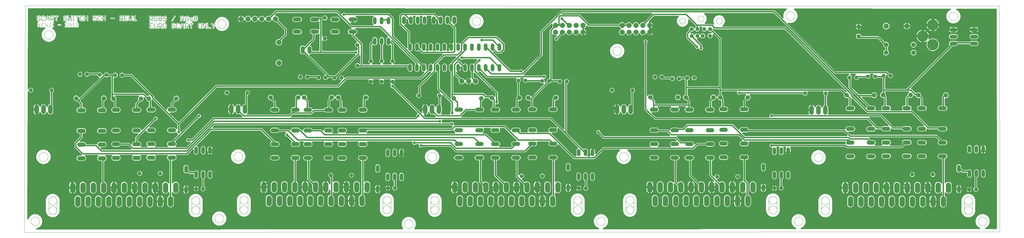
<source format=gtl>
G75*
%MOIN*%
%OFA0B0*%
%FSLAX25Y25*%
%IPPOS*%
%LPD*%
%AMOC8*
5,1,8,0,0,1.08239X$1,22.5*
%
%ADD10C,0.00000*%
%ADD11C,0.00600*%
%ADD12C,0.00400*%
%ADD13C,0.06600*%
%ADD14C,0.06000*%
%ADD15OC8,0.05200*%
%ADD16C,0.05200*%
%ADD17C,0.06600*%
%ADD18C,0.00009*%
%ADD19C,0.07800*%
%ADD20C,0.07400*%
%ADD21OC8,0.07500*%
%ADD22OC8,0.06300*%
%ADD23C,0.06300*%
%ADD24C,0.16598*%
%ADD25C,0.16200*%
%ADD26C,0.05600*%
%ADD27OC8,0.05543*%
%ADD28C,0.01969*%
%ADD29C,0.04000*%
%ADD30R,0.04000X0.04000*%
D10*
X0001197Y0001197D02*
X0002378Y0331433D01*
X1419386Y0331039D01*
X1419780Y0001984D01*
X0001197Y0001197D01*
X0010646Y0017339D02*
X0010648Y0017497D01*
X0010654Y0017655D01*
X0010664Y0017813D01*
X0010678Y0017971D01*
X0010696Y0018128D01*
X0010717Y0018285D01*
X0010743Y0018441D01*
X0010773Y0018597D01*
X0010806Y0018752D01*
X0010844Y0018905D01*
X0010885Y0019058D01*
X0010930Y0019210D01*
X0010979Y0019361D01*
X0011032Y0019510D01*
X0011088Y0019658D01*
X0011148Y0019804D01*
X0011212Y0019949D01*
X0011280Y0020092D01*
X0011351Y0020234D01*
X0011425Y0020374D01*
X0011503Y0020511D01*
X0011585Y0020647D01*
X0011669Y0020781D01*
X0011758Y0020912D01*
X0011849Y0021041D01*
X0011944Y0021168D01*
X0012041Y0021293D01*
X0012142Y0021415D01*
X0012246Y0021534D01*
X0012353Y0021651D01*
X0012463Y0021765D01*
X0012576Y0021876D01*
X0012691Y0021985D01*
X0012809Y0022090D01*
X0012930Y0022192D01*
X0013053Y0022292D01*
X0013179Y0022388D01*
X0013307Y0022481D01*
X0013437Y0022571D01*
X0013570Y0022657D01*
X0013705Y0022741D01*
X0013841Y0022820D01*
X0013980Y0022897D01*
X0014121Y0022969D01*
X0014263Y0023039D01*
X0014407Y0023104D01*
X0014553Y0023166D01*
X0014700Y0023224D01*
X0014849Y0023279D01*
X0014999Y0023330D01*
X0015150Y0023377D01*
X0015302Y0023420D01*
X0015455Y0023459D01*
X0015610Y0023495D01*
X0015765Y0023526D01*
X0015921Y0023554D01*
X0016077Y0023578D01*
X0016234Y0023598D01*
X0016392Y0023614D01*
X0016549Y0023626D01*
X0016708Y0023634D01*
X0016866Y0023638D01*
X0017024Y0023638D01*
X0017182Y0023634D01*
X0017341Y0023626D01*
X0017498Y0023614D01*
X0017656Y0023598D01*
X0017813Y0023578D01*
X0017969Y0023554D01*
X0018125Y0023526D01*
X0018280Y0023495D01*
X0018435Y0023459D01*
X0018588Y0023420D01*
X0018740Y0023377D01*
X0018891Y0023330D01*
X0019041Y0023279D01*
X0019190Y0023224D01*
X0019337Y0023166D01*
X0019483Y0023104D01*
X0019627Y0023039D01*
X0019769Y0022969D01*
X0019910Y0022897D01*
X0020049Y0022820D01*
X0020185Y0022741D01*
X0020320Y0022657D01*
X0020453Y0022571D01*
X0020583Y0022481D01*
X0020711Y0022388D01*
X0020837Y0022292D01*
X0020960Y0022192D01*
X0021081Y0022090D01*
X0021199Y0021985D01*
X0021314Y0021876D01*
X0021427Y0021765D01*
X0021537Y0021651D01*
X0021644Y0021534D01*
X0021748Y0021415D01*
X0021849Y0021293D01*
X0021946Y0021168D01*
X0022041Y0021041D01*
X0022132Y0020912D01*
X0022221Y0020781D01*
X0022305Y0020647D01*
X0022387Y0020511D01*
X0022465Y0020374D01*
X0022539Y0020234D01*
X0022610Y0020092D01*
X0022678Y0019949D01*
X0022742Y0019804D01*
X0022802Y0019658D01*
X0022858Y0019510D01*
X0022911Y0019361D01*
X0022960Y0019210D01*
X0023005Y0019058D01*
X0023046Y0018905D01*
X0023084Y0018752D01*
X0023117Y0018597D01*
X0023147Y0018441D01*
X0023173Y0018285D01*
X0023194Y0018128D01*
X0023212Y0017971D01*
X0023226Y0017813D01*
X0023236Y0017655D01*
X0023242Y0017497D01*
X0023244Y0017339D01*
X0023242Y0017181D01*
X0023236Y0017023D01*
X0023226Y0016865D01*
X0023212Y0016707D01*
X0023194Y0016550D01*
X0023173Y0016393D01*
X0023147Y0016237D01*
X0023117Y0016081D01*
X0023084Y0015926D01*
X0023046Y0015773D01*
X0023005Y0015620D01*
X0022960Y0015468D01*
X0022911Y0015317D01*
X0022858Y0015168D01*
X0022802Y0015020D01*
X0022742Y0014874D01*
X0022678Y0014729D01*
X0022610Y0014586D01*
X0022539Y0014444D01*
X0022465Y0014304D01*
X0022387Y0014167D01*
X0022305Y0014031D01*
X0022221Y0013897D01*
X0022132Y0013766D01*
X0022041Y0013637D01*
X0021946Y0013510D01*
X0021849Y0013385D01*
X0021748Y0013263D01*
X0021644Y0013144D01*
X0021537Y0013027D01*
X0021427Y0012913D01*
X0021314Y0012802D01*
X0021199Y0012693D01*
X0021081Y0012588D01*
X0020960Y0012486D01*
X0020837Y0012386D01*
X0020711Y0012290D01*
X0020583Y0012197D01*
X0020453Y0012107D01*
X0020320Y0012021D01*
X0020185Y0011937D01*
X0020049Y0011858D01*
X0019910Y0011781D01*
X0019769Y0011709D01*
X0019627Y0011639D01*
X0019483Y0011574D01*
X0019337Y0011512D01*
X0019190Y0011454D01*
X0019041Y0011399D01*
X0018891Y0011348D01*
X0018740Y0011301D01*
X0018588Y0011258D01*
X0018435Y0011219D01*
X0018280Y0011183D01*
X0018125Y0011152D01*
X0017969Y0011124D01*
X0017813Y0011100D01*
X0017656Y0011080D01*
X0017498Y0011064D01*
X0017341Y0011052D01*
X0017182Y0011044D01*
X0017024Y0011040D01*
X0016866Y0011040D01*
X0016708Y0011044D01*
X0016549Y0011052D01*
X0016392Y0011064D01*
X0016234Y0011080D01*
X0016077Y0011100D01*
X0015921Y0011124D01*
X0015765Y0011152D01*
X0015610Y0011183D01*
X0015455Y0011219D01*
X0015302Y0011258D01*
X0015150Y0011301D01*
X0014999Y0011348D01*
X0014849Y0011399D01*
X0014700Y0011454D01*
X0014553Y0011512D01*
X0014407Y0011574D01*
X0014263Y0011639D01*
X0014121Y0011709D01*
X0013980Y0011781D01*
X0013841Y0011858D01*
X0013705Y0011937D01*
X0013570Y0012021D01*
X0013437Y0012107D01*
X0013307Y0012197D01*
X0013179Y0012290D01*
X0013053Y0012386D01*
X0012930Y0012486D01*
X0012809Y0012588D01*
X0012691Y0012693D01*
X0012576Y0012802D01*
X0012463Y0012913D01*
X0012353Y0013027D01*
X0012246Y0013144D01*
X0012142Y0013263D01*
X0012041Y0013385D01*
X0011944Y0013510D01*
X0011849Y0013637D01*
X0011758Y0013766D01*
X0011669Y0013897D01*
X0011585Y0014031D01*
X0011503Y0014167D01*
X0011425Y0014304D01*
X0011351Y0014444D01*
X0011280Y0014586D01*
X0011212Y0014729D01*
X0011148Y0014874D01*
X0011088Y0015020D01*
X0011032Y0015168D01*
X0010979Y0015317D01*
X0010930Y0015468D01*
X0010885Y0015620D01*
X0010844Y0015773D01*
X0010806Y0015926D01*
X0010773Y0016081D01*
X0010743Y0016237D01*
X0010717Y0016393D01*
X0010696Y0016550D01*
X0010678Y0016707D01*
X0010664Y0016865D01*
X0010654Y0017023D01*
X0010648Y0017181D01*
X0010646Y0017339D01*
X0036365Y0033197D02*
X0036367Y0033351D01*
X0036373Y0033505D01*
X0036383Y0033658D01*
X0036397Y0033811D01*
X0036415Y0033964D01*
X0036436Y0034116D01*
X0036462Y0034268D01*
X0036492Y0034419D01*
X0036525Y0034569D01*
X0036563Y0034718D01*
X0036604Y0034867D01*
X0036649Y0035014D01*
X0036698Y0035160D01*
X0036751Y0035304D01*
X0036807Y0035447D01*
X0036867Y0035589D01*
X0036931Y0035729D01*
X0036998Y0035867D01*
X0037069Y0036004D01*
X0037143Y0036139D01*
X0037221Y0036271D01*
X0037302Y0036402D01*
X0037387Y0036531D01*
X0037474Y0036657D01*
X0037565Y0036781D01*
X0037660Y0036902D01*
X0037757Y0037022D01*
X0037857Y0037138D01*
X0037961Y0037252D01*
X0038067Y0037363D01*
X0038176Y0037472D01*
X0038288Y0037577D01*
X0038403Y0037680D01*
X0038520Y0037780D01*
X0038640Y0037876D01*
X0038762Y0037970D01*
X0038886Y0038060D01*
X0039013Y0038147D01*
X0039142Y0038231D01*
X0039274Y0038311D01*
X0039407Y0038388D01*
X0039542Y0038461D01*
X0039679Y0038531D01*
X0039818Y0038598D01*
X0039958Y0038660D01*
X0040100Y0038719D01*
X0040244Y0038775D01*
X0040389Y0038827D01*
X0040535Y0038874D01*
X0040682Y0038919D01*
X0040831Y0038959D01*
X0040980Y0038995D01*
X0041131Y0039028D01*
X0041282Y0039057D01*
X0041434Y0039081D01*
X0041586Y0039102D01*
X0041739Y0039119D01*
X0041892Y0039132D01*
X0042046Y0039141D01*
X0042200Y0039146D01*
X0042353Y0039147D01*
X0042507Y0039144D01*
X0042661Y0039137D01*
X0042814Y0039126D01*
X0042968Y0039111D01*
X0043120Y0039092D01*
X0043272Y0039069D01*
X0043424Y0039043D01*
X0043575Y0039012D01*
X0043725Y0038978D01*
X0043874Y0038939D01*
X0044021Y0038897D01*
X0044168Y0038851D01*
X0044314Y0038801D01*
X0044458Y0038748D01*
X0044601Y0038690D01*
X0044742Y0038629D01*
X0044882Y0038565D01*
X0045020Y0038497D01*
X0045156Y0038425D01*
X0045290Y0038350D01*
X0045422Y0038271D01*
X0045552Y0038189D01*
X0045680Y0038104D01*
X0045806Y0038015D01*
X0045929Y0037923D01*
X0046050Y0037828D01*
X0046169Y0037730D01*
X0046285Y0037629D01*
X0046398Y0037525D01*
X0046509Y0037418D01*
X0046616Y0037308D01*
X0046721Y0037195D01*
X0046823Y0037080D01*
X0046922Y0036962D01*
X0047018Y0036842D01*
X0047111Y0036719D01*
X0047200Y0036594D01*
X0047286Y0036467D01*
X0047369Y0036337D01*
X0047449Y0036205D01*
X0047525Y0036072D01*
X0047597Y0035936D01*
X0047666Y0035798D01*
X0047732Y0035659D01*
X0047794Y0035518D01*
X0047852Y0035376D01*
X0047906Y0035232D01*
X0047957Y0035087D01*
X0048004Y0034940D01*
X0048047Y0034793D01*
X0048086Y0034644D01*
X0048122Y0034494D01*
X0048153Y0034344D01*
X0048181Y0034192D01*
X0048205Y0034040D01*
X0048225Y0033888D01*
X0048241Y0033735D01*
X0048253Y0033581D01*
X0048261Y0033428D01*
X0048265Y0033274D01*
X0048265Y0033120D01*
X0048261Y0032966D01*
X0048253Y0032813D01*
X0048241Y0032659D01*
X0048225Y0032506D01*
X0048205Y0032354D01*
X0048181Y0032202D01*
X0048153Y0032050D01*
X0048122Y0031900D01*
X0048086Y0031750D01*
X0048047Y0031601D01*
X0048004Y0031454D01*
X0047957Y0031307D01*
X0047906Y0031162D01*
X0047852Y0031018D01*
X0047794Y0030876D01*
X0047732Y0030735D01*
X0047666Y0030596D01*
X0047597Y0030458D01*
X0047525Y0030322D01*
X0047449Y0030189D01*
X0047369Y0030057D01*
X0047286Y0029927D01*
X0047200Y0029800D01*
X0047111Y0029675D01*
X0047018Y0029552D01*
X0046922Y0029432D01*
X0046823Y0029314D01*
X0046721Y0029199D01*
X0046616Y0029086D01*
X0046509Y0028976D01*
X0046398Y0028869D01*
X0046285Y0028765D01*
X0046169Y0028664D01*
X0046050Y0028566D01*
X0045929Y0028471D01*
X0045806Y0028379D01*
X0045680Y0028290D01*
X0045552Y0028205D01*
X0045422Y0028123D01*
X0045290Y0028044D01*
X0045156Y0027969D01*
X0045020Y0027897D01*
X0044882Y0027829D01*
X0044742Y0027765D01*
X0044601Y0027704D01*
X0044458Y0027646D01*
X0044314Y0027593D01*
X0044168Y0027543D01*
X0044021Y0027497D01*
X0043874Y0027455D01*
X0043725Y0027416D01*
X0043575Y0027382D01*
X0043424Y0027351D01*
X0043272Y0027325D01*
X0043120Y0027302D01*
X0042968Y0027283D01*
X0042814Y0027268D01*
X0042661Y0027257D01*
X0042507Y0027250D01*
X0042353Y0027247D01*
X0042200Y0027248D01*
X0042046Y0027253D01*
X0041892Y0027262D01*
X0041739Y0027275D01*
X0041586Y0027292D01*
X0041434Y0027313D01*
X0041282Y0027337D01*
X0041131Y0027366D01*
X0040980Y0027399D01*
X0040831Y0027435D01*
X0040682Y0027475D01*
X0040535Y0027520D01*
X0040389Y0027567D01*
X0040244Y0027619D01*
X0040100Y0027675D01*
X0039958Y0027734D01*
X0039818Y0027796D01*
X0039679Y0027863D01*
X0039542Y0027933D01*
X0039407Y0028006D01*
X0039274Y0028083D01*
X0039142Y0028163D01*
X0039013Y0028247D01*
X0038886Y0028334D01*
X0038762Y0028424D01*
X0038640Y0028518D01*
X0038520Y0028614D01*
X0038403Y0028714D01*
X0038288Y0028817D01*
X0038176Y0028922D01*
X0038067Y0029031D01*
X0037961Y0029142D01*
X0037857Y0029256D01*
X0037757Y0029372D01*
X0037660Y0029492D01*
X0037565Y0029613D01*
X0037474Y0029737D01*
X0037387Y0029863D01*
X0037302Y0029992D01*
X0037221Y0030123D01*
X0037143Y0030255D01*
X0037069Y0030390D01*
X0036998Y0030527D01*
X0036931Y0030665D01*
X0036867Y0030805D01*
X0036807Y0030947D01*
X0036751Y0031090D01*
X0036698Y0031234D01*
X0036649Y0031380D01*
X0036604Y0031527D01*
X0036563Y0031676D01*
X0036525Y0031825D01*
X0036492Y0031975D01*
X0036462Y0032126D01*
X0036436Y0032278D01*
X0036415Y0032430D01*
X0036397Y0032583D01*
X0036383Y0032736D01*
X0036373Y0032889D01*
X0036367Y0033043D01*
X0036365Y0033197D01*
X0036315Y0033197D02*
X0036317Y0033044D01*
X0036323Y0032891D01*
X0036333Y0032738D01*
X0036346Y0032585D01*
X0036364Y0032433D01*
X0036385Y0032281D01*
X0036411Y0032130D01*
X0036440Y0031980D01*
X0036473Y0031830D01*
X0036510Y0031681D01*
X0036550Y0031533D01*
X0036595Y0031387D01*
X0036643Y0031241D01*
X0036695Y0031097D01*
X0036750Y0030954D01*
X0036809Y0030813D01*
X0036872Y0030673D01*
X0036938Y0030535D01*
X0037008Y0030398D01*
X0037081Y0030264D01*
X0037158Y0030131D01*
X0037238Y0030000D01*
X0037321Y0029872D01*
X0037407Y0029745D01*
X0037497Y0029621D01*
X0037590Y0029499D01*
X0037686Y0029380D01*
X0037785Y0029263D01*
X0037887Y0029148D01*
X0037992Y0029036D01*
X0038100Y0028927D01*
X0038210Y0028821D01*
X0038323Y0028718D01*
X0038439Y0028617D01*
X0038557Y0028520D01*
X0038678Y0028425D01*
X0038801Y0028334D01*
X0038926Y0028246D01*
X0039054Y0028161D01*
X0039183Y0028079D01*
X0039315Y0028001D01*
X0039449Y0027926D01*
X0039584Y0027854D01*
X0039722Y0027786D01*
X0039861Y0027722D01*
X0040001Y0027661D01*
X0040143Y0027604D01*
X0040287Y0027550D01*
X0040432Y0027500D01*
X0040578Y0027454D01*
X0040725Y0027411D01*
X0040873Y0027373D01*
X0041023Y0027338D01*
X0041173Y0027307D01*
X0041323Y0027279D01*
X0041475Y0027256D01*
X0041627Y0027237D01*
X0041779Y0027221D01*
X0041932Y0027209D01*
X0042085Y0027201D01*
X0042238Y0027197D01*
X0042392Y0027197D01*
X0042545Y0027201D01*
X0042698Y0027209D01*
X0042851Y0027221D01*
X0043003Y0027237D01*
X0043155Y0027256D01*
X0043307Y0027279D01*
X0043457Y0027307D01*
X0043607Y0027338D01*
X0043757Y0027373D01*
X0043905Y0027411D01*
X0044052Y0027454D01*
X0044198Y0027500D01*
X0044343Y0027550D01*
X0044487Y0027604D01*
X0044629Y0027661D01*
X0044769Y0027722D01*
X0044908Y0027786D01*
X0045046Y0027854D01*
X0045181Y0027926D01*
X0045315Y0028001D01*
X0045447Y0028079D01*
X0045576Y0028161D01*
X0045704Y0028246D01*
X0045829Y0028334D01*
X0045952Y0028425D01*
X0046073Y0028520D01*
X0046191Y0028617D01*
X0046307Y0028718D01*
X0046420Y0028821D01*
X0046530Y0028927D01*
X0046638Y0029036D01*
X0046743Y0029148D01*
X0046845Y0029263D01*
X0046944Y0029380D01*
X0047040Y0029499D01*
X0047133Y0029621D01*
X0047223Y0029745D01*
X0047309Y0029872D01*
X0047392Y0030000D01*
X0047472Y0030131D01*
X0047549Y0030264D01*
X0047622Y0030398D01*
X0047692Y0030535D01*
X0047758Y0030673D01*
X0047821Y0030813D01*
X0047880Y0030954D01*
X0047935Y0031097D01*
X0047987Y0031241D01*
X0048035Y0031387D01*
X0048080Y0031533D01*
X0048120Y0031681D01*
X0048157Y0031830D01*
X0048190Y0031980D01*
X0048219Y0032130D01*
X0048245Y0032281D01*
X0048266Y0032433D01*
X0048284Y0032585D01*
X0048297Y0032738D01*
X0048307Y0032891D01*
X0048313Y0033044D01*
X0048315Y0033197D01*
X0036365Y0047197D02*
X0036367Y0047351D01*
X0036373Y0047505D01*
X0036383Y0047658D01*
X0036397Y0047811D01*
X0036415Y0047964D01*
X0036436Y0048116D01*
X0036462Y0048268D01*
X0036492Y0048419D01*
X0036525Y0048569D01*
X0036563Y0048718D01*
X0036604Y0048867D01*
X0036649Y0049014D01*
X0036698Y0049160D01*
X0036751Y0049304D01*
X0036807Y0049447D01*
X0036867Y0049589D01*
X0036931Y0049729D01*
X0036998Y0049867D01*
X0037069Y0050004D01*
X0037143Y0050139D01*
X0037221Y0050271D01*
X0037302Y0050402D01*
X0037387Y0050531D01*
X0037474Y0050657D01*
X0037565Y0050781D01*
X0037660Y0050902D01*
X0037757Y0051022D01*
X0037857Y0051138D01*
X0037961Y0051252D01*
X0038067Y0051363D01*
X0038176Y0051472D01*
X0038288Y0051577D01*
X0038403Y0051680D01*
X0038520Y0051780D01*
X0038640Y0051876D01*
X0038762Y0051970D01*
X0038886Y0052060D01*
X0039013Y0052147D01*
X0039142Y0052231D01*
X0039274Y0052311D01*
X0039407Y0052388D01*
X0039542Y0052461D01*
X0039679Y0052531D01*
X0039818Y0052598D01*
X0039958Y0052660D01*
X0040100Y0052719D01*
X0040244Y0052775D01*
X0040389Y0052827D01*
X0040535Y0052874D01*
X0040682Y0052919D01*
X0040831Y0052959D01*
X0040980Y0052995D01*
X0041131Y0053028D01*
X0041282Y0053057D01*
X0041434Y0053081D01*
X0041586Y0053102D01*
X0041739Y0053119D01*
X0041892Y0053132D01*
X0042046Y0053141D01*
X0042200Y0053146D01*
X0042353Y0053147D01*
X0042507Y0053144D01*
X0042661Y0053137D01*
X0042814Y0053126D01*
X0042968Y0053111D01*
X0043120Y0053092D01*
X0043272Y0053069D01*
X0043424Y0053043D01*
X0043575Y0053012D01*
X0043725Y0052978D01*
X0043874Y0052939D01*
X0044021Y0052897D01*
X0044168Y0052851D01*
X0044314Y0052801D01*
X0044458Y0052748D01*
X0044601Y0052690D01*
X0044742Y0052629D01*
X0044882Y0052565D01*
X0045020Y0052497D01*
X0045156Y0052425D01*
X0045290Y0052350D01*
X0045422Y0052271D01*
X0045552Y0052189D01*
X0045680Y0052104D01*
X0045806Y0052015D01*
X0045929Y0051923D01*
X0046050Y0051828D01*
X0046169Y0051730D01*
X0046285Y0051629D01*
X0046398Y0051525D01*
X0046509Y0051418D01*
X0046616Y0051308D01*
X0046721Y0051195D01*
X0046823Y0051080D01*
X0046922Y0050962D01*
X0047018Y0050842D01*
X0047111Y0050719D01*
X0047200Y0050594D01*
X0047286Y0050467D01*
X0047369Y0050337D01*
X0047449Y0050205D01*
X0047525Y0050072D01*
X0047597Y0049936D01*
X0047666Y0049798D01*
X0047732Y0049659D01*
X0047794Y0049518D01*
X0047852Y0049376D01*
X0047906Y0049232D01*
X0047957Y0049087D01*
X0048004Y0048940D01*
X0048047Y0048793D01*
X0048086Y0048644D01*
X0048122Y0048494D01*
X0048153Y0048344D01*
X0048181Y0048192D01*
X0048205Y0048040D01*
X0048225Y0047888D01*
X0048241Y0047735D01*
X0048253Y0047581D01*
X0048261Y0047428D01*
X0048265Y0047274D01*
X0048265Y0047120D01*
X0048261Y0046966D01*
X0048253Y0046813D01*
X0048241Y0046659D01*
X0048225Y0046506D01*
X0048205Y0046354D01*
X0048181Y0046202D01*
X0048153Y0046050D01*
X0048122Y0045900D01*
X0048086Y0045750D01*
X0048047Y0045601D01*
X0048004Y0045454D01*
X0047957Y0045307D01*
X0047906Y0045162D01*
X0047852Y0045018D01*
X0047794Y0044876D01*
X0047732Y0044735D01*
X0047666Y0044596D01*
X0047597Y0044458D01*
X0047525Y0044322D01*
X0047449Y0044189D01*
X0047369Y0044057D01*
X0047286Y0043927D01*
X0047200Y0043800D01*
X0047111Y0043675D01*
X0047018Y0043552D01*
X0046922Y0043432D01*
X0046823Y0043314D01*
X0046721Y0043199D01*
X0046616Y0043086D01*
X0046509Y0042976D01*
X0046398Y0042869D01*
X0046285Y0042765D01*
X0046169Y0042664D01*
X0046050Y0042566D01*
X0045929Y0042471D01*
X0045806Y0042379D01*
X0045680Y0042290D01*
X0045552Y0042205D01*
X0045422Y0042123D01*
X0045290Y0042044D01*
X0045156Y0041969D01*
X0045020Y0041897D01*
X0044882Y0041829D01*
X0044742Y0041765D01*
X0044601Y0041704D01*
X0044458Y0041646D01*
X0044314Y0041593D01*
X0044168Y0041543D01*
X0044021Y0041497D01*
X0043874Y0041455D01*
X0043725Y0041416D01*
X0043575Y0041382D01*
X0043424Y0041351D01*
X0043272Y0041325D01*
X0043120Y0041302D01*
X0042968Y0041283D01*
X0042814Y0041268D01*
X0042661Y0041257D01*
X0042507Y0041250D01*
X0042353Y0041247D01*
X0042200Y0041248D01*
X0042046Y0041253D01*
X0041892Y0041262D01*
X0041739Y0041275D01*
X0041586Y0041292D01*
X0041434Y0041313D01*
X0041282Y0041337D01*
X0041131Y0041366D01*
X0040980Y0041399D01*
X0040831Y0041435D01*
X0040682Y0041475D01*
X0040535Y0041520D01*
X0040389Y0041567D01*
X0040244Y0041619D01*
X0040100Y0041675D01*
X0039958Y0041734D01*
X0039818Y0041796D01*
X0039679Y0041863D01*
X0039542Y0041933D01*
X0039407Y0042006D01*
X0039274Y0042083D01*
X0039142Y0042163D01*
X0039013Y0042247D01*
X0038886Y0042334D01*
X0038762Y0042424D01*
X0038640Y0042518D01*
X0038520Y0042614D01*
X0038403Y0042714D01*
X0038288Y0042817D01*
X0038176Y0042922D01*
X0038067Y0043031D01*
X0037961Y0043142D01*
X0037857Y0043256D01*
X0037757Y0043372D01*
X0037660Y0043492D01*
X0037565Y0043613D01*
X0037474Y0043737D01*
X0037387Y0043863D01*
X0037302Y0043992D01*
X0037221Y0044123D01*
X0037143Y0044255D01*
X0037069Y0044390D01*
X0036998Y0044527D01*
X0036931Y0044665D01*
X0036867Y0044805D01*
X0036807Y0044947D01*
X0036751Y0045090D01*
X0036698Y0045234D01*
X0036649Y0045380D01*
X0036604Y0045527D01*
X0036563Y0045676D01*
X0036525Y0045825D01*
X0036492Y0045975D01*
X0036462Y0046126D01*
X0036436Y0046278D01*
X0036415Y0046430D01*
X0036397Y0046583D01*
X0036383Y0046736D01*
X0036373Y0046889D01*
X0036367Y0047043D01*
X0036365Y0047197D01*
X0036315Y0047197D02*
X0036317Y0047350D01*
X0036323Y0047503D01*
X0036333Y0047656D01*
X0036346Y0047809D01*
X0036364Y0047961D01*
X0036385Y0048113D01*
X0036411Y0048264D01*
X0036440Y0048414D01*
X0036473Y0048564D01*
X0036510Y0048713D01*
X0036550Y0048861D01*
X0036595Y0049007D01*
X0036643Y0049153D01*
X0036695Y0049297D01*
X0036750Y0049440D01*
X0036809Y0049581D01*
X0036872Y0049721D01*
X0036938Y0049859D01*
X0037008Y0049996D01*
X0037081Y0050130D01*
X0037158Y0050263D01*
X0037238Y0050394D01*
X0037321Y0050522D01*
X0037407Y0050649D01*
X0037497Y0050773D01*
X0037590Y0050895D01*
X0037686Y0051014D01*
X0037785Y0051131D01*
X0037887Y0051246D01*
X0037992Y0051358D01*
X0038100Y0051467D01*
X0038210Y0051573D01*
X0038323Y0051676D01*
X0038439Y0051777D01*
X0038557Y0051874D01*
X0038678Y0051969D01*
X0038801Y0052060D01*
X0038926Y0052148D01*
X0039054Y0052233D01*
X0039183Y0052315D01*
X0039315Y0052393D01*
X0039449Y0052468D01*
X0039584Y0052540D01*
X0039722Y0052608D01*
X0039861Y0052672D01*
X0040001Y0052733D01*
X0040143Y0052790D01*
X0040287Y0052844D01*
X0040432Y0052894D01*
X0040578Y0052940D01*
X0040725Y0052983D01*
X0040873Y0053021D01*
X0041023Y0053056D01*
X0041173Y0053087D01*
X0041323Y0053115D01*
X0041475Y0053138D01*
X0041627Y0053157D01*
X0041779Y0053173D01*
X0041932Y0053185D01*
X0042085Y0053193D01*
X0042238Y0053197D01*
X0042392Y0053197D01*
X0042545Y0053193D01*
X0042698Y0053185D01*
X0042851Y0053173D01*
X0043003Y0053157D01*
X0043155Y0053138D01*
X0043307Y0053115D01*
X0043457Y0053087D01*
X0043607Y0053056D01*
X0043757Y0053021D01*
X0043905Y0052983D01*
X0044052Y0052940D01*
X0044198Y0052894D01*
X0044343Y0052844D01*
X0044487Y0052790D01*
X0044629Y0052733D01*
X0044769Y0052672D01*
X0044908Y0052608D01*
X0045046Y0052540D01*
X0045181Y0052468D01*
X0045315Y0052393D01*
X0045447Y0052315D01*
X0045576Y0052233D01*
X0045704Y0052148D01*
X0045829Y0052060D01*
X0045952Y0051969D01*
X0046073Y0051874D01*
X0046191Y0051777D01*
X0046307Y0051676D01*
X0046420Y0051573D01*
X0046530Y0051467D01*
X0046638Y0051358D01*
X0046743Y0051246D01*
X0046845Y0051131D01*
X0046944Y0051014D01*
X0047040Y0050895D01*
X0047133Y0050773D01*
X0047223Y0050649D01*
X0047309Y0050522D01*
X0047392Y0050394D01*
X0047472Y0050263D01*
X0047549Y0050130D01*
X0047622Y0049996D01*
X0047692Y0049859D01*
X0047758Y0049721D01*
X0047821Y0049581D01*
X0047880Y0049440D01*
X0047935Y0049297D01*
X0047987Y0049153D01*
X0048035Y0049007D01*
X0048080Y0048861D01*
X0048120Y0048713D01*
X0048157Y0048564D01*
X0048190Y0048414D01*
X0048219Y0048264D01*
X0048245Y0048113D01*
X0048266Y0047961D01*
X0048284Y0047809D01*
X0048297Y0047656D01*
X0048307Y0047503D01*
X0048313Y0047350D01*
X0048315Y0047197D01*
X0244365Y0047197D02*
X0244367Y0047351D01*
X0244373Y0047505D01*
X0244383Y0047658D01*
X0244397Y0047811D01*
X0244415Y0047964D01*
X0244436Y0048116D01*
X0244462Y0048268D01*
X0244492Y0048419D01*
X0244525Y0048569D01*
X0244563Y0048718D01*
X0244604Y0048867D01*
X0244649Y0049014D01*
X0244698Y0049160D01*
X0244751Y0049304D01*
X0244807Y0049447D01*
X0244867Y0049589D01*
X0244931Y0049729D01*
X0244998Y0049867D01*
X0245069Y0050004D01*
X0245143Y0050139D01*
X0245221Y0050271D01*
X0245302Y0050402D01*
X0245387Y0050531D01*
X0245474Y0050657D01*
X0245565Y0050781D01*
X0245660Y0050902D01*
X0245757Y0051022D01*
X0245857Y0051138D01*
X0245961Y0051252D01*
X0246067Y0051363D01*
X0246176Y0051472D01*
X0246288Y0051577D01*
X0246403Y0051680D01*
X0246520Y0051780D01*
X0246640Y0051876D01*
X0246762Y0051970D01*
X0246886Y0052060D01*
X0247013Y0052147D01*
X0247142Y0052231D01*
X0247274Y0052311D01*
X0247407Y0052388D01*
X0247542Y0052461D01*
X0247679Y0052531D01*
X0247818Y0052598D01*
X0247958Y0052660D01*
X0248100Y0052719D01*
X0248244Y0052775D01*
X0248389Y0052827D01*
X0248535Y0052874D01*
X0248682Y0052919D01*
X0248831Y0052959D01*
X0248980Y0052995D01*
X0249131Y0053028D01*
X0249282Y0053057D01*
X0249434Y0053081D01*
X0249586Y0053102D01*
X0249739Y0053119D01*
X0249892Y0053132D01*
X0250046Y0053141D01*
X0250200Y0053146D01*
X0250353Y0053147D01*
X0250507Y0053144D01*
X0250661Y0053137D01*
X0250814Y0053126D01*
X0250968Y0053111D01*
X0251120Y0053092D01*
X0251272Y0053069D01*
X0251424Y0053043D01*
X0251575Y0053012D01*
X0251725Y0052978D01*
X0251874Y0052939D01*
X0252021Y0052897D01*
X0252168Y0052851D01*
X0252314Y0052801D01*
X0252458Y0052748D01*
X0252601Y0052690D01*
X0252742Y0052629D01*
X0252882Y0052565D01*
X0253020Y0052497D01*
X0253156Y0052425D01*
X0253290Y0052350D01*
X0253422Y0052271D01*
X0253552Y0052189D01*
X0253680Y0052104D01*
X0253806Y0052015D01*
X0253929Y0051923D01*
X0254050Y0051828D01*
X0254169Y0051730D01*
X0254285Y0051629D01*
X0254398Y0051525D01*
X0254509Y0051418D01*
X0254616Y0051308D01*
X0254721Y0051195D01*
X0254823Y0051080D01*
X0254922Y0050962D01*
X0255018Y0050842D01*
X0255111Y0050719D01*
X0255200Y0050594D01*
X0255286Y0050467D01*
X0255369Y0050337D01*
X0255449Y0050205D01*
X0255525Y0050072D01*
X0255597Y0049936D01*
X0255666Y0049798D01*
X0255732Y0049659D01*
X0255794Y0049518D01*
X0255852Y0049376D01*
X0255906Y0049232D01*
X0255957Y0049087D01*
X0256004Y0048940D01*
X0256047Y0048793D01*
X0256086Y0048644D01*
X0256122Y0048494D01*
X0256153Y0048344D01*
X0256181Y0048192D01*
X0256205Y0048040D01*
X0256225Y0047888D01*
X0256241Y0047735D01*
X0256253Y0047581D01*
X0256261Y0047428D01*
X0256265Y0047274D01*
X0256265Y0047120D01*
X0256261Y0046966D01*
X0256253Y0046813D01*
X0256241Y0046659D01*
X0256225Y0046506D01*
X0256205Y0046354D01*
X0256181Y0046202D01*
X0256153Y0046050D01*
X0256122Y0045900D01*
X0256086Y0045750D01*
X0256047Y0045601D01*
X0256004Y0045454D01*
X0255957Y0045307D01*
X0255906Y0045162D01*
X0255852Y0045018D01*
X0255794Y0044876D01*
X0255732Y0044735D01*
X0255666Y0044596D01*
X0255597Y0044458D01*
X0255525Y0044322D01*
X0255449Y0044189D01*
X0255369Y0044057D01*
X0255286Y0043927D01*
X0255200Y0043800D01*
X0255111Y0043675D01*
X0255018Y0043552D01*
X0254922Y0043432D01*
X0254823Y0043314D01*
X0254721Y0043199D01*
X0254616Y0043086D01*
X0254509Y0042976D01*
X0254398Y0042869D01*
X0254285Y0042765D01*
X0254169Y0042664D01*
X0254050Y0042566D01*
X0253929Y0042471D01*
X0253806Y0042379D01*
X0253680Y0042290D01*
X0253552Y0042205D01*
X0253422Y0042123D01*
X0253290Y0042044D01*
X0253156Y0041969D01*
X0253020Y0041897D01*
X0252882Y0041829D01*
X0252742Y0041765D01*
X0252601Y0041704D01*
X0252458Y0041646D01*
X0252314Y0041593D01*
X0252168Y0041543D01*
X0252021Y0041497D01*
X0251874Y0041455D01*
X0251725Y0041416D01*
X0251575Y0041382D01*
X0251424Y0041351D01*
X0251272Y0041325D01*
X0251120Y0041302D01*
X0250968Y0041283D01*
X0250814Y0041268D01*
X0250661Y0041257D01*
X0250507Y0041250D01*
X0250353Y0041247D01*
X0250200Y0041248D01*
X0250046Y0041253D01*
X0249892Y0041262D01*
X0249739Y0041275D01*
X0249586Y0041292D01*
X0249434Y0041313D01*
X0249282Y0041337D01*
X0249131Y0041366D01*
X0248980Y0041399D01*
X0248831Y0041435D01*
X0248682Y0041475D01*
X0248535Y0041520D01*
X0248389Y0041567D01*
X0248244Y0041619D01*
X0248100Y0041675D01*
X0247958Y0041734D01*
X0247818Y0041796D01*
X0247679Y0041863D01*
X0247542Y0041933D01*
X0247407Y0042006D01*
X0247274Y0042083D01*
X0247142Y0042163D01*
X0247013Y0042247D01*
X0246886Y0042334D01*
X0246762Y0042424D01*
X0246640Y0042518D01*
X0246520Y0042614D01*
X0246403Y0042714D01*
X0246288Y0042817D01*
X0246176Y0042922D01*
X0246067Y0043031D01*
X0245961Y0043142D01*
X0245857Y0043256D01*
X0245757Y0043372D01*
X0245660Y0043492D01*
X0245565Y0043613D01*
X0245474Y0043737D01*
X0245387Y0043863D01*
X0245302Y0043992D01*
X0245221Y0044123D01*
X0245143Y0044255D01*
X0245069Y0044390D01*
X0244998Y0044527D01*
X0244931Y0044665D01*
X0244867Y0044805D01*
X0244807Y0044947D01*
X0244751Y0045090D01*
X0244698Y0045234D01*
X0244649Y0045380D01*
X0244604Y0045527D01*
X0244563Y0045676D01*
X0244525Y0045825D01*
X0244492Y0045975D01*
X0244462Y0046126D01*
X0244436Y0046278D01*
X0244415Y0046430D01*
X0244397Y0046583D01*
X0244383Y0046736D01*
X0244373Y0046889D01*
X0244367Y0047043D01*
X0244365Y0047197D01*
X0244315Y0047197D02*
X0244317Y0047350D01*
X0244323Y0047503D01*
X0244333Y0047656D01*
X0244346Y0047809D01*
X0244364Y0047961D01*
X0244385Y0048113D01*
X0244411Y0048264D01*
X0244440Y0048414D01*
X0244473Y0048564D01*
X0244510Y0048713D01*
X0244550Y0048861D01*
X0244595Y0049007D01*
X0244643Y0049153D01*
X0244695Y0049297D01*
X0244750Y0049440D01*
X0244809Y0049581D01*
X0244872Y0049721D01*
X0244938Y0049859D01*
X0245008Y0049996D01*
X0245081Y0050130D01*
X0245158Y0050263D01*
X0245238Y0050394D01*
X0245321Y0050522D01*
X0245407Y0050649D01*
X0245497Y0050773D01*
X0245590Y0050895D01*
X0245686Y0051014D01*
X0245785Y0051131D01*
X0245887Y0051246D01*
X0245992Y0051358D01*
X0246100Y0051467D01*
X0246210Y0051573D01*
X0246323Y0051676D01*
X0246439Y0051777D01*
X0246557Y0051874D01*
X0246678Y0051969D01*
X0246801Y0052060D01*
X0246926Y0052148D01*
X0247054Y0052233D01*
X0247183Y0052315D01*
X0247315Y0052393D01*
X0247449Y0052468D01*
X0247584Y0052540D01*
X0247722Y0052608D01*
X0247861Y0052672D01*
X0248001Y0052733D01*
X0248143Y0052790D01*
X0248287Y0052844D01*
X0248432Y0052894D01*
X0248578Y0052940D01*
X0248725Y0052983D01*
X0248873Y0053021D01*
X0249023Y0053056D01*
X0249173Y0053087D01*
X0249323Y0053115D01*
X0249475Y0053138D01*
X0249627Y0053157D01*
X0249779Y0053173D01*
X0249932Y0053185D01*
X0250085Y0053193D01*
X0250238Y0053197D01*
X0250392Y0053197D01*
X0250545Y0053193D01*
X0250698Y0053185D01*
X0250851Y0053173D01*
X0251003Y0053157D01*
X0251155Y0053138D01*
X0251307Y0053115D01*
X0251457Y0053087D01*
X0251607Y0053056D01*
X0251757Y0053021D01*
X0251905Y0052983D01*
X0252052Y0052940D01*
X0252198Y0052894D01*
X0252343Y0052844D01*
X0252487Y0052790D01*
X0252629Y0052733D01*
X0252769Y0052672D01*
X0252908Y0052608D01*
X0253046Y0052540D01*
X0253181Y0052468D01*
X0253315Y0052393D01*
X0253447Y0052315D01*
X0253576Y0052233D01*
X0253704Y0052148D01*
X0253829Y0052060D01*
X0253952Y0051969D01*
X0254073Y0051874D01*
X0254191Y0051777D01*
X0254307Y0051676D01*
X0254420Y0051573D01*
X0254530Y0051467D01*
X0254638Y0051358D01*
X0254743Y0051246D01*
X0254845Y0051131D01*
X0254944Y0051014D01*
X0255040Y0050895D01*
X0255133Y0050773D01*
X0255223Y0050649D01*
X0255309Y0050522D01*
X0255392Y0050394D01*
X0255472Y0050263D01*
X0255549Y0050130D01*
X0255622Y0049996D01*
X0255692Y0049859D01*
X0255758Y0049721D01*
X0255821Y0049581D01*
X0255880Y0049440D01*
X0255935Y0049297D01*
X0255987Y0049153D01*
X0256035Y0049007D01*
X0256080Y0048861D01*
X0256120Y0048713D01*
X0256157Y0048564D01*
X0256190Y0048414D01*
X0256219Y0048264D01*
X0256245Y0048113D01*
X0256266Y0047961D01*
X0256284Y0047809D01*
X0256297Y0047656D01*
X0256307Y0047503D01*
X0256313Y0047350D01*
X0256315Y0047197D01*
X0314515Y0048102D02*
X0314517Y0048256D01*
X0314523Y0048410D01*
X0314533Y0048563D01*
X0314547Y0048716D01*
X0314565Y0048869D01*
X0314586Y0049021D01*
X0314612Y0049173D01*
X0314642Y0049324D01*
X0314675Y0049474D01*
X0314713Y0049623D01*
X0314754Y0049772D01*
X0314799Y0049919D01*
X0314848Y0050065D01*
X0314901Y0050209D01*
X0314957Y0050352D01*
X0315017Y0050494D01*
X0315081Y0050634D01*
X0315148Y0050772D01*
X0315219Y0050909D01*
X0315293Y0051044D01*
X0315371Y0051176D01*
X0315452Y0051307D01*
X0315537Y0051436D01*
X0315624Y0051562D01*
X0315715Y0051686D01*
X0315810Y0051807D01*
X0315907Y0051927D01*
X0316007Y0052043D01*
X0316111Y0052157D01*
X0316217Y0052268D01*
X0316326Y0052377D01*
X0316438Y0052482D01*
X0316553Y0052585D01*
X0316670Y0052685D01*
X0316790Y0052781D01*
X0316912Y0052875D01*
X0317036Y0052965D01*
X0317163Y0053052D01*
X0317292Y0053136D01*
X0317424Y0053216D01*
X0317557Y0053293D01*
X0317692Y0053366D01*
X0317829Y0053436D01*
X0317968Y0053503D01*
X0318108Y0053565D01*
X0318250Y0053624D01*
X0318394Y0053680D01*
X0318539Y0053732D01*
X0318685Y0053779D01*
X0318832Y0053824D01*
X0318981Y0053864D01*
X0319130Y0053900D01*
X0319281Y0053933D01*
X0319432Y0053962D01*
X0319584Y0053986D01*
X0319736Y0054007D01*
X0319889Y0054024D01*
X0320042Y0054037D01*
X0320196Y0054046D01*
X0320350Y0054051D01*
X0320503Y0054052D01*
X0320657Y0054049D01*
X0320811Y0054042D01*
X0320964Y0054031D01*
X0321118Y0054016D01*
X0321270Y0053997D01*
X0321422Y0053974D01*
X0321574Y0053948D01*
X0321725Y0053917D01*
X0321875Y0053883D01*
X0322024Y0053844D01*
X0322171Y0053802D01*
X0322318Y0053756D01*
X0322464Y0053706D01*
X0322608Y0053653D01*
X0322751Y0053595D01*
X0322892Y0053534D01*
X0323032Y0053470D01*
X0323170Y0053402D01*
X0323306Y0053330D01*
X0323440Y0053255D01*
X0323572Y0053176D01*
X0323702Y0053094D01*
X0323830Y0053009D01*
X0323956Y0052920D01*
X0324079Y0052828D01*
X0324200Y0052733D01*
X0324319Y0052635D01*
X0324435Y0052534D01*
X0324548Y0052430D01*
X0324659Y0052323D01*
X0324766Y0052213D01*
X0324871Y0052100D01*
X0324973Y0051985D01*
X0325072Y0051867D01*
X0325168Y0051747D01*
X0325261Y0051624D01*
X0325350Y0051499D01*
X0325436Y0051372D01*
X0325519Y0051242D01*
X0325599Y0051110D01*
X0325675Y0050977D01*
X0325747Y0050841D01*
X0325816Y0050703D01*
X0325882Y0050564D01*
X0325944Y0050423D01*
X0326002Y0050281D01*
X0326056Y0050137D01*
X0326107Y0049992D01*
X0326154Y0049845D01*
X0326197Y0049698D01*
X0326236Y0049549D01*
X0326272Y0049399D01*
X0326303Y0049249D01*
X0326331Y0049097D01*
X0326355Y0048945D01*
X0326375Y0048793D01*
X0326391Y0048640D01*
X0326403Y0048486D01*
X0326411Y0048333D01*
X0326415Y0048179D01*
X0326415Y0048025D01*
X0326411Y0047871D01*
X0326403Y0047718D01*
X0326391Y0047564D01*
X0326375Y0047411D01*
X0326355Y0047259D01*
X0326331Y0047107D01*
X0326303Y0046955D01*
X0326272Y0046805D01*
X0326236Y0046655D01*
X0326197Y0046506D01*
X0326154Y0046359D01*
X0326107Y0046212D01*
X0326056Y0046067D01*
X0326002Y0045923D01*
X0325944Y0045781D01*
X0325882Y0045640D01*
X0325816Y0045501D01*
X0325747Y0045363D01*
X0325675Y0045227D01*
X0325599Y0045094D01*
X0325519Y0044962D01*
X0325436Y0044832D01*
X0325350Y0044705D01*
X0325261Y0044580D01*
X0325168Y0044457D01*
X0325072Y0044337D01*
X0324973Y0044219D01*
X0324871Y0044104D01*
X0324766Y0043991D01*
X0324659Y0043881D01*
X0324548Y0043774D01*
X0324435Y0043670D01*
X0324319Y0043569D01*
X0324200Y0043471D01*
X0324079Y0043376D01*
X0323956Y0043284D01*
X0323830Y0043195D01*
X0323702Y0043110D01*
X0323572Y0043028D01*
X0323440Y0042949D01*
X0323306Y0042874D01*
X0323170Y0042802D01*
X0323032Y0042734D01*
X0322892Y0042670D01*
X0322751Y0042609D01*
X0322608Y0042551D01*
X0322464Y0042498D01*
X0322318Y0042448D01*
X0322171Y0042402D01*
X0322024Y0042360D01*
X0321875Y0042321D01*
X0321725Y0042287D01*
X0321574Y0042256D01*
X0321422Y0042230D01*
X0321270Y0042207D01*
X0321118Y0042188D01*
X0320964Y0042173D01*
X0320811Y0042162D01*
X0320657Y0042155D01*
X0320503Y0042152D01*
X0320350Y0042153D01*
X0320196Y0042158D01*
X0320042Y0042167D01*
X0319889Y0042180D01*
X0319736Y0042197D01*
X0319584Y0042218D01*
X0319432Y0042242D01*
X0319281Y0042271D01*
X0319130Y0042304D01*
X0318981Y0042340D01*
X0318832Y0042380D01*
X0318685Y0042425D01*
X0318539Y0042472D01*
X0318394Y0042524D01*
X0318250Y0042580D01*
X0318108Y0042639D01*
X0317968Y0042701D01*
X0317829Y0042768D01*
X0317692Y0042838D01*
X0317557Y0042911D01*
X0317424Y0042988D01*
X0317292Y0043068D01*
X0317163Y0043152D01*
X0317036Y0043239D01*
X0316912Y0043329D01*
X0316790Y0043423D01*
X0316670Y0043519D01*
X0316553Y0043619D01*
X0316438Y0043722D01*
X0316326Y0043827D01*
X0316217Y0043936D01*
X0316111Y0044047D01*
X0316007Y0044161D01*
X0315907Y0044277D01*
X0315810Y0044397D01*
X0315715Y0044518D01*
X0315624Y0044642D01*
X0315537Y0044768D01*
X0315452Y0044897D01*
X0315371Y0045028D01*
X0315293Y0045160D01*
X0315219Y0045295D01*
X0315148Y0045432D01*
X0315081Y0045570D01*
X0315017Y0045710D01*
X0314957Y0045852D01*
X0314901Y0045995D01*
X0314848Y0046139D01*
X0314799Y0046285D01*
X0314754Y0046432D01*
X0314713Y0046581D01*
X0314675Y0046730D01*
X0314642Y0046880D01*
X0314612Y0047031D01*
X0314586Y0047183D01*
X0314565Y0047335D01*
X0314547Y0047488D01*
X0314533Y0047641D01*
X0314523Y0047794D01*
X0314517Y0047948D01*
X0314515Y0048102D01*
X0314465Y0048102D02*
X0314467Y0048255D01*
X0314473Y0048408D01*
X0314483Y0048561D01*
X0314496Y0048714D01*
X0314514Y0048866D01*
X0314535Y0049018D01*
X0314561Y0049169D01*
X0314590Y0049319D01*
X0314623Y0049469D01*
X0314660Y0049618D01*
X0314700Y0049766D01*
X0314745Y0049912D01*
X0314793Y0050058D01*
X0314845Y0050202D01*
X0314900Y0050345D01*
X0314959Y0050486D01*
X0315022Y0050626D01*
X0315088Y0050764D01*
X0315158Y0050901D01*
X0315231Y0051035D01*
X0315308Y0051168D01*
X0315388Y0051299D01*
X0315471Y0051427D01*
X0315557Y0051554D01*
X0315647Y0051678D01*
X0315740Y0051800D01*
X0315836Y0051919D01*
X0315935Y0052036D01*
X0316037Y0052151D01*
X0316142Y0052263D01*
X0316250Y0052372D01*
X0316360Y0052478D01*
X0316473Y0052581D01*
X0316589Y0052682D01*
X0316707Y0052779D01*
X0316828Y0052874D01*
X0316951Y0052965D01*
X0317076Y0053053D01*
X0317204Y0053138D01*
X0317333Y0053220D01*
X0317465Y0053298D01*
X0317599Y0053373D01*
X0317734Y0053445D01*
X0317872Y0053513D01*
X0318011Y0053577D01*
X0318151Y0053638D01*
X0318293Y0053695D01*
X0318437Y0053749D01*
X0318582Y0053799D01*
X0318728Y0053845D01*
X0318875Y0053888D01*
X0319023Y0053926D01*
X0319173Y0053961D01*
X0319323Y0053992D01*
X0319473Y0054020D01*
X0319625Y0054043D01*
X0319777Y0054062D01*
X0319929Y0054078D01*
X0320082Y0054090D01*
X0320235Y0054098D01*
X0320388Y0054102D01*
X0320542Y0054102D01*
X0320695Y0054098D01*
X0320848Y0054090D01*
X0321001Y0054078D01*
X0321153Y0054062D01*
X0321305Y0054043D01*
X0321457Y0054020D01*
X0321607Y0053992D01*
X0321757Y0053961D01*
X0321907Y0053926D01*
X0322055Y0053888D01*
X0322202Y0053845D01*
X0322348Y0053799D01*
X0322493Y0053749D01*
X0322637Y0053695D01*
X0322779Y0053638D01*
X0322919Y0053577D01*
X0323058Y0053513D01*
X0323196Y0053445D01*
X0323331Y0053373D01*
X0323465Y0053298D01*
X0323597Y0053220D01*
X0323726Y0053138D01*
X0323854Y0053053D01*
X0323979Y0052965D01*
X0324102Y0052874D01*
X0324223Y0052779D01*
X0324341Y0052682D01*
X0324457Y0052581D01*
X0324570Y0052478D01*
X0324680Y0052372D01*
X0324788Y0052263D01*
X0324893Y0052151D01*
X0324995Y0052036D01*
X0325094Y0051919D01*
X0325190Y0051800D01*
X0325283Y0051678D01*
X0325373Y0051554D01*
X0325459Y0051427D01*
X0325542Y0051299D01*
X0325622Y0051168D01*
X0325699Y0051035D01*
X0325772Y0050901D01*
X0325842Y0050764D01*
X0325908Y0050626D01*
X0325971Y0050486D01*
X0326030Y0050345D01*
X0326085Y0050202D01*
X0326137Y0050058D01*
X0326185Y0049912D01*
X0326230Y0049766D01*
X0326270Y0049618D01*
X0326307Y0049469D01*
X0326340Y0049319D01*
X0326369Y0049169D01*
X0326395Y0049018D01*
X0326416Y0048866D01*
X0326434Y0048714D01*
X0326447Y0048561D01*
X0326457Y0048408D01*
X0326463Y0048255D01*
X0326465Y0048102D01*
X0314515Y0034102D02*
X0314517Y0034256D01*
X0314523Y0034410D01*
X0314533Y0034563D01*
X0314547Y0034716D01*
X0314565Y0034869D01*
X0314586Y0035021D01*
X0314612Y0035173D01*
X0314642Y0035324D01*
X0314675Y0035474D01*
X0314713Y0035623D01*
X0314754Y0035772D01*
X0314799Y0035919D01*
X0314848Y0036065D01*
X0314901Y0036209D01*
X0314957Y0036352D01*
X0315017Y0036494D01*
X0315081Y0036634D01*
X0315148Y0036772D01*
X0315219Y0036909D01*
X0315293Y0037044D01*
X0315371Y0037176D01*
X0315452Y0037307D01*
X0315537Y0037436D01*
X0315624Y0037562D01*
X0315715Y0037686D01*
X0315810Y0037807D01*
X0315907Y0037927D01*
X0316007Y0038043D01*
X0316111Y0038157D01*
X0316217Y0038268D01*
X0316326Y0038377D01*
X0316438Y0038482D01*
X0316553Y0038585D01*
X0316670Y0038685D01*
X0316790Y0038781D01*
X0316912Y0038875D01*
X0317036Y0038965D01*
X0317163Y0039052D01*
X0317292Y0039136D01*
X0317424Y0039216D01*
X0317557Y0039293D01*
X0317692Y0039366D01*
X0317829Y0039436D01*
X0317968Y0039503D01*
X0318108Y0039565D01*
X0318250Y0039624D01*
X0318394Y0039680D01*
X0318539Y0039732D01*
X0318685Y0039779D01*
X0318832Y0039824D01*
X0318981Y0039864D01*
X0319130Y0039900D01*
X0319281Y0039933D01*
X0319432Y0039962D01*
X0319584Y0039986D01*
X0319736Y0040007D01*
X0319889Y0040024D01*
X0320042Y0040037D01*
X0320196Y0040046D01*
X0320350Y0040051D01*
X0320503Y0040052D01*
X0320657Y0040049D01*
X0320811Y0040042D01*
X0320964Y0040031D01*
X0321118Y0040016D01*
X0321270Y0039997D01*
X0321422Y0039974D01*
X0321574Y0039948D01*
X0321725Y0039917D01*
X0321875Y0039883D01*
X0322024Y0039844D01*
X0322171Y0039802D01*
X0322318Y0039756D01*
X0322464Y0039706D01*
X0322608Y0039653D01*
X0322751Y0039595D01*
X0322892Y0039534D01*
X0323032Y0039470D01*
X0323170Y0039402D01*
X0323306Y0039330D01*
X0323440Y0039255D01*
X0323572Y0039176D01*
X0323702Y0039094D01*
X0323830Y0039009D01*
X0323956Y0038920D01*
X0324079Y0038828D01*
X0324200Y0038733D01*
X0324319Y0038635D01*
X0324435Y0038534D01*
X0324548Y0038430D01*
X0324659Y0038323D01*
X0324766Y0038213D01*
X0324871Y0038100D01*
X0324973Y0037985D01*
X0325072Y0037867D01*
X0325168Y0037747D01*
X0325261Y0037624D01*
X0325350Y0037499D01*
X0325436Y0037372D01*
X0325519Y0037242D01*
X0325599Y0037110D01*
X0325675Y0036977D01*
X0325747Y0036841D01*
X0325816Y0036703D01*
X0325882Y0036564D01*
X0325944Y0036423D01*
X0326002Y0036281D01*
X0326056Y0036137D01*
X0326107Y0035992D01*
X0326154Y0035845D01*
X0326197Y0035698D01*
X0326236Y0035549D01*
X0326272Y0035399D01*
X0326303Y0035249D01*
X0326331Y0035097D01*
X0326355Y0034945D01*
X0326375Y0034793D01*
X0326391Y0034640D01*
X0326403Y0034486D01*
X0326411Y0034333D01*
X0326415Y0034179D01*
X0326415Y0034025D01*
X0326411Y0033871D01*
X0326403Y0033718D01*
X0326391Y0033564D01*
X0326375Y0033411D01*
X0326355Y0033259D01*
X0326331Y0033107D01*
X0326303Y0032955D01*
X0326272Y0032805D01*
X0326236Y0032655D01*
X0326197Y0032506D01*
X0326154Y0032359D01*
X0326107Y0032212D01*
X0326056Y0032067D01*
X0326002Y0031923D01*
X0325944Y0031781D01*
X0325882Y0031640D01*
X0325816Y0031501D01*
X0325747Y0031363D01*
X0325675Y0031227D01*
X0325599Y0031094D01*
X0325519Y0030962D01*
X0325436Y0030832D01*
X0325350Y0030705D01*
X0325261Y0030580D01*
X0325168Y0030457D01*
X0325072Y0030337D01*
X0324973Y0030219D01*
X0324871Y0030104D01*
X0324766Y0029991D01*
X0324659Y0029881D01*
X0324548Y0029774D01*
X0324435Y0029670D01*
X0324319Y0029569D01*
X0324200Y0029471D01*
X0324079Y0029376D01*
X0323956Y0029284D01*
X0323830Y0029195D01*
X0323702Y0029110D01*
X0323572Y0029028D01*
X0323440Y0028949D01*
X0323306Y0028874D01*
X0323170Y0028802D01*
X0323032Y0028734D01*
X0322892Y0028670D01*
X0322751Y0028609D01*
X0322608Y0028551D01*
X0322464Y0028498D01*
X0322318Y0028448D01*
X0322171Y0028402D01*
X0322024Y0028360D01*
X0321875Y0028321D01*
X0321725Y0028287D01*
X0321574Y0028256D01*
X0321422Y0028230D01*
X0321270Y0028207D01*
X0321118Y0028188D01*
X0320964Y0028173D01*
X0320811Y0028162D01*
X0320657Y0028155D01*
X0320503Y0028152D01*
X0320350Y0028153D01*
X0320196Y0028158D01*
X0320042Y0028167D01*
X0319889Y0028180D01*
X0319736Y0028197D01*
X0319584Y0028218D01*
X0319432Y0028242D01*
X0319281Y0028271D01*
X0319130Y0028304D01*
X0318981Y0028340D01*
X0318832Y0028380D01*
X0318685Y0028425D01*
X0318539Y0028472D01*
X0318394Y0028524D01*
X0318250Y0028580D01*
X0318108Y0028639D01*
X0317968Y0028701D01*
X0317829Y0028768D01*
X0317692Y0028838D01*
X0317557Y0028911D01*
X0317424Y0028988D01*
X0317292Y0029068D01*
X0317163Y0029152D01*
X0317036Y0029239D01*
X0316912Y0029329D01*
X0316790Y0029423D01*
X0316670Y0029519D01*
X0316553Y0029619D01*
X0316438Y0029722D01*
X0316326Y0029827D01*
X0316217Y0029936D01*
X0316111Y0030047D01*
X0316007Y0030161D01*
X0315907Y0030277D01*
X0315810Y0030397D01*
X0315715Y0030518D01*
X0315624Y0030642D01*
X0315537Y0030768D01*
X0315452Y0030897D01*
X0315371Y0031028D01*
X0315293Y0031160D01*
X0315219Y0031295D01*
X0315148Y0031432D01*
X0315081Y0031570D01*
X0315017Y0031710D01*
X0314957Y0031852D01*
X0314901Y0031995D01*
X0314848Y0032139D01*
X0314799Y0032285D01*
X0314754Y0032432D01*
X0314713Y0032581D01*
X0314675Y0032730D01*
X0314642Y0032880D01*
X0314612Y0033031D01*
X0314586Y0033183D01*
X0314565Y0033335D01*
X0314547Y0033488D01*
X0314533Y0033641D01*
X0314523Y0033794D01*
X0314517Y0033948D01*
X0314515Y0034102D01*
X0314465Y0034102D02*
X0314467Y0033949D01*
X0314473Y0033796D01*
X0314483Y0033643D01*
X0314496Y0033490D01*
X0314514Y0033338D01*
X0314535Y0033186D01*
X0314561Y0033035D01*
X0314590Y0032885D01*
X0314623Y0032735D01*
X0314660Y0032586D01*
X0314700Y0032438D01*
X0314745Y0032292D01*
X0314793Y0032146D01*
X0314845Y0032002D01*
X0314900Y0031859D01*
X0314959Y0031718D01*
X0315022Y0031578D01*
X0315088Y0031440D01*
X0315158Y0031303D01*
X0315231Y0031169D01*
X0315308Y0031036D01*
X0315388Y0030905D01*
X0315471Y0030777D01*
X0315557Y0030650D01*
X0315647Y0030526D01*
X0315740Y0030404D01*
X0315836Y0030285D01*
X0315935Y0030168D01*
X0316037Y0030053D01*
X0316142Y0029941D01*
X0316250Y0029832D01*
X0316360Y0029726D01*
X0316473Y0029623D01*
X0316589Y0029522D01*
X0316707Y0029425D01*
X0316828Y0029330D01*
X0316951Y0029239D01*
X0317076Y0029151D01*
X0317204Y0029066D01*
X0317333Y0028984D01*
X0317465Y0028906D01*
X0317599Y0028831D01*
X0317734Y0028759D01*
X0317872Y0028691D01*
X0318011Y0028627D01*
X0318151Y0028566D01*
X0318293Y0028509D01*
X0318437Y0028455D01*
X0318582Y0028405D01*
X0318728Y0028359D01*
X0318875Y0028316D01*
X0319023Y0028278D01*
X0319173Y0028243D01*
X0319323Y0028212D01*
X0319473Y0028184D01*
X0319625Y0028161D01*
X0319777Y0028142D01*
X0319929Y0028126D01*
X0320082Y0028114D01*
X0320235Y0028106D01*
X0320388Y0028102D01*
X0320542Y0028102D01*
X0320695Y0028106D01*
X0320848Y0028114D01*
X0321001Y0028126D01*
X0321153Y0028142D01*
X0321305Y0028161D01*
X0321457Y0028184D01*
X0321607Y0028212D01*
X0321757Y0028243D01*
X0321907Y0028278D01*
X0322055Y0028316D01*
X0322202Y0028359D01*
X0322348Y0028405D01*
X0322493Y0028455D01*
X0322637Y0028509D01*
X0322779Y0028566D01*
X0322919Y0028627D01*
X0323058Y0028691D01*
X0323196Y0028759D01*
X0323331Y0028831D01*
X0323465Y0028906D01*
X0323597Y0028984D01*
X0323726Y0029066D01*
X0323854Y0029151D01*
X0323979Y0029239D01*
X0324102Y0029330D01*
X0324223Y0029425D01*
X0324341Y0029522D01*
X0324457Y0029623D01*
X0324570Y0029726D01*
X0324680Y0029832D01*
X0324788Y0029941D01*
X0324893Y0030053D01*
X0324995Y0030168D01*
X0325094Y0030285D01*
X0325190Y0030404D01*
X0325283Y0030526D01*
X0325373Y0030650D01*
X0325459Y0030777D01*
X0325542Y0030905D01*
X0325622Y0031036D01*
X0325699Y0031169D01*
X0325772Y0031303D01*
X0325842Y0031440D01*
X0325908Y0031578D01*
X0325971Y0031718D01*
X0326030Y0031859D01*
X0326085Y0032002D01*
X0326137Y0032146D01*
X0326185Y0032292D01*
X0326230Y0032438D01*
X0326270Y0032586D01*
X0326307Y0032735D01*
X0326340Y0032885D01*
X0326369Y0033035D01*
X0326395Y0033186D01*
X0326416Y0033338D01*
X0326434Y0033490D01*
X0326447Y0033643D01*
X0326457Y0033796D01*
X0326463Y0033949D01*
X0326465Y0034102D01*
X0278362Y0021276D02*
X0278364Y0021434D01*
X0278370Y0021592D01*
X0278380Y0021750D01*
X0278394Y0021908D01*
X0278412Y0022065D01*
X0278433Y0022222D01*
X0278459Y0022378D01*
X0278489Y0022534D01*
X0278522Y0022689D01*
X0278560Y0022842D01*
X0278601Y0022995D01*
X0278646Y0023147D01*
X0278695Y0023298D01*
X0278748Y0023447D01*
X0278804Y0023595D01*
X0278864Y0023741D01*
X0278928Y0023886D01*
X0278996Y0024029D01*
X0279067Y0024171D01*
X0279141Y0024311D01*
X0279219Y0024448D01*
X0279301Y0024584D01*
X0279385Y0024718D01*
X0279474Y0024849D01*
X0279565Y0024978D01*
X0279660Y0025105D01*
X0279757Y0025230D01*
X0279858Y0025352D01*
X0279962Y0025471D01*
X0280069Y0025588D01*
X0280179Y0025702D01*
X0280292Y0025813D01*
X0280407Y0025922D01*
X0280525Y0026027D01*
X0280646Y0026129D01*
X0280769Y0026229D01*
X0280895Y0026325D01*
X0281023Y0026418D01*
X0281153Y0026508D01*
X0281286Y0026594D01*
X0281421Y0026678D01*
X0281557Y0026757D01*
X0281696Y0026834D01*
X0281837Y0026906D01*
X0281979Y0026976D01*
X0282123Y0027041D01*
X0282269Y0027103D01*
X0282416Y0027161D01*
X0282565Y0027216D01*
X0282715Y0027267D01*
X0282866Y0027314D01*
X0283018Y0027357D01*
X0283171Y0027396D01*
X0283326Y0027432D01*
X0283481Y0027463D01*
X0283637Y0027491D01*
X0283793Y0027515D01*
X0283950Y0027535D01*
X0284108Y0027551D01*
X0284265Y0027563D01*
X0284424Y0027571D01*
X0284582Y0027575D01*
X0284740Y0027575D01*
X0284898Y0027571D01*
X0285057Y0027563D01*
X0285214Y0027551D01*
X0285372Y0027535D01*
X0285529Y0027515D01*
X0285685Y0027491D01*
X0285841Y0027463D01*
X0285996Y0027432D01*
X0286151Y0027396D01*
X0286304Y0027357D01*
X0286456Y0027314D01*
X0286607Y0027267D01*
X0286757Y0027216D01*
X0286906Y0027161D01*
X0287053Y0027103D01*
X0287199Y0027041D01*
X0287343Y0026976D01*
X0287485Y0026906D01*
X0287626Y0026834D01*
X0287765Y0026757D01*
X0287901Y0026678D01*
X0288036Y0026594D01*
X0288169Y0026508D01*
X0288299Y0026418D01*
X0288427Y0026325D01*
X0288553Y0026229D01*
X0288676Y0026129D01*
X0288797Y0026027D01*
X0288915Y0025922D01*
X0289030Y0025813D01*
X0289143Y0025702D01*
X0289253Y0025588D01*
X0289360Y0025471D01*
X0289464Y0025352D01*
X0289565Y0025230D01*
X0289662Y0025105D01*
X0289757Y0024978D01*
X0289848Y0024849D01*
X0289937Y0024718D01*
X0290021Y0024584D01*
X0290103Y0024448D01*
X0290181Y0024311D01*
X0290255Y0024171D01*
X0290326Y0024029D01*
X0290394Y0023886D01*
X0290458Y0023741D01*
X0290518Y0023595D01*
X0290574Y0023447D01*
X0290627Y0023298D01*
X0290676Y0023147D01*
X0290721Y0022995D01*
X0290762Y0022842D01*
X0290800Y0022689D01*
X0290833Y0022534D01*
X0290863Y0022378D01*
X0290889Y0022222D01*
X0290910Y0022065D01*
X0290928Y0021908D01*
X0290942Y0021750D01*
X0290952Y0021592D01*
X0290958Y0021434D01*
X0290960Y0021276D01*
X0290958Y0021118D01*
X0290952Y0020960D01*
X0290942Y0020802D01*
X0290928Y0020644D01*
X0290910Y0020487D01*
X0290889Y0020330D01*
X0290863Y0020174D01*
X0290833Y0020018D01*
X0290800Y0019863D01*
X0290762Y0019710D01*
X0290721Y0019557D01*
X0290676Y0019405D01*
X0290627Y0019254D01*
X0290574Y0019105D01*
X0290518Y0018957D01*
X0290458Y0018811D01*
X0290394Y0018666D01*
X0290326Y0018523D01*
X0290255Y0018381D01*
X0290181Y0018241D01*
X0290103Y0018104D01*
X0290021Y0017968D01*
X0289937Y0017834D01*
X0289848Y0017703D01*
X0289757Y0017574D01*
X0289662Y0017447D01*
X0289565Y0017322D01*
X0289464Y0017200D01*
X0289360Y0017081D01*
X0289253Y0016964D01*
X0289143Y0016850D01*
X0289030Y0016739D01*
X0288915Y0016630D01*
X0288797Y0016525D01*
X0288676Y0016423D01*
X0288553Y0016323D01*
X0288427Y0016227D01*
X0288299Y0016134D01*
X0288169Y0016044D01*
X0288036Y0015958D01*
X0287901Y0015874D01*
X0287765Y0015795D01*
X0287626Y0015718D01*
X0287485Y0015646D01*
X0287343Y0015576D01*
X0287199Y0015511D01*
X0287053Y0015449D01*
X0286906Y0015391D01*
X0286757Y0015336D01*
X0286607Y0015285D01*
X0286456Y0015238D01*
X0286304Y0015195D01*
X0286151Y0015156D01*
X0285996Y0015120D01*
X0285841Y0015089D01*
X0285685Y0015061D01*
X0285529Y0015037D01*
X0285372Y0015017D01*
X0285214Y0015001D01*
X0285057Y0014989D01*
X0284898Y0014981D01*
X0284740Y0014977D01*
X0284582Y0014977D01*
X0284424Y0014981D01*
X0284265Y0014989D01*
X0284108Y0015001D01*
X0283950Y0015017D01*
X0283793Y0015037D01*
X0283637Y0015061D01*
X0283481Y0015089D01*
X0283326Y0015120D01*
X0283171Y0015156D01*
X0283018Y0015195D01*
X0282866Y0015238D01*
X0282715Y0015285D01*
X0282565Y0015336D01*
X0282416Y0015391D01*
X0282269Y0015449D01*
X0282123Y0015511D01*
X0281979Y0015576D01*
X0281837Y0015646D01*
X0281696Y0015718D01*
X0281557Y0015795D01*
X0281421Y0015874D01*
X0281286Y0015958D01*
X0281153Y0016044D01*
X0281023Y0016134D01*
X0280895Y0016227D01*
X0280769Y0016323D01*
X0280646Y0016423D01*
X0280525Y0016525D01*
X0280407Y0016630D01*
X0280292Y0016739D01*
X0280179Y0016850D01*
X0280069Y0016964D01*
X0279962Y0017081D01*
X0279858Y0017200D01*
X0279757Y0017322D01*
X0279660Y0017447D01*
X0279565Y0017574D01*
X0279474Y0017703D01*
X0279385Y0017834D01*
X0279301Y0017968D01*
X0279219Y0018104D01*
X0279141Y0018241D01*
X0279067Y0018381D01*
X0278996Y0018523D01*
X0278928Y0018666D01*
X0278864Y0018811D01*
X0278804Y0018957D01*
X0278748Y0019105D01*
X0278695Y0019254D01*
X0278646Y0019405D01*
X0278601Y0019557D01*
X0278560Y0019710D01*
X0278522Y0019863D01*
X0278489Y0020018D01*
X0278459Y0020174D01*
X0278433Y0020330D01*
X0278412Y0020487D01*
X0278394Y0020644D01*
X0278380Y0020802D01*
X0278370Y0020960D01*
X0278364Y0021118D01*
X0278362Y0021276D01*
X0244365Y0033197D02*
X0244367Y0033351D01*
X0244373Y0033505D01*
X0244383Y0033658D01*
X0244397Y0033811D01*
X0244415Y0033964D01*
X0244436Y0034116D01*
X0244462Y0034268D01*
X0244492Y0034419D01*
X0244525Y0034569D01*
X0244563Y0034718D01*
X0244604Y0034867D01*
X0244649Y0035014D01*
X0244698Y0035160D01*
X0244751Y0035304D01*
X0244807Y0035447D01*
X0244867Y0035589D01*
X0244931Y0035729D01*
X0244998Y0035867D01*
X0245069Y0036004D01*
X0245143Y0036139D01*
X0245221Y0036271D01*
X0245302Y0036402D01*
X0245387Y0036531D01*
X0245474Y0036657D01*
X0245565Y0036781D01*
X0245660Y0036902D01*
X0245757Y0037022D01*
X0245857Y0037138D01*
X0245961Y0037252D01*
X0246067Y0037363D01*
X0246176Y0037472D01*
X0246288Y0037577D01*
X0246403Y0037680D01*
X0246520Y0037780D01*
X0246640Y0037876D01*
X0246762Y0037970D01*
X0246886Y0038060D01*
X0247013Y0038147D01*
X0247142Y0038231D01*
X0247274Y0038311D01*
X0247407Y0038388D01*
X0247542Y0038461D01*
X0247679Y0038531D01*
X0247818Y0038598D01*
X0247958Y0038660D01*
X0248100Y0038719D01*
X0248244Y0038775D01*
X0248389Y0038827D01*
X0248535Y0038874D01*
X0248682Y0038919D01*
X0248831Y0038959D01*
X0248980Y0038995D01*
X0249131Y0039028D01*
X0249282Y0039057D01*
X0249434Y0039081D01*
X0249586Y0039102D01*
X0249739Y0039119D01*
X0249892Y0039132D01*
X0250046Y0039141D01*
X0250200Y0039146D01*
X0250353Y0039147D01*
X0250507Y0039144D01*
X0250661Y0039137D01*
X0250814Y0039126D01*
X0250968Y0039111D01*
X0251120Y0039092D01*
X0251272Y0039069D01*
X0251424Y0039043D01*
X0251575Y0039012D01*
X0251725Y0038978D01*
X0251874Y0038939D01*
X0252021Y0038897D01*
X0252168Y0038851D01*
X0252314Y0038801D01*
X0252458Y0038748D01*
X0252601Y0038690D01*
X0252742Y0038629D01*
X0252882Y0038565D01*
X0253020Y0038497D01*
X0253156Y0038425D01*
X0253290Y0038350D01*
X0253422Y0038271D01*
X0253552Y0038189D01*
X0253680Y0038104D01*
X0253806Y0038015D01*
X0253929Y0037923D01*
X0254050Y0037828D01*
X0254169Y0037730D01*
X0254285Y0037629D01*
X0254398Y0037525D01*
X0254509Y0037418D01*
X0254616Y0037308D01*
X0254721Y0037195D01*
X0254823Y0037080D01*
X0254922Y0036962D01*
X0255018Y0036842D01*
X0255111Y0036719D01*
X0255200Y0036594D01*
X0255286Y0036467D01*
X0255369Y0036337D01*
X0255449Y0036205D01*
X0255525Y0036072D01*
X0255597Y0035936D01*
X0255666Y0035798D01*
X0255732Y0035659D01*
X0255794Y0035518D01*
X0255852Y0035376D01*
X0255906Y0035232D01*
X0255957Y0035087D01*
X0256004Y0034940D01*
X0256047Y0034793D01*
X0256086Y0034644D01*
X0256122Y0034494D01*
X0256153Y0034344D01*
X0256181Y0034192D01*
X0256205Y0034040D01*
X0256225Y0033888D01*
X0256241Y0033735D01*
X0256253Y0033581D01*
X0256261Y0033428D01*
X0256265Y0033274D01*
X0256265Y0033120D01*
X0256261Y0032966D01*
X0256253Y0032813D01*
X0256241Y0032659D01*
X0256225Y0032506D01*
X0256205Y0032354D01*
X0256181Y0032202D01*
X0256153Y0032050D01*
X0256122Y0031900D01*
X0256086Y0031750D01*
X0256047Y0031601D01*
X0256004Y0031454D01*
X0255957Y0031307D01*
X0255906Y0031162D01*
X0255852Y0031018D01*
X0255794Y0030876D01*
X0255732Y0030735D01*
X0255666Y0030596D01*
X0255597Y0030458D01*
X0255525Y0030322D01*
X0255449Y0030189D01*
X0255369Y0030057D01*
X0255286Y0029927D01*
X0255200Y0029800D01*
X0255111Y0029675D01*
X0255018Y0029552D01*
X0254922Y0029432D01*
X0254823Y0029314D01*
X0254721Y0029199D01*
X0254616Y0029086D01*
X0254509Y0028976D01*
X0254398Y0028869D01*
X0254285Y0028765D01*
X0254169Y0028664D01*
X0254050Y0028566D01*
X0253929Y0028471D01*
X0253806Y0028379D01*
X0253680Y0028290D01*
X0253552Y0028205D01*
X0253422Y0028123D01*
X0253290Y0028044D01*
X0253156Y0027969D01*
X0253020Y0027897D01*
X0252882Y0027829D01*
X0252742Y0027765D01*
X0252601Y0027704D01*
X0252458Y0027646D01*
X0252314Y0027593D01*
X0252168Y0027543D01*
X0252021Y0027497D01*
X0251874Y0027455D01*
X0251725Y0027416D01*
X0251575Y0027382D01*
X0251424Y0027351D01*
X0251272Y0027325D01*
X0251120Y0027302D01*
X0250968Y0027283D01*
X0250814Y0027268D01*
X0250661Y0027257D01*
X0250507Y0027250D01*
X0250353Y0027247D01*
X0250200Y0027248D01*
X0250046Y0027253D01*
X0249892Y0027262D01*
X0249739Y0027275D01*
X0249586Y0027292D01*
X0249434Y0027313D01*
X0249282Y0027337D01*
X0249131Y0027366D01*
X0248980Y0027399D01*
X0248831Y0027435D01*
X0248682Y0027475D01*
X0248535Y0027520D01*
X0248389Y0027567D01*
X0248244Y0027619D01*
X0248100Y0027675D01*
X0247958Y0027734D01*
X0247818Y0027796D01*
X0247679Y0027863D01*
X0247542Y0027933D01*
X0247407Y0028006D01*
X0247274Y0028083D01*
X0247142Y0028163D01*
X0247013Y0028247D01*
X0246886Y0028334D01*
X0246762Y0028424D01*
X0246640Y0028518D01*
X0246520Y0028614D01*
X0246403Y0028714D01*
X0246288Y0028817D01*
X0246176Y0028922D01*
X0246067Y0029031D01*
X0245961Y0029142D01*
X0245857Y0029256D01*
X0245757Y0029372D01*
X0245660Y0029492D01*
X0245565Y0029613D01*
X0245474Y0029737D01*
X0245387Y0029863D01*
X0245302Y0029992D01*
X0245221Y0030123D01*
X0245143Y0030255D01*
X0245069Y0030390D01*
X0244998Y0030527D01*
X0244931Y0030665D01*
X0244867Y0030805D01*
X0244807Y0030947D01*
X0244751Y0031090D01*
X0244698Y0031234D01*
X0244649Y0031380D01*
X0244604Y0031527D01*
X0244563Y0031676D01*
X0244525Y0031825D01*
X0244492Y0031975D01*
X0244462Y0032126D01*
X0244436Y0032278D01*
X0244415Y0032430D01*
X0244397Y0032583D01*
X0244383Y0032736D01*
X0244373Y0032889D01*
X0244367Y0033043D01*
X0244365Y0033197D01*
X0244315Y0033197D02*
X0244317Y0033044D01*
X0244323Y0032891D01*
X0244333Y0032738D01*
X0244346Y0032585D01*
X0244364Y0032433D01*
X0244385Y0032281D01*
X0244411Y0032130D01*
X0244440Y0031980D01*
X0244473Y0031830D01*
X0244510Y0031681D01*
X0244550Y0031533D01*
X0244595Y0031387D01*
X0244643Y0031241D01*
X0244695Y0031097D01*
X0244750Y0030954D01*
X0244809Y0030813D01*
X0244872Y0030673D01*
X0244938Y0030535D01*
X0245008Y0030398D01*
X0245081Y0030264D01*
X0245158Y0030131D01*
X0245238Y0030000D01*
X0245321Y0029872D01*
X0245407Y0029745D01*
X0245497Y0029621D01*
X0245590Y0029499D01*
X0245686Y0029380D01*
X0245785Y0029263D01*
X0245887Y0029148D01*
X0245992Y0029036D01*
X0246100Y0028927D01*
X0246210Y0028821D01*
X0246323Y0028718D01*
X0246439Y0028617D01*
X0246557Y0028520D01*
X0246678Y0028425D01*
X0246801Y0028334D01*
X0246926Y0028246D01*
X0247054Y0028161D01*
X0247183Y0028079D01*
X0247315Y0028001D01*
X0247449Y0027926D01*
X0247584Y0027854D01*
X0247722Y0027786D01*
X0247861Y0027722D01*
X0248001Y0027661D01*
X0248143Y0027604D01*
X0248287Y0027550D01*
X0248432Y0027500D01*
X0248578Y0027454D01*
X0248725Y0027411D01*
X0248873Y0027373D01*
X0249023Y0027338D01*
X0249173Y0027307D01*
X0249323Y0027279D01*
X0249475Y0027256D01*
X0249627Y0027237D01*
X0249779Y0027221D01*
X0249932Y0027209D01*
X0250085Y0027201D01*
X0250238Y0027197D01*
X0250392Y0027197D01*
X0250545Y0027201D01*
X0250698Y0027209D01*
X0250851Y0027221D01*
X0251003Y0027237D01*
X0251155Y0027256D01*
X0251307Y0027279D01*
X0251457Y0027307D01*
X0251607Y0027338D01*
X0251757Y0027373D01*
X0251905Y0027411D01*
X0252052Y0027454D01*
X0252198Y0027500D01*
X0252343Y0027550D01*
X0252487Y0027604D01*
X0252629Y0027661D01*
X0252769Y0027722D01*
X0252908Y0027786D01*
X0253046Y0027854D01*
X0253181Y0027926D01*
X0253315Y0028001D01*
X0253447Y0028079D01*
X0253576Y0028161D01*
X0253704Y0028246D01*
X0253829Y0028334D01*
X0253952Y0028425D01*
X0254073Y0028520D01*
X0254191Y0028617D01*
X0254307Y0028718D01*
X0254420Y0028821D01*
X0254530Y0028927D01*
X0254638Y0029036D01*
X0254743Y0029148D01*
X0254845Y0029263D01*
X0254944Y0029380D01*
X0255040Y0029499D01*
X0255133Y0029621D01*
X0255223Y0029745D01*
X0255309Y0029872D01*
X0255392Y0030000D01*
X0255472Y0030131D01*
X0255549Y0030264D01*
X0255622Y0030398D01*
X0255692Y0030535D01*
X0255758Y0030673D01*
X0255821Y0030813D01*
X0255880Y0030954D01*
X0255935Y0031097D01*
X0255987Y0031241D01*
X0256035Y0031387D01*
X0256080Y0031533D01*
X0256120Y0031681D01*
X0256157Y0031830D01*
X0256190Y0031980D01*
X0256219Y0032130D01*
X0256245Y0032281D01*
X0256266Y0032433D01*
X0256284Y0032585D01*
X0256297Y0032738D01*
X0256307Y0032891D01*
X0256313Y0033044D01*
X0256315Y0033197D01*
X0522515Y0034102D02*
X0522517Y0034256D01*
X0522523Y0034410D01*
X0522533Y0034563D01*
X0522547Y0034716D01*
X0522565Y0034869D01*
X0522586Y0035021D01*
X0522612Y0035173D01*
X0522642Y0035324D01*
X0522675Y0035474D01*
X0522713Y0035623D01*
X0522754Y0035772D01*
X0522799Y0035919D01*
X0522848Y0036065D01*
X0522901Y0036209D01*
X0522957Y0036352D01*
X0523017Y0036494D01*
X0523081Y0036634D01*
X0523148Y0036772D01*
X0523219Y0036909D01*
X0523293Y0037044D01*
X0523371Y0037176D01*
X0523452Y0037307D01*
X0523537Y0037436D01*
X0523624Y0037562D01*
X0523715Y0037686D01*
X0523810Y0037807D01*
X0523907Y0037927D01*
X0524007Y0038043D01*
X0524111Y0038157D01*
X0524217Y0038268D01*
X0524326Y0038377D01*
X0524438Y0038482D01*
X0524553Y0038585D01*
X0524670Y0038685D01*
X0524790Y0038781D01*
X0524912Y0038875D01*
X0525036Y0038965D01*
X0525163Y0039052D01*
X0525292Y0039136D01*
X0525424Y0039216D01*
X0525557Y0039293D01*
X0525692Y0039366D01*
X0525829Y0039436D01*
X0525968Y0039503D01*
X0526108Y0039565D01*
X0526250Y0039624D01*
X0526394Y0039680D01*
X0526539Y0039732D01*
X0526685Y0039779D01*
X0526832Y0039824D01*
X0526981Y0039864D01*
X0527130Y0039900D01*
X0527281Y0039933D01*
X0527432Y0039962D01*
X0527584Y0039986D01*
X0527736Y0040007D01*
X0527889Y0040024D01*
X0528042Y0040037D01*
X0528196Y0040046D01*
X0528350Y0040051D01*
X0528503Y0040052D01*
X0528657Y0040049D01*
X0528811Y0040042D01*
X0528964Y0040031D01*
X0529118Y0040016D01*
X0529270Y0039997D01*
X0529422Y0039974D01*
X0529574Y0039948D01*
X0529725Y0039917D01*
X0529875Y0039883D01*
X0530024Y0039844D01*
X0530171Y0039802D01*
X0530318Y0039756D01*
X0530464Y0039706D01*
X0530608Y0039653D01*
X0530751Y0039595D01*
X0530892Y0039534D01*
X0531032Y0039470D01*
X0531170Y0039402D01*
X0531306Y0039330D01*
X0531440Y0039255D01*
X0531572Y0039176D01*
X0531702Y0039094D01*
X0531830Y0039009D01*
X0531956Y0038920D01*
X0532079Y0038828D01*
X0532200Y0038733D01*
X0532319Y0038635D01*
X0532435Y0038534D01*
X0532548Y0038430D01*
X0532659Y0038323D01*
X0532766Y0038213D01*
X0532871Y0038100D01*
X0532973Y0037985D01*
X0533072Y0037867D01*
X0533168Y0037747D01*
X0533261Y0037624D01*
X0533350Y0037499D01*
X0533436Y0037372D01*
X0533519Y0037242D01*
X0533599Y0037110D01*
X0533675Y0036977D01*
X0533747Y0036841D01*
X0533816Y0036703D01*
X0533882Y0036564D01*
X0533944Y0036423D01*
X0534002Y0036281D01*
X0534056Y0036137D01*
X0534107Y0035992D01*
X0534154Y0035845D01*
X0534197Y0035698D01*
X0534236Y0035549D01*
X0534272Y0035399D01*
X0534303Y0035249D01*
X0534331Y0035097D01*
X0534355Y0034945D01*
X0534375Y0034793D01*
X0534391Y0034640D01*
X0534403Y0034486D01*
X0534411Y0034333D01*
X0534415Y0034179D01*
X0534415Y0034025D01*
X0534411Y0033871D01*
X0534403Y0033718D01*
X0534391Y0033564D01*
X0534375Y0033411D01*
X0534355Y0033259D01*
X0534331Y0033107D01*
X0534303Y0032955D01*
X0534272Y0032805D01*
X0534236Y0032655D01*
X0534197Y0032506D01*
X0534154Y0032359D01*
X0534107Y0032212D01*
X0534056Y0032067D01*
X0534002Y0031923D01*
X0533944Y0031781D01*
X0533882Y0031640D01*
X0533816Y0031501D01*
X0533747Y0031363D01*
X0533675Y0031227D01*
X0533599Y0031094D01*
X0533519Y0030962D01*
X0533436Y0030832D01*
X0533350Y0030705D01*
X0533261Y0030580D01*
X0533168Y0030457D01*
X0533072Y0030337D01*
X0532973Y0030219D01*
X0532871Y0030104D01*
X0532766Y0029991D01*
X0532659Y0029881D01*
X0532548Y0029774D01*
X0532435Y0029670D01*
X0532319Y0029569D01*
X0532200Y0029471D01*
X0532079Y0029376D01*
X0531956Y0029284D01*
X0531830Y0029195D01*
X0531702Y0029110D01*
X0531572Y0029028D01*
X0531440Y0028949D01*
X0531306Y0028874D01*
X0531170Y0028802D01*
X0531032Y0028734D01*
X0530892Y0028670D01*
X0530751Y0028609D01*
X0530608Y0028551D01*
X0530464Y0028498D01*
X0530318Y0028448D01*
X0530171Y0028402D01*
X0530024Y0028360D01*
X0529875Y0028321D01*
X0529725Y0028287D01*
X0529574Y0028256D01*
X0529422Y0028230D01*
X0529270Y0028207D01*
X0529118Y0028188D01*
X0528964Y0028173D01*
X0528811Y0028162D01*
X0528657Y0028155D01*
X0528503Y0028152D01*
X0528350Y0028153D01*
X0528196Y0028158D01*
X0528042Y0028167D01*
X0527889Y0028180D01*
X0527736Y0028197D01*
X0527584Y0028218D01*
X0527432Y0028242D01*
X0527281Y0028271D01*
X0527130Y0028304D01*
X0526981Y0028340D01*
X0526832Y0028380D01*
X0526685Y0028425D01*
X0526539Y0028472D01*
X0526394Y0028524D01*
X0526250Y0028580D01*
X0526108Y0028639D01*
X0525968Y0028701D01*
X0525829Y0028768D01*
X0525692Y0028838D01*
X0525557Y0028911D01*
X0525424Y0028988D01*
X0525292Y0029068D01*
X0525163Y0029152D01*
X0525036Y0029239D01*
X0524912Y0029329D01*
X0524790Y0029423D01*
X0524670Y0029519D01*
X0524553Y0029619D01*
X0524438Y0029722D01*
X0524326Y0029827D01*
X0524217Y0029936D01*
X0524111Y0030047D01*
X0524007Y0030161D01*
X0523907Y0030277D01*
X0523810Y0030397D01*
X0523715Y0030518D01*
X0523624Y0030642D01*
X0523537Y0030768D01*
X0523452Y0030897D01*
X0523371Y0031028D01*
X0523293Y0031160D01*
X0523219Y0031295D01*
X0523148Y0031432D01*
X0523081Y0031570D01*
X0523017Y0031710D01*
X0522957Y0031852D01*
X0522901Y0031995D01*
X0522848Y0032139D01*
X0522799Y0032285D01*
X0522754Y0032432D01*
X0522713Y0032581D01*
X0522675Y0032730D01*
X0522642Y0032880D01*
X0522612Y0033031D01*
X0522586Y0033183D01*
X0522565Y0033335D01*
X0522547Y0033488D01*
X0522533Y0033641D01*
X0522523Y0033794D01*
X0522517Y0033948D01*
X0522515Y0034102D01*
X0522465Y0034102D02*
X0522467Y0033949D01*
X0522473Y0033796D01*
X0522483Y0033643D01*
X0522496Y0033490D01*
X0522514Y0033338D01*
X0522535Y0033186D01*
X0522561Y0033035D01*
X0522590Y0032885D01*
X0522623Y0032735D01*
X0522660Y0032586D01*
X0522700Y0032438D01*
X0522745Y0032292D01*
X0522793Y0032146D01*
X0522845Y0032002D01*
X0522900Y0031859D01*
X0522959Y0031718D01*
X0523022Y0031578D01*
X0523088Y0031440D01*
X0523158Y0031303D01*
X0523231Y0031169D01*
X0523308Y0031036D01*
X0523388Y0030905D01*
X0523471Y0030777D01*
X0523557Y0030650D01*
X0523647Y0030526D01*
X0523740Y0030404D01*
X0523836Y0030285D01*
X0523935Y0030168D01*
X0524037Y0030053D01*
X0524142Y0029941D01*
X0524250Y0029832D01*
X0524360Y0029726D01*
X0524473Y0029623D01*
X0524589Y0029522D01*
X0524707Y0029425D01*
X0524828Y0029330D01*
X0524951Y0029239D01*
X0525076Y0029151D01*
X0525204Y0029066D01*
X0525333Y0028984D01*
X0525465Y0028906D01*
X0525599Y0028831D01*
X0525734Y0028759D01*
X0525872Y0028691D01*
X0526011Y0028627D01*
X0526151Y0028566D01*
X0526293Y0028509D01*
X0526437Y0028455D01*
X0526582Y0028405D01*
X0526728Y0028359D01*
X0526875Y0028316D01*
X0527023Y0028278D01*
X0527173Y0028243D01*
X0527323Y0028212D01*
X0527473Y0028184D01*
X0527625Y0028161D01*
X0527777Y0028142D01*
X0527929Y0028126D01*
X0528082Y0028114D01*
X0528235Y0028106D01*
X0528388Y0028102D01*
X0528542Y0028102D01*
X0528695Y0028106D01*
X0528848Y0028114D01*
X0529001Y0028126D01*
X0529153Y0028142D01*
X0529305Y0028161D01*
X0529457Y0028184D01*
X0529607Y0028212D01*
X0529757Y0028243D01*
X0529907Y0028278D01*
X0530055Y0028316D01*
X0530202Y0028359D01*
X0530348Y0028405D01*
X0530493Y0028455D01*
X0530637Y0028509D01*
X0530779Y0028566D01*
X0530919Y0028627D01*
X0531058Y0028691D01*
X0531196Y0028759D01*
X0531331Y0028831D01*
X0531465Y0028906D01*
X0531597Y0028984D01*
X0531726Y0029066D01*
X0531854Y0029151D01*
X0531979Y0029239D01*
X0532102Y0029330D01*
X0532223Y0029425D01*
X0532341Y0029522D01*
X0532457Y0029623D01*
X0532570Y0029726D01*
X0532680Y0029832D01*
X0532788Y0029941D01*
X0532893Y0030053D01*
X0532995Y0030168D01*
X0533094Y0030285D01*
X0533190Y0030404D01*
X0533283Y0030526D01*
X0533373Y0030650D01*
X0533459Y0030777D01*
X0533542Y0030905D01*
X0533622Y0031036D01*
X0533699Y0031169D01*
X0533772Y0031303D01*
X0533842Y0031440D01*
X0533908Y0031578D01*
X0533971Y0031718D01*
X0534030Y0031859D01*
X0534085Y0032002D01*
X0534137Y0032146D01*
X0534185Y0032292D01*
X0534230Y0032438D01*
X0534270Y0032586D01*
X0534307Y0032735D01*
X0534340Y0032885D01*
X0534369Y0033035D01*
X0534395Y0033186D01*
X0534416Y0033338D01*
X0534434Y0033490D01*
X0534447Y0033643D01*
X0534457Y0033796D01*
X0534463Y0033949D01*
X0534465Y0034102D01*
X0522515Y0048102D02*
X0522517Y0048256D01*
X0522523Y0048410D01*
X0522533Y0048563D01*
X0522547Y0048716D01*
X0522565Y0048869D01*
X0522586Y0049021D01*
X0522612Y0049173D01*
X0522642Y0049324D01*
X0522675Y0049474D01*
X0522713Y0049623D01*
X0522754Y0049772D01*
X0522799Y0049919D01*
X0522848Y0050065D01*
X0522901Y0050209D01*
X0522957Y0050352D01*
X0523017Y0050494D01*
X0523081Y0050634D01*
X0523148Y0050772D01*
X0523219Y0050909D01*
X0523293Y0051044D01*
X0523371Y0051176D01*
X0523452Y0051307D01*
X0523537Y0051436D01*
X0523624Y0051562D01*
X0523715Y0051686D01*
X0523810Y0051807D01*
X0523907Y0051927D01*
X0524007Y0052043D01*
X0524111Y0052157D01*
X0524217Y0052268D01*
X0524326Y0052377D01*
X0524438Y0052482D01*
X0524553Y0052585D01*
X0524670Y0052685D01*
X0524790Y0052781D01*
X0524912Y0052875D01*
X0525036Y0052965D01*
X0525163Y0053052D01*
X0525292Y0053136D01*
X0525424Y0053216D01*
X0525557Y0053293D01*
X0525692Y0053366D01*
X0525829Y0053436D01*
X0525968Y0053503D01*
X0526108Y0053565D01*
X0526250Y0053624D01*
X0526394Y0053680D01*
X0526539Y0053732D01*
X0526685Y0053779D01*
X0526832Y0053824D01*
X0526981Y0053864D01*
X0527130Y0053900D01*
X0527281Y0053933D01*
X0527432Y0053962D01*
X0527584Y0053986D01*
X0527736Y0054007D01*
X0527889Y0054024D01*
X0528042Y0054037D01*
X0528196Y0054046D01*
X0528350Y0054051D01*
X0528503Y0054052D01*
X0528657Y0054049D01*
X0528811Y0054042D01*
X0528964Y0054031D01*
X0529118Y0054016D01*
X0529270Y0053997D01*
X0529422Y0053974D01*
X0529574Y0053948D01*
X0529725Y0053917D01*
X0529875Y0053883D01*
X0530024Y0053844D01*
X0530171Y0053802D01*
X0530318Y0053756D01*
X0530464Y0053706D01*
X0530608Y0053653D01*
X0530751Y0053595D01*
X0530892Y0053534D01*
X0531032Y0053470D01*
X0531170Y0053402D01*
X0531306Y0053330D01*
X0531440Y0053255D01*
X0531572Y0053176D01*
X0531702Y0053094D01*
X0531830Y0053009D01*
X0531956Y0052920D01*
X0532079Y0052828D01*
X0532200Y0052733D01*
X0532319Y0052635D01*
X0532435Y0052534D01*
X0532548Y0052430D01*
X0532659Y0052323D01*
X0532766Y0052213D01*
X0532871Y0052100D01*
X0532973Y0051985D01*
X0533072Y0051867D01*
X0533168Y0051747D01*
X0533261Y0051624D01*
X0533350Y0051499D01*
X0533436Y0051372D01*
X0533519Y0051242D01*
X0533599Y0051110D01*
X0533675Y0050977D01*
X0533747Y0050841D01*
X0533816Y0050703D01*
X0533882Y0050564D01*
X0533944Y0050423D01*
X0534002Y0050281D01*
X0534056Y0050137D01*
X0534107Y0049992D01*
X0534154Y0049845D01*
X0534197Y0049698D01*
X0534236Y0049549D01*
X0534272Y0049399D01*
X0534303Y0049249D01*
X0534331Y0049097D01*
X0534355Y0048945D01*
X0534375Y0048793D01*
X0534391Y0048640D01*
X0534403Y0048486D01*
X0534411Y0048333D01*
X0534415Y0048179D01*
X0534415Y0048025D01*
X0534411Y0047871D01*
X0534403Y0047718D01*
X0534391Y0047564D01*
X0534375Y0047411D01*
X0534355Y0047259D01*
X0534331Y0047107D01*
X0534303Y0046955D01*
X0534272Y0046805D01*
X0534236Y0046655D01*
X0534197Y0046506D01*
X0534154Y0046359D01*
X0534107Y0046212D01*
X0534056Y0046067D01*
X0534002Y0045923D01*
X0533944Y0045781D01*
X0533882Y0045640D01*
X0533816Y0045501D01*
X0533747Y0045363D01*
X0533675Y0045227D01*
X0533599Y0045094D01*
X0533519Y0044962D01*
X0533436Y0044832D01*
X0533350Y0044705D01*
X0533261Y0044580D01*
X0533168Y0044457D01*
X0533072Y0044337D01*
X0532973Y0044219D01*
X0532871Y0044104D01*
X0532766Y0043991D01*
X0532659Y0043881D01*
X0532548Y0043774D01*
X0532435Y0043670D01*
X0532319Y0043569D01*
X0532200Y0043471D01*
X0532079Y0043376D01*
X0531956Y0043284D01*
X0531830Y0043195D01*
X0531702Y0043110D01*
X0531572Y0043028D01*
X0531440Y0042949D01*
X0531306Y0042874D01*
X0531170Y0042802D01*
X0531032Y0042734D01*
X0530892Y0042670D01*
X0530751Y0042609D01*
X0530608Y0042551D01*
X0530464Y0042498D01*
X0530318Y0042448D01*
X0530171Y0042402D01*
X0530024Y0042360D01*
X0529875Y0042321D01*
X0529725Y0042287D01*
X0529574Y0042256D01*
X0529422Y0042230D01*
X0529270Y0042207D01*
X0529118Y0042188D01*
X0528964Y0042173D01*
X0528811Y0042162D01*
X0528657Y0042155D01*
X0528503Y0042152D01*
X0528350Y0042153D01*
X0528196Y0042158D01*
X0528042Y0042167D01*
X0527889Y0042180D01*
X0527736Y0042197D01*
X0527584Y0042218D01*
X0527432Y0042242D01*
X0527281Y0042271D01*
X0527130Y0042304D01*
X0526981Y0042340D01*
X0526832Y0042380D01*
X0526685Y0042425D01*
X0526539Y0042472D01*
X0526394Y0042524D01*
X0526250Y0042580D01*
X0526108Y0042639D01*
X0525968Y0042701D01*
X0525829Y0042768D01*
X0525692Y0042838D01*
X0525557Y0042911D01*
X0525424Y0042988D01*
X0525292Y0043068D01*
X0525163Y0043152D01*
X0525036Y0043239D01*
X0524912Y0043329D01*
X0524790Y0043423D01*
X0524670Y0043519D01*
X0524553Y0043619D01*
X0524438Y0043722D01*
X0524326Y0043827D01*
X0524217Y0043936D01*
X0524111Y0044047D01*
X0524007Y0044161D01*
X0523907Y0044277D01*
X0523810Y0044397D01*
X0523715Y0044518D01*
X0523624Y0044642D01*
X0523537Y0044768D01*
X0523452Y0044897D01*
X0523371Y0045028D01*
X0523293Y0045160D01*
X0523219Y0045295D01*
X0523148Y0045432D01*
X0523081Y0045570D01*
X0523017Y0045710D01*
X0522957Y0045852D01*
X0522901Y0045995D01*
X0522848Y0046139D01*
X0522799Y0046285D01*
X0522754Y0046432D01*
X0522713Y0046581D01*
X0522675Y0046730D01*
X0522642Y0046880D01*
X0522612Y0047031D01*
X0522586Y0047183D01*
X0522565Y0047335D01*
X0522547Y0047488D01*
X0522533Y0047641D01*
X0522523Y0047794D01*
X0522517Y0047948D01*
X0522515Y0048102D01*
X0522465Y0048102D02*
X0522467Y0048255D01*
X0522473Y0048408D01*
X0522483Y0048561D01*
X0522496Y0048714D01*
X0522514Y0048866D01*
X0522535Y0049018D01*
X0522561Y0049169D01*
X0522590Y0049319D01*
X0522623Y0049469D01*
X0522660Y0049618D01*
X0522700Y0049766D01*
X0522745Y0049912D01*
X0522793Y0050058D01*
X0522845Y0050202D01*
X0522900Y0050345D01*
X0522959Y0050486D01*
X0523022Y0050626D01*
X0523088Y0050764D01*
X0523158Y0050901D01*
X0523231Y0051035D01*
X0523308Y0051168D01*
X0523388Y0051299D01*
X0523471Y0051427D01*
X0523557Y0051554D01*
X0523647Y0051678D01*
X0523740Y0051800D01*
X0523836Y0051919D01*
X0523935Y0052036D01*
X0524037Y0052151D01*
X0524142Y0052263D01*
X0524250Y0052372D01*
X0524360Y0052478D01*
X0524473Y0052581D01*
X0524589Y0052682D01*
X0524707Y0052779D01*
X0524828Y0052874D01*
X0524951Y0052965D01*
X0525076Y0053053D01*
X0525204Y0053138D01*
X0525333Y0053220D01*
X0525465Y0053298D01*
X0525599Y0053373D01*
X0525734Y0053445D01*
X0525872Y0053513D01*
X0526011Y0053577D01*
X0526151Y0053638D01*
X0526293Y0053695D01*
X0526437Y0053749D01*
X0526582Y0053799D01*
X0526728Y0053845D01*
X0526875Y0053888D01*
X0527023Y0053926D01*
X0527173Y0053961D01*
X0527323Y0053992D01*
X0527473Y0054020D01*
X0527625Y0054043D01*
X0527777Y0054062D01*
X0527929Y0054078D01*
X0528082Y0054090D01*
X0528235Y0054098D01*
X0528388Y0054102D01*
X0528542Y0054102D01*
X0528695Y0054098D01*
X0528848Y0054090D01*
X0529001Y0054078D01*
X0529153Y0054062D01*
X0529305Y0054043D01*
X0529457Y0054020D01*
X0529607Y0053992D01*
X0529757Y0053961D01*
X0529907Y0053926D01*
X0530055Y0053888D01*
X0530202Y0053845D01*
X0530348Y0053799D01*
X0530493Y0053749D01*
X0530637Y0053695D01*
X0530779Y0053638D01*
X0530919Y0053577D01*
X0531058Y0053513D01*
X0531196Y0053445D01*
X0531331Y0053373D01*
X0531465Y0053298D01*
X0531597Y0053220D01*
X0531726Y0053138D01*
X0531854Y0053053D01*
X0531979Y0052965D01*
X0532102Y0052874D01*
X0532223Y0052779D01*
X0532341Y0052682D01*
X0532457Y0052581D01*
X0532570Y0052478D01*
X0532680Y0052372D01*
X0532788Y0052263D01*
X0532893Y0052151D01*
X0532995Y0052036D01*
X0533094Y0051919D01*
X0533190Y0051800D01*
X0533283Y0051678D01*
X0533373Y0051554D01*
X0533459Y0051427D01*
X0533542Y0051299D01*
X0533622Y0051168D01*
X0533699Y0051035D01*
X0533772Y0050901D01*
X0533842Y0050764D01*
X0533908Y0050626D01*
X0533971Y0050486D01*
X0534030Y0050345D01*
X0534085Y0050202D01*
X0534137Y0050058D01*
X0534185Y0049912D01*
X0534230Y0049766D01*
X0534270Y0049618D01*
X0534307Y0049469D01*
X0534340Y0049319D01*
X0534369Y0049169D01*
X0534395Y0049018D01*
X0534416Y0048866D01*
X0534434Y0048714D01*
X0534447Y0048561D01*
X0534457Y0048408D01*
X0534463Y0048255D01*
X0534465Y0048102D01*
X0592034Y0047709D02*
X0592036Y0047863D01*
X0592042Y0048017D01*
X0592052Y0048170D01*
X0592066Y0048323D01*
X0592084Y0048476D01*
X0592105Y0048628D01*
X0592131Y0048780D01*
X0592161Y0048931D01*
X0592194Y0049081D01*
X0592232Y0049230D01*
X0592273Y0049379D01*
X0592318Y0049526D01*
X0592367Y0049672D01*
X0592420Y0049816D01*
X0592476Y0049959D01*
X0592536Y0050101D01*
X0592600Y0050241D01*
X0592667Y0050379D01*
X0592738Y0050516D01*
X0592812Y0050651D01*
X0592890Y0050783D01*
X0592971Y0050914D01*
X0593056Y0051043D01*
X0593143Y0051169D01*
X0593234Y0051293D01*
X0593329Y0051414D01*
X0593426Y0051534D01*
X0593526Y0051650D01*
X0593630Y0051764D01*
X0593736Y0051875D01*
X0593845Y0051984D01*
X0593957Y0052089D01*
X0594072Y0052192D01*
X0594189Y0052292D01*
X0594309Y0052388D01*
X0594431Y0052482D01*
X0594555Y0052572D01*
X0594682Y0052659D01*
X0594811Y0052743D01*
X0594943Y0052823D01*
X0595076Y0052900D01*
X0595211Y0052973D01*
X0595348Y0053043D01*
X0595487Y0053110D01*
X0595627Y0053172D01*
X0595769Y0053231D01*
X0595913Y0053287D01*
X0596058Y0053339D01*
X0596204Y0053386D01*
X0596351Y0053431D01*
X0596500Y0053471D01*
X0596649Y0053507D01*
X0596800Y0053540D01*
X0596951Y0053569D01*
X0597103Y0053593D01*
X0597255Y0053614D01*
X0597408Y0053631D01*
X0597561Y0053644D01*
X0597715Y0053653D01*
X0597869Y0053658D01*
X0598022Y0053659D01*
X0598176Y0053656D01*
X0598330Y0053649D01*
X0598483Y0053638D01*
X0598637Y0053623D01*
X0598789Y0053604D01*
X0598941Y0053581D01*
X0599093Y0053555D01*
X0599244Y0053524D01*
X0599394Y0053490D01*
X0599543Y0053451D01*
X0599690Y0053409D01*
X0599837Y0053363D01*
X0599983Y0053313D01*
X0600127Y0053260D01*
X0600270Y0053202D01*
X0600411Y0053141D01*
X0600551Y0053077D01*
X0600689Y0053009D01*
X0600825Y0052937D01*
X0600959Y0052862D01*
X0601091Y0052783D01*
X0601221Y0052701D01*
X0601349Y0052616D01*
X0601475Y0052527D01*
X0601598Y0052435D01*
X0601719Y0052340D01*
X0601838Y0052242D01*
X0601954Y0052141D01*
X0602067Y0052037D01*
X0602178Y0051930D01*
X0602285Y0051820D01*
X0602390Y0051707D01*
X0602492Y0051592D01*
X0602591Y0051474D01*
X0602687Y0051354D01*
X0602780Y0051231D01*
X0602869Y0051106D01*
X0602955Y0050979D01*
X0603038Y0050849D01*
X0603118Y0050717D01*
X0603194Y0050584D01*
X0603266Y0050448D01*
X0603335Y0050310D01*
X0603401Y0050171D01*
X0603463Y0050030D01*
X0603521Y0049888D01*
X0603575Y0049744D01*
X0603626Y0049599D01*
X0603673Y0049452D01*
X0603716Y0049305D01*
X0603755Y0049156D01*
X0603791Y0049006D01*
X0603822Y0048856D01*
X0603850Y0048704D01*
X0603874Y0048552D01*
X0603894Y0048400D01*
X0603910Y0048247D01*
X0603922Y0048093D01*
X0603930Y0047940D01*
X0603934Y0047786D01*
X0603934Y0047632D01*
X0603930Y0047478D01*
X0603922Y0047325D01*
X0603910Y0047171D01*
X0603894Y0047018D01*
X0603874Y0046866D01*
X0603850Y0046714D01*
X0603822Y0046562D01*
X0603791Y0046412D01*
X0603755Y0046262D01*
X0603716Y0046113D01*
X0603673Y0045966D01*
X0603626Y0045819D01*
X0603575Y0045674D01*
X0603521Y0045530D01*
X0603463Y0045388D01*
X0603401Y0045247D01*
X0603335Y0045108D01*
X0603266Y0044970D01*
X0603194Y0044834D01*
X0603118Y0044701D01*
X0603038Y0044569D01*
X0602955Y0044439D01*
X0602869Y0044312D01*
X0602780Y0044187D01*
X0602687Y0044064D01*
X0602591Y0043944D01*
X0602492Y0043826D01*
X0602390Y0043711D01*
X0602285Y0043598D01*
X0602178Y0043488D01*
X0602067Y0043381D01*
X0601954Y0043277D01*
X0601838Y0043176D01*
X0601719Y0043078D01*
X0601598Y0042983D01*
X0601475Y0042891D01*
X0601349Y0042802D01*
X0601221Y0042717D01*
X0601091Y0042635D01*
X0600959Y0042556D01*
X0600825Y0042481D01*
X0600689Y0042409D01*
X0600551Y0042341D01*
X0600411Y0042277D01*
X0600270Y0042216D01*
X0600127Y0042158D01*
X0599983Y0042105D01*
X0599837Y0042055D01*
X0599690Y0042009D01*
X0599543Y0041967D01*
X0599394Y0041928D01*
X0599244Y0041894D01*
X0599093Y0041863D01*
X0598941Y0041837D01*
X0598789Y0041814D01*
X0598637Y0041795D01*
X0598483Y0041780D01*
X0598330Y0041769D01*
X0598176Y0041762D01*
X0598022Y0041759D01*
X0597869Y0041760D01*
X0597715Y0041765D01*
X0597561Y0041774D01*
X0597408Y0041787D01*
X0597255Y0041804D01*
X0597103Y0041825D01*
X0596951Y0041849D01*
X0596800Y0041878D01*
X0596649Y0041911D01*
X0596500Y0041947D01*
X0596351Y0041987D01*
X0596204Y0042032D01*
X0596058Y0042079D01*
X0595913Y0042131D01*
X0595769Y0042187D01*
X0595627Y0042246D01*
X0595487Y0042308D01*
X0595348Y0042375D01*
X0595211Y0042445D01*
X0595076Y0042518D01*
X0594943Y0042595D01*
X0594811Y0042675D01*
X0594682Y0042759D01*
X0594555Y0042846D01*
X0594431Y0042936D01*
X0594309Y0043030D01*
X0594189Y0043126D01*
X0594072Y0043226D01*
X0593957Y0043329D01*
X0593845Y0043434D01*
X0593736Y0043543D01*
X0593630Y0043654D01*
X0593526Y0043768D01*
X0593426Y0043884D01*
X0593329Y0044004D01*
X0593234Y0044125D01*
X0593143Y0044249D01*
X0593056Y0044375D01*
X0592971Y0044504D01*
X0592890Y0044635D01*
X0592812Y0044767D01*
X0592738Y0044902D01*
X0592667Y0045039D01*
X0592600Y0045177D01*
X0592536Y0045317D01*
X0592476Y0045459D01*
X0592420Y0045602D01*
X0592367Y0045746D01*
X0592318Y0045892D01*
X0592273Y0046039D01*
X0592232Y0046188D01*
X0592194Y0046337D01*
X0592161Y0046487D01*
X0592131Y0046638D01*
X0592105Y0046790D01*
X0592084Y0046942D01*
X0592066Y0047095D01*
X0592052Y0047248D01*
X0592042Y0047401D01*
X0592036Y0047555D01*
X0592034Y0047709D01*
X0591984Y0047709D02*
X0591986Y0047862D01*
X0591992Y0048015D01*
X0592002Y0048168D01*
X0592015Y0048321D01*
X0592033Y0048473D01*
X0592054Y0048625D01*
X0592080Y0048776D01*
X0592109Y0048926D01*
X0592142Y0049076D01*
X0592179Y0049225D01*
X0592219Y0049373D01*
X0592264Y0049519D01*
X0592312Y0049665D01*
X0592364Y0049809D01*
X0592419Y0049952D01*
X0592478Y0050093D01*
X0592541Y0050233D01*
X0592607Y0050371D01*
X0592677Y0050508D01*
X0592750Y0050642D01*
X0592827Y0050775D01*
X0592907Y0050906D01*
X0592990Y0051034D01*
X0593076Y0051161D01*
X0593166Y0051285D01*
X0593259Y0051407D01*
X0593355Y0051526D01*
X0593454Y0051643D01*
X0593556Y0051758D01*
X0593661Y0051870D01*
X0593769Y0051979D01*
X0593879Y0052085D01*
X0593992Y0052188D01*
X0594108Y0052289D01*
X0594226Y0052386D01*
X0594347Y0052481D01*
X0594470Y0052572D01*
X0594595Y0052660D01*
X0594723Y0052745D01*
X0594852Y0052827D01*
X0594984Y0052905D01*
X0595118Y0052980D01*
X0595253Y0053052D01*
X0595391Y0053120D01*
X0595530Y0053184D01*
X0595670Y0053245D01*
X0595812Y0053302D01*
X0595956Y0053356D01*
X0596101Y0053406D01*
X0596247Y0053452D01*
X0596394Y0053495D01*
X0596542Y0053533D01*
X0596692Y0053568D01*
X0596842Y0053599D01*
X0596992Y0053627D01*
X0597144Y0053650D01*
X0597296Y0053669D01*
X0597448Y0053685D01*
X0597601Y0053697D01*
X0597754Y0053705D01*
X0597907Y0053709D01*
X0598061Y0053709D01*
X0598214Y0053705D01*
X0598367Y0053697D01*
X0598520Y0053685D01*
X0598672Y0053669D01*
X0598824Y0053650D01*
X0598976Y0053627D01*
X0599126Y0053599D01*
X0599276Y0053568D01*
X0599426Y0053533D01*
X0599574Y0053495D01*
X0599721Y0053452D01*
X0599867Y0053406D01*
X0600012Y0053356D01*
X0600156Y0053302D01*
X0600298Y0053245D01*
X0600438Y0053184D01*
X0600577Y0053120D01*
X0600715Y0053052D01*
X0600850Y0052980D01*
X0600984Y0052905D01*
X0601116Y0052827D01*
X0601245Y0052745D01*
X0601373Y0052660D01*
X0601498Y0052572D01*
X0601621Y0052481D01*
X0601742Y0052386D01*
X0601860Y0052289D01*
X0601976Y0052188D01*
X0602089Y0052085D01*
X0602199Y0051979D01*
X0602307Y0051870D01*
X0602412Y0051758D01*
X0602514Y0051643D01*
X0602613Y0051526D01*
X0602709Y0051407D01*
X0602802Y0051285D01*
X0602892Y0051161D01*
X0602978Y0051034D01*
X0603061Y0050906D01*
X0603141Y0050775D01*
X0603218Y0050642D01*
X0603291Y0050508D01*
X0603361Y0050371D01*
X0603427Y0050233D01*
X0603490Y0050093D01*
X0603549Y0049952D01*
X0603604Y0049809D01*
X0603656Y0049665D01*
X0603704Y0049519D01*
X0603749Y0049373D01*
X0603789Y0049225D01*
X0603826Y0049076D01*
X0603859Y0048926D01*
X0603888Y0048776D01*
X0603914Y0048625D01*
X0603935Y0048473D01*
X0603953Y0048321D01*
X0603966Y0048168D01*
X0603976Y0048015D01*
X0603982Y0047862D01*
X0603984Y0047709D01*
X0592034Y0033709D02*
X0592036Y0033863D01*
X0592042Y0034017D01*
X0592052Y0034170D01*
X0592066Y0034323D01*
X0592084Y0034476D01*
X0592105Y0034628D01*
X0592131Y0034780D01*
X0592161Y0034931D01*
X0592194Y0035081D01*
X0592232Y0035230D01*
X0592273Y0035379D01*
X0592318Y0035526D01*
X0592367Y0035672D01*
X0592420Y0035816D01*
X0592476Y0035959D01*
X0592536Y0036101D01*
X0592600Y0036241D01*
X0592667Y0036379D01*
X0592738Y0036516D01*
X0592812Y0036651D01*
X0592890Y0036783D01*
X0592971Y0036914D01*
X0593056Y0037043D01*
X0593143Y0037169D01*
X0593234Y0037293D01*
X0593329Y0037414D01*
X0593426Y0037534D01*
X0593526Y0037650D01*
X0593630Y0037764D01*
X0593736Y0037875D01*
X0593845Y0037984D01*
X0593957Y0038089D01*
X0594072Y0038192D01*
X0594189Y0038292D01*
X0594309Y0038388D01*
X0594431Y0038482D01*
X0594555Y0038572D01*
X0594682Y0038659D01*
X0594811Y0038743D01*
X0594943Y0038823D01*
X0595076Y0038900D01*
X0595211Y0038973D01*
X0595348Y0039043D01*
X0595487Y0039110D01*
X0595627Y0039172D01*
X0595769Y0039231D01*
X0595913Y0039287D01*
X0596058Y0039339D01*
X0596204Y0039386D01*
X0596351Y0039431D01*
X0596500Y0039471D01*
X0596649Y0039507D01*
X0596800Y0039540D01*
X0596951Y0039569D01*
X0597103Y0039593D01*
X0597255Y0039614D01*
X0597408Y0039631D01*
X0597561Y0039644D01*
X0597715Y0039653D01*
X0597869Y0039658D01*
X0598022Y0039659D01*
X0598176Y0039656D01*
X0598330Y0039649D01*
X0598483Y0039638D01*
X0598637Y0039623D01*
X0598789Y0039604D01*
X0598941Y0039581D01*
X0599093Y0039555D01*
X0599244Y0039524D01*
X0599394Y0039490D01*
X0599543Y0039451D01*
X0599690Y0039409D01*
X0599837Y0039363D01*
X0599983Y0039313D01*
X0600127Y0039260D01*
X0600270Y0039202D01*
X0600411Y0039141D01*
X0600551Y0039077D01*
X0600689Y0039009D01*
X0600825Y0038937D01*
X0600959Y0038862D01*
X0601091Y0038783D01*
X0601221Y0038701D01*
X0601349Y0038616D01*
X0601475Y0038527D01*
X0601598Y0038435D01*
X0601719Y0038340D01*
X0601838Y0038242D01*
X0601954Y0038141D01*
X0602067Y0038037D01*
X0602178Y0037930D01*
X0602285Y0037820D01*
X0602390Y0037707D01*
X0602492Y0037592D01*
X0602591Y0037474D01*
X0602687Y0037354D01*
X0602780Y0037231D01*
X0602869Y0037106D01*
X0602955Y0036979D01*
X0603038Y0036849D01*
X0603118Y0036717D01*
X0603194Y0036584D01*
X0603266Y0036448D01*
X0603335Y0036310D01*
X0603401Y0036171D01*
X0603463Y0036030D01*
X0603521Y0035888D01*
X0603575Y0035744D01*
X0603626Y0035599D01*
X0603673Y0035452D01*
X0603716Y0035305D01*
X0603755Y0035156D01*
X0603791Y0035006D01*
X0603822Y0034856D01*
X0603850Y0034704D01*
X0603874Y0034552D01*
X0603894Y0034400D01*
X0603910Y0034247D01*
X0603922Y0034093D01*
X0603930Y0033940D01*
X0603934Y0033786D01*
X0603934Y0033632D01*
X0603930Y0033478D01*
X0603922Y0033325D01*
X0603910Y0033171D01*
X0603894Y0033018D01*
X0603874Y0032866D01*
X0603850Y0032714D01*
X0603822Y0032562D01*
X0603791Y0032412D01*
X0603755Y0032262D01*
X0603716Y0032113D01*
X0603673Y0031966D01*
X0603626Y0031819D01*
X0603575Y0031674D01*
X0603521Y0031530D01*
X0603463Y0031388D01*
X0603401Y0031247D01*
X0603335Y0031108D01*
X0603266Y0030970D01*
X0603194Y0030834D01*
X0603118Y0030701D01*
X0603038Y0030569D01*
X0602955Y0030439D01*
X0602869Y0030312D01*
X0602780Y0030187D01*
X0602687Y0030064D01*
X0602591Y0029944D01*
X0602492Y0029826D01*
X0602390Y0029711D01*
X0602285Y0029598D01*
X0602178Y0029488D01*
X0602067Y0029381D01*
X0601954Y0029277D01*
X0601838Y0029176D01*
X0601719Y0029078D01*
X0601598Y0028983D01*
X0601475Y0028891D01*
X0601349Y0028802D01*
X0601221Y0028717D01*
X0601091Y0028635D01*
X0600959Y0028556D01*
X0600825Y0028481D01*
X0600689Y0028409D01*
X0600551Y0028341D01*
X0600411Y0028277D01*
X0600270Y0028216D01*
X0600127Y0028158D01*
X0599983Y0028105D01*
X0599837Y0028055D01*
X0599690Y0028009D01*
X0599543Y0027967D01*
X0599394Y0027928D01*
X0599244Y0027894D01*
X0599093Y0027863D01*
X0598941Y0027837D01*
X0598789Y0027814D01*
X0598637Y0027795D01*
X0598483Y0027780D01*
X0598330Y0027769D01*
X0598176Y0027762D01*
X0598022Y0027759D01*
X0597869Y0027760D01*
X0597715Y0027765D01*
X0597561Y0027774D01*
X0597408Y0027787D01*
X0597255Y0027804D01*
X0597103Y0027825D01*
X0596951Y0027849D01*
X0596800Y0027878D01*
X0596649Y0027911D01*
X0596500Y0027947D01*
X0596351Y0027987D01*
X0596204Y0028032D01*
X0596058Y0028079D01*
X0595913Y0028131D01*
X0595769Y0028187D01*
X0595627Y0028246D01*
X0595487Y0028308D01*
X0595348Y0028375D01*
X0595211Y0028445D01*
X0595076Y0028518D01*
X0594943Y0028595D01*
X0594811Y0028675D01*
X0594682Y0028759D01*
X0594555Y0028846D01*
X0594431Y0028936D01*
X0594309Y0029030D01*
X0594189Y0029126D01*
X0594072Y0029226D01*
X0593957Y0029329D01*
X0593845Y0029434D01*
X0593736Y0029543D01*
X0593630Y0029654D01*
X0593526Y0029768D01*
X0593426Y0029884D01*
X0593329Y0030004D01*
X0593234Y0030125D01*
X0593143Y0030249D01*
X0593056Y0030375D01*
X0592971Y0030504D01*
X0592890Y0030635D01*
X0592812Y0030767D01*
X0592738Y0030902D01*
X0592667Y0031039D01*
X0592600Y0031177D01*
X0592536Y0031317D01*
X0592476Y0031459D01*
X0592420Y0031602D01*
X0592367Y0031746D01*
X0592318Y0031892D01*
X0592273Y0032039D01*
X0592232Y0032188D01*
X0592194Y0032337D01*
X0592161Y0032487D01*
X0592131Y0032638D01*
X0592105Y0032790D01*
X0592084Y0032942D01*
X0592066Y0033095D01*
X0592052Y0033248D01*
X0592042Y0033401D01*
X0592036Y0033555D01*
X0592034Y0033709D01*
X0591984Y0033709D02*
X0591986Y0033556D01*
X0591992Y0033403D01*
X0592002Y0033250D01*
X0592015Y0033097D01*
X0592033Y0032945D01*
X0592054Y0032793D01*
X0592080Y0032642D01*
X0592109Y0032492D01*
X0592142Y0032342D01*
X0592179Y0032193D01*
X0592219Y0032045D01*
X0592264Y0031899D01*
X0592312Y0031753D01*
X0592364Y0031609D01*
X0592419Y0031466D01*
X0592478Y0031325D01*
X0592541Y0031185D01*
X0592607Y0031047D01*
X0592677Y0030910D01*
X0592750Y0030776D01*
X0592827Y0030643D01*
X0592907Y0030512D01*
X0592990Y0030384D01*
X0593076Y0030257D01*
X0593166Y0030133D01*
X0593259Y0030011D01*
X0593355Y0029892D01*
X0593454Y0029775D01*
X0593556Y0029660D01*
X0593661Y0029548D01*
X0593769Y0029439D01*
X0593879Y0029333D01*
X0593992Y0029230D01*
X0594108Y0029129D01*
X0594226Y0029032D01*
X0594347Y0028937D01*
X0594470Y0028846D01*
X0594595Y0028758D01*
X0594723Y0028673D01*
X0594852Y0028591D01*
X0594984Y0028513D01*
X0595118Y0028438D01*
X0595253Y0028366D01*
X0595391Y0028298D01*
X0595530Y0028234D01*
X0595670Y0028173D01*
X0595812Y0028116D01*
X0595956Y0028062D01*
X0596101Y0028012D01*
X0596247Y0027966D01*
X0596394Y0027923D01*
X0596542Y0027885D01*
X0596692Y0027850D01*
X0596842Y0027819D01*
X0596992Y0027791D01*
X0597144Y0027768D01*
X0597296Y0027749D01*
X0597448Y0027733D01*
X0597601Y0027721D01*
X0597754Y0027713D01*
X0597907Y0027709D01*
X0598061Y0027709D01*
X0598214Y0027713D01*
X0598367Y0027721D01*
X0598520Y0027733D01*
X0598672Y0027749D01*
X0598824Y0027768D01*
X0598976Y0027791D01*
X0599126Y0027819D01*
X0599276Y0027850D01*
X0599426Y0027885D01*
X0599574Y0027923D01*
X0599721Y0027966D01*
X0599867Y0028012D01*
X0600012Y0028062D01*
X0600156Y0028116D01*
X0600298Y0028173D01*
X0600438Y0028234D01*
X0600577Y0028298D01*
X0600715Y0028366D01*
X0600850Y0028438D01*
X0600984Y0028513D01*
X0601116Y0028591D01*
X0601245Y0028673D01*
X0601373Y0028758D01*
X0601498Y0028846D01*
X0601621Y0028937D01*
X0601742Y0029032D01*
X0601860Y0029129D01*
X0601976Y0029230D01*
X0602089Y0029333D01*
X0602199Y0029439D01*
X0602307Y0029548D01*
X0602412Y0029660D01*
X0602514Y0029775D01*
X0602613Y0029892D01*
X0602709Y0030011D01*
X0602802Y0030133D01*
X0602892Y0030257D01*
X0602978Y0030384D01*
X0603061Y0030512D01*
X0603141Y0030643D01*
X0603218Y0030776D01*
X0603291Y0030910D01*
X0603361Y0031047D01*
X0603427Y0031185D01*
X0603490Y0031325D01*
X0603549Y0031466D01*
X0603604Y0031609D01*
X0603656Y0031753D01*
X0603704Y0031899D01*
X0603749Y0032045D01*
X0603789Y0032193D01*
X0603826Y0032342D01*
X0603859Y0032492D01*
X0603888Y0032642D01*
X0603914Y0032793D01*
X0603935Y0032945D01*
X0603953Y0033097D01*
X0603966Y0033250D01*
X0603976Y0033403D01*
X0603982Y0033556D01*
X0603984Y0033709D01*
X0553953Y0013402D02*
X0553955Y0013560D01*
X0553961Y0013718D01*
X0553971Y0013876D01*
X0553985Y0014034D01*
X0554003Y0014191D01*
X0554024Y0014348D01*
X0554050Y0014504D01*
X0554080Y0014660D01*
X0554113Y0014815D01*
X0554151Y0014968D01*
X0554192Y0015121D01*
X0554237Y0015273D01*
X0554286Y0015424D01*
X0554339Y0015573D01*
X0554395Y0015721D01*
X0554455Y0015867D01*
X0554519Y0016012D01*
X0554587Y0016155D01*
X0554658Y0016297D01*
X0554732Y0016437D01*
X0554810Y0016574D01*
X0554892Y0016710D01*
X0554976Y0016844D01*
X0555065Y0016975D01*
X0555156Y0017104D01*
X0555251Y0017231D01*
X0555348Y0017356D01*
X0555449Y0017478D01*
X0555553Y0017597D01*
X0555660Y0017714D01*
X0555770Y0017828D01*
X0555883Y0017939D01*
X0555998Y0018048D01*
X0556116Y0018153D01*
X0556237Y0018255D01*
X0556360Y0018355D01*
X0556486Y0018451D01*
X0556614Y0018544D01*
X0556744Y0018634D01*
X0556877Y0018720D01*
X0557012Y0018804D01*
X0557148Y0018883D01*
X0557287Y0018960D01*
X0557428Y0019032D01*
X0557570Y0019102D01*
X0557714Y0019167D01*
X0557860Y0019229D01*
X0558007Y0019287D01*
X0558156Y0019342D01*
X0558306Y0019393D01*
X0558457Y0019440D01*
X0558609Y0019483D01*
X0558762Y0019522D01*
X0558917Y0019558D01*
X0559072Y0019589D01*
X0559228Y0019617D01*
X0559384Y0019641D01*
X0559541Y0019661D01*
X0559699Y0019677D01*
X0559856Y0019689D01*
X0560015Y0019697D01*
X0560173Y0019701D01*
X0560331Y0019701D01*
X0560489Y0019697D01*
X0560648Y0019689D01*
X0560805Y0019677D01*
X0560963Y0019661D01*
X0561120Y0019641D01*
X0561276Y0019617D01*
X0561432Y0019589D01*
X0561587Y0019558D01*
X0561742Y0019522D01*
X0561895Y0019483D01*
X0562047Y0019440D01*
X0562198Y0019393D01*
X0562348Y0019342D01*
X0562497Y0019287D01*
X0562644Y0019229D01*
X0562790Y0019167D01*
X0562934Y0019102D01*
X0563076Y0019032D01*
X0563217Y0018960D01*
X0563356Y0018883D01*
X0563492Y0018804D01*
X0563627Y0018720D01*
X0563760Y0018634D01*
X0563890Y0018544D01*
X0564018Y0018451D01*
X0564144Y0018355D01*
X0564267Y0018255D01*
X0564388Y0018153D01*
X0564506Y0018048D01*
X0564621Y0017939D01*
X0564734Y0017828D01*
X0564844Y0017714D01*
X0564951Y0017597D01*
X0565055Y0017478D01*
X0565156Y0017356D01*
X0565253Y0017231D01*
X0565348Y0017104D01*
X0565439Y0016975D01*
X0565528Y0016844D01*
X0565612Y0016710D01*
X0565694Y0016574D01*
X0565772Y0016437D01*
X0565846Y0016297D01*
X0565917Y0016155D01*
X0565985Y0016012D01*
X0566049Y0015867D01*
X0566109Y0015721D01*
X0566165Y0015573D01*
X0566218Y0015424D01*
X0566267Y0015273D01*
X0566312Y0015121D01*
X0566353Y0014968D01*
X0566391Y0014815D01*
X0566424Y0014660D01*
X0566454Y0014504D01*
X0566480Y0014348D01*
X0566501Y0014191D01*
X0566519Y0014034D01*
X0566533Y0013876D01*
X0566543Y0013718D01*
X0566549Y0013560D01*
X0566551Y0013402D01*
X0566549Y0013244D01*
X0566543Y0013086D01*
X0566533Y0012928D01*
X0566519Y0012770D01*
X0566501Y0012613D01*
X0566480Y0012456D01*
X0566454Y0012300D01*
X0566424Y0012144D01*
X0566391Y0011989D01*
X0566353Y0011836D01*
X0566312Y0011683D01*
X0566267Y0011531D01*
X0566218Y0011380D01*
X0566165Y0011231D01*
X0566109Y0011083D01*
X0566049Y0010937D01*
X0565985Y0010792D01*
X0565917Y0010649D01*
X0565846Y0010507D01*
X0565772Y0010367D01*
X0565694Y0010230D01*
X0565612Y0010094D01*
X0565528Y0009960D01*
X0565439Y0009829D01*
X0565348Y0009700D01*
X0565253Y0009573D01*
X0565156Y0009448D01*
X0565055Y0009326D01*
X0564951Y0009207D01*
X0564844Y0009090D01*
X0564734Y0008976D01*
X0564621Y0008865D01*
X0564506Y0008756D01*
X0564388Y0008651D01*
X0564267Y0008549D01*
X0564144Y0008449D01*
X0564018Y0008353D01*
X0563890Y0008260D01*
X0563760Y0008170D01*
X0563627Y0008084D01*
X0563492Y0008000D01*
X0563356Y0007921D01*
X0563217Y0007844D01*
X0563076Y0007772D01*
X0562934Y0007702D01*
X0562790Y0007637D01*
X0562644Y0007575D01*
X0562497Y0007517D01*
X0562348Y0007462D01*
X0562198Y0007411D01*
X0562047Y0007364D01*
X0561895Y0007321D01*
X0561742Y0007282D01*
X0561587Y0007246D01*
X0561432Y0007215D01*
X0561276Y0007187D01*
X0561120Y0007163D01*
X0560963Y0007143D01*
X0560805Y0007127D01*
X0560648Y0007115D01*
X0560489Y0007107D01*
X0560331Y0007103D01*
X0560173Y0007103D01*
X0560015Y0007107D01*
X0559856Y0007115D01*
X0559699Y0007127D01*
X0559541Y0007143D01*
X0559384Y0007163D01*
X0559228Y0007187D01*
X0559072Y0007215D01*
X0558917Y0007246D01*
X0558762Y0007282D01*
X0558609Y0007321D01*
X0558457Y0007364D01*
X0558306Y0007411D01*
X0558156Y0007462D01*
X0558007Y0007517D01*
X0557860Y0007575D01*
X0557714Y0007637D01*
X0557570Y0007702D01*
X0557428Y0007772D01*
X0557287Y0007844D01*
X0557148Y0007921D01*
X0557012Y0008000D01*
X0556877Y0008084D01*
X0556744Y0008170D01*
X0556614Y0008260D01*
X0556486Y0008353D01*
X0556360Y0008449D01*
X0556237Y0008549D01*
X0556116Y0008651D01*
X0555998Y0008756D01*
X0555883Y0008865D01*
X0555770Y0008976D01*
X0555660Y0009090D01*
X0555553Y0009207D01*
X0555449Y0009326D01*
X0555348Y0009448D01*
X0555251Y0009573D01*
X0555156Y0009700D01*
X0555065Y0009829D01*
X0554976Y0009960D01*
X0554892Y0010094D01*
X0554810Y0010230D01*
X0554732Y0010367D01*
X0554658Y0010507D01*
X0554587Y0010649D01*
X0554519Y0010792D01*
X0554455Y0010937D01*
X0554395Y0011083D01*
X0554339Y0011231D01*
X0554286Y0011380D01*
X0554237Y0011531D01*
X0554192Y0011683D01*
X0554151Y0011836D01*
X0554113Y0011989D01*
X0554080Y0012144D01*
X0554050Y0012300D01*
X0554024Y0012456D01*
X0554003Y0012613D01*
X0553985Y0012770D01*
X0553971Y0012928D01*
X0553961Y0013086D01*
X0553955Y0013244D01*
X0553953Y0013402D01*
X0800034Y0033709D02*
X0800036Y0033863D01*
X0800042Y0034017D01*
X0800052Y0034170D01*
X0800066Y0034323D01*
X0800084Y0034476D01*
X0800105Y0034628D01*
X0800131Y0034780D01*
X0800161Y0034931D01*
X0800194Y0035081D01*
X0800232Y0035230D01*
X0800273Y0035379D01*
X0800318Y0035526D01*
X0800367Y0035672D01*
X0800420Y0035816D01*
X0800476Y0035959D01*
X0800536Y0036101D01*
X0800600Y0036241D01*
X0800667Y0036379D01*
X0800738Y0036516D01*
X0800812Y0036651D01*
X0800890Y0036783D01*
X0800971Y0036914D01*
X0801056Y0037043D01*
X0801143Y0037169D01*
X0801234Y0037293D01*
X0801329Y0037414D01*
X0801426Y0037534D01*
X0801526Y0037650D01*
X0801630Y0037764D01*
X0801736Y0037875D01*
X0801845Y0037984D01*
X0801957Y0038089D01*
X0802072Y0038192D01*
X0802189Y0038292D01*
X0802309Y0038388D01*
X0802431Y0038482D01*
X0802555Y0038572D01*
X0802682Y0038659D01*
X0802811Y0038743D01*
X0802943Y0038823D01*
X0803076Y0038900D01*
X0803211Y0038973D01*
X0803348Y0039043D01*
X0803487Y0039110D01*
X0803627Y0039172D01*
X0803769Y0039231D01*
X0803913Y0039287D01*
X0804058Y0039339D01*
X0804204Y0039386D01*
X0804351Y0039431D01*
X0804500Y0039471D01*
X0804649Y0039507D01*
X0804800Y0039540D01*
X0804951Y0039569D01*
X0805103Y0039593D01*
X0805255Y0039614D01*
X0805408Y0039631D01*
X0805561Y0039644D01*
X0805715Y0039653D01*
X0805869Y0039658D01*
X0806022Y0039659D01*
X0806176Y0039656D01*
X0806330Y0039649D01*
X0806483Y0039638D01*
X0806637Y0039623D01*
X0806789Y0039604D01*
X0806941Y0039581D01*
X0807093Y0039555D01*
X0807244Y0039524D01*
X0807394Y0039490D01*
X0807543Y0039451D01*
X0807690Y0039409D01*
X0807837Y0039363D01*
X0807983Y0039313D01*
X0808127Y0039260D01*
X0808270Y0039202D01*
X0808411Y0039141D01*
X0808551Y0039077D01*
X0808689Y0039009D01*
X0808825Y0038937D01*
X0808959Y0038862D01*
X0809091Y0038783D01*
X0809221Y0038701D01*
X0809349Y0038616D01*
X0809475Y0038527D01*
X0809598Y0038435D01*
X0809719Y0038340D01*
X0809838Y0038242D01*
X0809954Y0038141D01*
X0810067Y0038037D01*
X0810178Y0037930D01*
X0810285Y0037820D01*
X0810390Y0037707D01*
X0810492Y0037592D01*
X0810591Y0037474D01*
X0810687Y0037354D01*
X0810780Y0037231D01*
X0810869Y0037106D01*
X0810955Y0036979D01*
X0811038Y0036849D01*
X0811118Y0036717D01*
X0811194Y0036584D01*
X0811266Y0036448D01*
X0811335Y0036310D01*
X0811401Y0036171D01*
X0811463Y0036030D01*
X0811521Y0035888D01*
X0811575Y0035744D01*
X0811626Y0035599D01*
X0811673Y0035452D01*
X0811716Y0035305D01*
X0811755Y0035156D01*
X0811791Y0035006D01*
X0811822Y0034856D01*
X0811850Y0034704D01*
X0811874Y0034552D01*
X0811894Y0034400D01*
X0811910Y0034247D01*
X0811922Y0034093D01*
X0811930Y0033940D01*
X0811934Y0033786D01*
X0811934Y0033632D01*
X0811930Y0033478D01*
X0811922Y0033325D01*
X0811910Y0033171D01*
X0811894Y0033018D01*
X0811874Y0032866D01*
X0811850Y0032714D01*
X0811822Y0032562D01*
X0811791Y0032412D01*
X0811755Y0032262D01*
X0811716Y0032113D01*
X0811673Y0031966D01*
X0811626Y0031819D01*
X0811575Y0031674D01*
X0811521Y0031530D01*
X0811463Y0031388D01*
X0811401Y0031247D01*
X0811335Y0031108D01*
X0811266Y0030970D01*
X0811194Y0030834D01*
X0811118Y0030701D01*
X0811038Y0030569D01*
X0810955Y0030439D01*
X0810869Y0030312D01*
X0810780Y0030187D01*
X0810687Y0030064D01*
X0810591Y0029944D01*
X0810492Y0029826D01*
X0810390Y0029711D01*
X0810285Y0029598D01*
X0810178Y0029488D01*
X0810067Y0029381D01*
X0809954Y0029277D01*
X0809838Y0029176D01*
X0809719Y0029078D01*
X0809598Y0028983D01*
X0809475Y0028891D01*
X0809349Y0028802D01*
X0809221Y0028717D01*
X0809091Y0028635D01*
X0808959Y0028556D01*
X0808825Y0028481D01*
X0808689Y0028409D01*
X0808551Y0028341D01*
X0808411Y0028277D01*
X0808270Y0028216D01*
X0808127Y0028158D01*
X0807983Y0028105D01*
X0807837Y0028055D01*
X0807690Y0028009D01*
X0807543Y0027967D01*
X0807394Y0027928D01*
X0807244Y0027894D01*
X0807093Y0027863D01*
X0806941Y0027837D01*
X0806789Y0027814D01*
X0806637Y0027795D01*
X0806483Y0027780D01*
X0806330Y0027769D01*
X0806176Y0027762D01*
X0806022Y0027759D01*
X0805869Y0027760D01*
X0805715Y0027765D01*
X0805561Y0027774D01*
X0805408Y0027787D01*
X0805255Y0027804D01*
X0805103Y0027825D01*
X0804951Y0027849D01*
X0804800Y0027878D01*
X0804649Y0027911D01*
X0804500Y0027947D01*
X0804351Y0027987D01*
X0804204Y0028032D01*
X0804058Y0028079D01*
X0803913Y0028131D01*
X0803769Y0028187D01*
X0803627Y0028246D01*
X0803487Y0028308D01*
X0803348Y0028375D01*
X0803211Y0028445D01*
X0803076Y0028518D01*
X0802943Y0028595D01*
X0802811Y0028675D01*
X0802682Y0028759D01*
X0802555Y0028846D01*
X0802431Y0028936D01*
X0802309Y0029030D01*
X0802189Y0029126D01*
X0802072Y0029226D01*
X0801957Y0029329D01*
X0801845Y0029434D01*
X0801736Y0029543D01*
X0801630Y0029654D01*
X0801526Y0029768D01*
X0801426Y0029884D01*
X0801329Y0030004D01*
X0801234Y0030125D01*
X0801143Y0030249D01*
X0801056Y0030375D01*
X0800971Y0030504D01*
X0800890Y0030635D01*
X0800812Y0030767D01*
X0800738Y0030902D01*
X0800667Y0031039D01*
X0800600Y0031177D01*
X0800536Y0031317D01*
X0800476Y0031459D01*
X0800420Y0031602D01*
X0800367Y0031746D01*
X0800318Y0031892D01*
X0800273Y0032039D01*
X0800232Y0032188D01*
X0800194Y0032337D01*
X0800161Y0032487D01*
X0800131Y0032638D01*
X0800105Y0032790D01*
X0800084Y0032942D01*
X0800066Y0033095D01*
X0800052Y0033248D01*
X0800042Y0033401D01*
X0800036Y0033555D01*
X0800034Y0033709D01*
X0799984Y0033709D02*
X0799986Y0033556D01*
X0799992Y0033403D01*
X0800002Y0033250D01*
X0800015Y0033097D01*
X0800033Y0032945D01*
X0800054Y0032793D01*
X0800080Y0032642D01*
X0800109Y0032492D01*
X0800142Y0032342D01*
X0800179Y0032193D01*
X0800219Y0032045D01*
X0800264Y0031899D01*
X0800312Y0031753D01*
X0800364Y0031609D01*
X0800419Y0031466D01*
X0800478Y0031325D01*
X0800541Y0031185D01*
X0800607Y0031047D01*
X0800677Y0030910D01*
X0800750Y0030776D01*
X0800827Y0030643D01*
X0800907Y0030512D01*
X0800990Y0030384D01*
X0801076Y0030257D01*
X0801166Y0030133D01*
X0801259Y0030011D01*
X0801355Y0029892D01*
X0801454Y0029775D01*
X0801556Y0029660D01*
X0801661Y0029548D01*
X0801769Y0029439D01*
X0801879Y0029333D01*
X0801992Y0029230D01*
X0802108Y0029129D01*
X0802226Y0029032D01*
X0802347Y0028937D01*
X0802470Y0028846D01*
X0802595Y0028758D01*
X0802723Y0028673D01*
X0802852Y0028591D01*
X0802984Y0028513D01*
X0803118Y0028438D01*
X0803253Y0028366D01*
X0803391Y0028298D01*
X0803530Y0028234D01*
X0803670Y0028173D01*
X0803812Y0028116D01*
X0803956Y0028062D01*
X0804101Y0028012D01*
X0804247Y0027966D01*
X0804394Y0027923D01*
X0804542Y0027885D01*
X0804692Y0027850D01*
X0804842Y0027819D01*
X0804992Y0027791D01*
X0805144Y0027768D01*
X0805296Y0027749D01*
X0805448Y0027733D01*
X0805601Y0027721D01*
X0805754Y0027713D01*
X0805907Y0027709D01*
X0806061Y0027709D01*
X0806214Y0027713D01*
X0806367Y0027721D01*
X0806520Y0027733D01*
X0806672Y0027749D01*
X0806824Y0027768D01*
X0806976Y0027791D01*
X0807126Y0027819D01*
X0807276Y0027850D01*
X0807426Y0027885D01*
X0807574Y0027923D01*
X0807721Y0027966D01*
X0807867Y0028012D01*
X0808012Y0028062D01*
X0808156Y0028116D01*
X0808298Y0028173D01*
X0808438Y0028234D01*
X0808577Y0028298D01*
X0808715Y0028366D01*
X0808850Y0028438D01*
X0808984Y0028513D01*
X0809116Y0028591D01*
X0809245Y0028673D01*
X0809373Y0028758D01*
X0809498Y0028846D01*
X0809621Y0028937D01*
X0809742Y0029032D01*
X0809860Y0029129D01*
X0809976Y0029230D01*
X0810089Y0029333D01*
X0810199Y0029439D01*
X0810307Y0029548D01*
X0810412Y0029660D01*
X0810514Y0029775D01*
X0810613Y0029892D01*
X0810709Y0030011D01*
X0810802Y0030133D01*
X0810892Y0030257D01*
X0810978Y0030384D01*
X0811061Y0030512D01*
X0811141Y0030643D01*
X0811218Y0030776D01*
X0811291Y0030910D01*
X0811361Y0031047D01*
X0811427Y0031185D01*
X0811490Y0031325D01*
X0811549Y0031466D01*
X0811604Y0031609D01*
X0811656Y0031753D01*
X0811704Y0031899D01*
X0811749Y0032045D01*
X0811789Y0032193D01*
X0811826Y0032342D01*
X0811859Y0032492D01*
X0811888Y0032642D01*
X0811914Y0032793D01*
X0811935Y0032945D01*
X0811953Y0033097D01*
X0811966Y0033250D01*
X0811976Y0033403D01*
X0811982Y0033556D01*
X0811984Y0033709D01*
X0800034Y0047709D02*
X0800036Y0047863D01*
X0800042Y0048017D01*
X0800052Y0048170D01*
X0800066Y0048323D01*
X0800084Y0048476D01*
X0800105Y0048628D01*
X0800131Y0048780D01*
X0800161Y0048931D01*
X0800194Y0049081D01*
X0800232Y0049230D01*
X0800273Y0049379D01*
X0800318Y0049526D01*
X0800367Y0049672D01*
X0800420Y0049816D01*
X0800476Y0049959D01*
X0800536Y0050101D01*
X0800600Y0050241D01*
X0800667Y0050379D01*
X0800738Y0050516D01*
X0800812Y0050651D01*
X0800890Y0050783D01*
X0800971Y0050914D01*
X0801056Y0051043D01*
X0801143Y0051169D01*
X0801234Y0051293D01*
X0801329Y0051414D01*
X0801426Y0051534D01*
X0801526Y0051650D01*
X0801630Y0051764D01*
X0801736Y0051875D01*
X0801845Y0051984D01*
X0801957Y0052089D01*
X0802072Y0052192D01*
X0802189Y0052292D01*
X0802309Y0052388D01*
X0802431Y0052482D01*
X0802555Y0052572D01*
X0802682Y0052659D01*
X0802811Y0052743D01*
X0802943Y0052823D01*
X0803076Y0052900D01*
X0803211Y0052973D01*
X0803348Y0053043D01*
X0803487Y0053110D01*
X0803627Y0053172D01*
X0803769Y0053231D01*
X0803913Y0053287D01*
X0804058Y0053339D01*
X0804204Y0053386D01*
X0804351Y0053431D01*
X0804500Y0053471D01*
X0804649Y0053507D01*
X0804800Y0053540D01*
X0804951Y0053569D01*
X0805103Y0053593D01*
X0805255Y0053614D01*
X0805408Y0053631D01*
X0805561Y0053644D01*
X0805715Y0053653D01*
X0805869Y0053658D01*
X0806022Y0053659D01*
X0806176Y0053656D01*
X0806330Y0053649D01*
X0806483Y0053638D01*
X0806637Y0053623D01*
X0806789Y0053604D01*
X0806941Y0053581D01*
X0807093Y0053555D01*
X0807244Y0053524D01*
X0807394Y0053490D01*
X0807543Y0053451D01*
X0807690Y0053409D01*
X0807837Y0053363D01*
X0807983Y0053313D01*
X0808127Y0053260D01*
X0808270Y0053202D01*
X0808411Y0053141D01*
X0808551Y0053077D01*
X0808689Y0053009D01*
X0808825Y0052937D01*
X0808959Y0052862D01*
X0809091Y0052783D01*
X0809221Y0052701D01*
X0809349Y0052616D01*
X0809475Y0052527D01*
X0809598Y0052435D01*
X0809719Y0052340D01*
X0809838Y0052242D01*
X0809954Y0052141D01*
X0810067Y0052037D01*
X0810178Y0051930D01*
X0810285Y0051820D01*
X0810390Y0051707D01*
X0810492Y0051592D01*
X0810591Y0051474D01*
X0810687Y0051354D01*
X0810780Y0051231D01*
X0810869Y0051106D01*
X0810955Y0050979D01*
X0811038Y0050849D01*
X0811118Y0050717D01*
X0811194Y0050584D01*
X0811266Y0050448D01*
X0811335Y0050310D01*
X0811401Y0050171D01*
X0811463Y0050030D01*
X0811521Y0049888D01*
X0811575Y0049744D01*
X0811626Y0049599D01*
X0811673Y0049452D01*
X0811716Y0049305D01*
X0811755Y0049156D01*
X0811791Y0049006D01*
X0811822Y0048856D01*
X0811850Y0048704D01*
X0811874Y0048552D01*
X0811894Y0048400D01*
X0811910Y0048247D01*
X0811922Y0048093D01*
X0811930Y0047940D01*
X0811934Y0047786D01*
X0811934Y0047632D01*
X0811930Y0047478D01*
X0811922Y0047325D01*
X0811910Y0047171D01*
X0811894Y0047018D01*
X0811874Y0046866D01*
X0811850Y0046714D01*
X0811822Y0046562D01*
X0811791Y0046412D01*
X0811755Y0046262D01*
X0811716Y0046113D01*
X0811673Y0045966D01*
X0811626Y0045819D01*
X0811575Y0045674D01*
X0811521Y0045530D01*
X0811463Y0045388D01*
X0811401Y0045247D01*
X0811335Y0045108D01*
X0811266Y0044970D01*
X0811194Y0044834D01*
X0811118Y0044701D01*
X0811038Y0044569D01*
X0810955Y0044439D01*
X0810869Y0044312D01*
X0810780Y0044187D01*
X0810687Y0044064D01*
X0810591Y0043944D01*
X0810492Y0043826D01*
X0810390Y0043711D01*
X0810285Y0043598D01*
X0810178Y0043488D01*
X0810067Y0043381D01*
X0809954Y0043277D01*
X0809838Y0043176D01*
X0809719Y0043078D01*
X0809598Y0042983D01*
X0809475Y0042891D01*
X0809349Y0042802D01*
X0809221Y0042717D01*
X0809091Y0042635D01*
X0808959Y0042556D01*
X0808825Y0042481D01*
X0808689Y0042409D01*
X0808551Y0042341D01*
X0808411Y0042277D01*
X0808270Y0042216D01*
X0808127Y0042158D01*
X0807983Y0042105D01*
X0807837Y0042055D01*
X0807690Y0042009D01*
X0807543Y0041967D01*
X0807394Y0041928D01*
X0807244Y0041894D01*
X0807093Y0041863D01*
X0806941Y0041837D01*
X0806789Y0041814D01*
X0806637Y0041795D01*
X0806483Y0041780D01*
X0806330Y0041769D01*
X0806176Y0041762D01*
X0806022Y0041759D01*
X0805869Y0041760D01*
X0805715Y0041765D01*
X0805561Y0041774D01*
X0805408Y0041787D01*
X0805255Y0041804D01*
X0805103Y0041825D01*
X0804951Y0041849D01*
X0804800Y0041878D01*
X0804649Y0041911D01*
X0804500Y0041947D01*
X0804351Y0041987D01*
X0804204Y0042032D01*
X0804058Y0042079D01*
X0803913Y0042131D01*
X0803769Y0042187D01*
X0803627Y0042246D01*
X0803487Y0042308D01*
X0803348Y0042375D01*
X0803211Y0042445D01*
X0803076Y0042518D01*
X0802943Y0042595D01*
X0802811Y0042675D01*
X0802682Y0042759D01*
X0802555Y0042846D01*
X0802431Y0042936D01*
X0802309Y0043030D01*
X0802189Y0043126D01*
X0802072Y0043226D01*
X0801957Y0043329D01*
X0801845Y0043434D01*
X0801736Y0043543D01*
X0801630Y0043654D01*
X0801526Y0043768D01*
X0801426Y0043884D01*
X0801329Y0044004D01*
X0801234Y0044125D01*
X0801143Y0044249D01*
X0801056Y0044375D01*
X0800971Y0044504D01*
X0800890Y0044635D01*
X0800812Y0044767D01*
X0800738Y0044902D01*
X0800667Y0045039D01*
X0800600Y0045177D01*
X0800536Y0045317D01*
X0800476Y0045459D01*
X0800420Y0045602D01*
X0800367Y0045746D01*
X0800318Y0045892D01*
X0800273Y0046039D01*
X0800232Y0046188D01*
X0800194Y0046337D01*
X0800161Y0046487D01*
X0800131Y0046638D01*
X0800105Y0046790D01*
X0800084Y0046942D01*
X0800066Y0047095D01*
X0800052Y0047248D01*
X0800042Y0047401D01*
X0800036Y0047555D01*
X0800034Y0047709D01*
X0799984Y0047709D02*
X0799986Y0047862D01*
X0799992Y0048015D01*
X0800002Y0048168D01*
X0800015Y0048321D01*
X0800033Y0048473D01*
X0800054Y0048625D01*
X0800080Y0048776D01*
X0800109Y0048926D01*
X0800142Y0049076D01*
X0800179Y0049225D01*
X0800219Y0049373D01*
X0800264Y0049519D01*
X0800312Y0049665D01*
X0800364Y0049809D01*
X0800419Y0049952D01*
X0800478Y0050093D01*
X0800541Y0050233D01*
X0800607Y0050371D01*
X0800677Y0050508D01*
X0800750Y0050642D01*
X0800827Y0050775D01*
X0800907Y0050906D01*
X0800990Y0051034D01*
X0801076Y0051161D01*
X0801166Y0051285D01*
X0801259Y0051407D01*
X0801355Y0051526D01*
X0801454Y0051643D01*
X0801556Y0051758D01*
X0801661Y0051870D01*
X0801769Y0051979D01*
X0801879Y0052085D01*
X0801992Y0052188D01*
X0802108Y0052289D01*
X0802226Y0052386D01*
X0802347Y0052481D01*
X0802470Y0052572D01*
X0802595Y0052660D01*
X0802723Y0052745D01*
X0802852Y0052827D01*
X0802984Y0052905D01*
X0803118Y0052980D01*
X0803253Y0053052D01*
X0803391Y0053120D01*
X0803530Y0053184D01*
X0803670Y0053245D01*
X0803812Y0053302D01*
X0803956Y0053356D01*
X0804101Y0053406D01*
X0804247Y0053452D01*
X0804394Y0053495D01*
X0804542Y0053533D01*
X0804692Y0053568D01*
X0804842Y0053599D01*
X0804992Y0053627D01*
X0805144Y0053650D01*
X0805296Y0053669D01*
X0805448Y0053685D01*
X0805601Y0053697D01*
X0805754Y0053705D01*
X0805907Y0053709D01*
X0806061Y0053709D01*
X0806214Y0053705D01*
X0806367Y0053697D01*
X0806520Y0053685D01*
X0806672Y0053669D01*
X0806824Y0053650D01*
X0806976Y0053627D01*
X0807126Y0053599D01*
X0807276Y0053568D01*
X0807426Y0053533D01*
X0807574Y0053495D01*
X0807721Y0053452D01*
X0807867Y0053406D01*
X0808012Y0053356D01*
X0808156Y0053302D01*
X0808298Y0053245D01*
X0808438Y0053184D01*
X0808577Y0053120D01*
X0808715Y0053052D01*
X0808850Y0052980D01*
X0808984Y0052905D01*
X0809116Y0052827D01*
X0809245Y0052745D01*
X0809373Y0052660D01*
X0809498Y0052572D01*
X0809621Y0052481D01*
X0809742Y0052386D01*
X0809860Y0052289D01*
X0809976Y0052188D01*
X0810089Y0052085D01*
X0810199Y0051979D01*
X0810307Y0051870D01*
X0810412Y0051758D01*
X0810514Y0051643D01*
X0810613Y0051526D01*
X0810709Y0051407D01*
X0810802Y0051285D01*
X0810892Y0051161D01*
X0810978Y0051034D01*
X0811061Y0050906D01*
X0811141Y0050775D01*
X0811218Y0050642D01*
X0811291Y0050508D01*
X0811361Y0050371D01*
X0811427Y0050233D01*
X0811490Y0050093D01*
X0811549Y0049952D01*
X0811604Y0049809D01*
X0811656Y0049665D01*
X0811704Y0049519D01*
X0811749Y0049373D01*
X0811789Y0049225D01*
X0811826Y0049076D01*
X0811859Y0048926D01*
X0811888Y0048776D01*
X0811914Y0048625D01*
X0811935Y0048473D01*
X0811953Y0048321D01*
X0811966Y0048168D01*
X0811976Y0048015D01*
X0811982Y0047862D01*
X0811984Y0047709D01*
X0875932Y0047906D02*
X0875934Y0048060D01*
X0875940Y0048214D01*
X0875950Y0048367D01*
X0875964Y0048520D01*
X0875982Y0048673D01*
X0876003Y0048825D01*
X0876029Y0048977D01*
X0876059Y0049128D01*
X0876092Y0049278D01*
X0876130Y0049427D01*
X0876171Y0049576D01*
X0876216Y0049723D01*
X0876265Y0049869D01*
X0876318Y0050013D01*
X0876374Y0050156D01*
X0876434Y0050298D01*
X0876498Y0050438D01*
X0876565Y0050576D01*
X0876636Y0050713D01*
X0876710Y0050848D01*
X0876788Y0050980D01*
X0876869Y0051111D01*
X0876954Y0051240D01*
X0877041Y0051366D01*
X0877132Y0051490D01*
X0877227Y0051611D01*
X0877324Y0051731D01*
X0877424Y0051847D01*
X0877528Y0051961D01*
X0877634Y0052072D01*
X0877743Y0052181D01*
X0877855Y0052286D01*
X0877970Y0052389D01*
X0878087Y0052489D01*
X0878207Y0052585D01*
X0878329Y0052679D01*
X0878453Y0052769D01*
X0878580Y0052856D01*
X0878709Y0052940D01*
X0878841Y0053020D01*
X0878974Y0053097D01*
X0879109Y0053170D01*
X0879246Y0053240D01*
X0879385Y0053307D01*
X0879525Y0053369D01*
X0879667Y0053428D01*
X0879811Y0053484D01*
X0879956Y0053536D01*
X0880102Y0053583D01*
X0880249Y0053628D01*
X0880398Y0053668D01*
X0880547Y0053704D01*
X0880698Y0053737D01*
X0880849Y0053766D01*
X0881001Y0053790D01*
X0881153Y0053811D01*
X0881306Y0053828D01*
X0881459Y0053841D01*
X0881613Y0053850D01*
X0881767Y0053855D01*
X0881920Y0053856D01*
X0882074Y0053853D01*
X0882228Y0053846D01*
X0882381Y0053835D01*
X0882535Y0053820D01*
X0882687Y0053801D01*
X0882839Y0053778D01*
X0882991Y0053752D01*
X0883142Y0053721D01*
X0883292Y0053687D01*
X0883441Y0053648D01*
X0883588Y0053606D01*
X0883735Y0053560D01*
X0883881Y0053510D01*
X0884025Y0053457D01*
X0884168Y0053399D01*
X0884309Y0053338D01*
X0884449Y0053274D01*
X0884587Y0053206D01*
X0884723Y0053134D01*
X0884857Y0053059D01*
X0884989Y0052980D01*
X0885119Y0052898D01*
X0885247Y0052813D01*
X0885373Y0052724D01*
X0885496Y0052632D01*
X0885617Y0052537D01*
X0885736Y0052439D01*
X0885852Y0052338D01*
X0885965Y0052234D01*
X0886076Y0052127D01*
X0886183Y0052017D01*
X0886288Y0051904D01*
X0886390Y0051789D01*
X0886489Y0051671D01*
X0886585Y0051551D01*
X0886678Y0051428D01*
X0886767Y0051303D01*
X0886853Y0051176D01*
X0886936Y0051046D01*
X0887016Y0050914D01*
X0887092Y0050781D01*
X0887164Y0050645D01*
X0887233Y0050507D01*
X0887299Y0050368D01*
X0887361Y0050227D01*
X0887419Y0050085D01*
X0887473Y0049941D01*
X0887524Y0049796D01*
X0887571Y0049649D01*
X0887614Y0049502D01*
X0887653Y0049353D01*
X0887689Y0049203D01*
X0887720Y0049053D01*
X0887748Y0048901D01*
X0887772Y0048749D01*
X0887792Y0048597D01*
X0887808Y0048444D01*
X0887820Y0048290D01*
X0887828Y0048137D01*
X0887832Y0047983D01*
X0887832Y0047829D01*
X0887828Y0047675D01*
X0887820Y0047522D01*
X0887808Y0047368D01*
X0887792Y0047215D01*
X0887772Y0047063D01*
X0887748Y0046911D01*
X0887720Y0046759D01*
X0887689Y0046609D01*
X0887653Y0046459D01*
X0887614Y0046310D01*
X0887571Y0046163D01*
X0887524Y0046016D01*
X0887473Y0045871D01*
X0887419Y0045727D01*
X0887361Y0045585D01*
X0887299Y0045444D01*
X0887233Y0045305D01*
X0887164Y0045167D01*
X0887092Y0045031D01*
X0887016Y0044898D01*
X0886936Y0044766D01*
X0886853Y0044636D01*
X0886767Y0044509D01*
X0886678Y0044384D01*
X0886585Y0044261D01*
X0886489Y0044141D01*
X0886390Y0044023D01*
X0886288Y0043908D01*
X0886183Y0043795D01*
X0886076Y0043685D01*
X0885965Y0043578D01*
X0885852Y0043474D01*
X0885736Y0043373D01*
X0885617Y0043275D01*
X0885496Y0043180D01*
X0885373Y0043088D01*
X0885247Y0042999D01*
X0885119Y0042914D01*
X0884989Y0042832D01*
X0884857Y0042753D01*
X0884723Y0042678D01*
X0884587Y0042606D01*
X0884449Y0042538D01*
X0884309Y0042474D01*
X0884168Y0042413D01*
X0884025Y0042355D01*
X0883881Y0042302D01*
X0883735Y0042252D01*
X0883588Y0042206D01*
X0883441Y0042164D01*
X0883292Y0042125D01*
X0883142Y0042091D01*
X0882991Y0042060D01*
X0882839Y0042034D01*
X0882687Y0042011D01*
X0882535Y0041992D01*
X0882381Y0041977D01*
X0882228Y0041966D01*
X0882074Y0041959D01*
X0881920Y0041956D01*
X0881767Y0041957D01*
X0881613Y0041962D01*
X0881459Y0041971D01*
X0881306Y0041984D01*
X0881153Y0042001D01*
X0881001Y0042022D01*
X0880849Y0042046D01*
X0880698Y0042075D01*
X0880547Y0042108D01*
X0880398Y0042144D01*
X0880249Y0042184D01*
X0880102Y0042229D01*
X0879956Y0042276D01*
X0879811Y0042328D01*
X0879667Y0042384D01*
X0879525Y0042443D01*
X0879385Y0042505D01*
X0879246Y0042572D01*
X0879109Y0042642D01*
X0878974Y0042715D01*
X0878841Y0042792D01*
X0878709Y0042872D01*
X0878580Y0042956D01*
X0878453Y0043043D01*
X0878329Y0043133D01*
X0878207Y0043227D01*
X0878087Y0043323D01*
X0877970Y0043423D01*
X0877855Y0043526D01*
X0877743Y0043631D01*
X0877634Y0043740D01*
X0877528Y0043851D01*
X0877424Y0043965D01*
X0877324Y0044081D01*
X0877227Y0044201D01*
X0877132Y0044322D01*
X0877041Y0044446D01*
X0876954Y0044572D01*
X0876869Y0044701D01*
X0876788Y0044832D01*
X0876710Y0044964D01*
X0876636Y0045099D01*
X0876565Y0045236D01*
X0876498Y0045374D01*
X0876434Y0045514D01*
X0876374Y0045656D01*
X0876318Y0045799D01*
X0876265Y0045943D01*
X0876216Y0046089D01*
X0876171Y0046236D01*
X0876130Y0046385D01*
X0876092Y0046534D01*
X0876059Y0046684D01*
X0876029Y0046835D01*
X0876003Y0046987D01*
X0875982Y0047139D01*
X0875964Y0047292D01*
X0875950Y0047445D01*
X0875940Y0047598D01*
X0875934Y0047752D01*
X0875932Y0047906D01*
X0875882Y0047906D02*
X0875884Y0048059D01*
X0875890Y0048212D01*
X0875900Y0048365D01*
X0875913Y0048518D01*
X0875931Y0048670D01*
X0875952Y0048822D01*
X0875978Y0048973D01*
X0876007Y0049123D01*
X0876040Y0049273D01*
X0876077Y0049422D01*
X0876117Y0049570D01*
X0876162Y0049716D01*
X0876210Y0049862D01*
X0876262Y0050006D01*
X0876317Y0050149D01*
X0876376Y0050290D01*
X0876439Y0050430D01*
X0876505Y0050568D01*
X0876575Y0050705D01*
X0876648Y0050839D01*
X0876725Y0050972D01*
X0876805Y0051103D01*
X0876888Y0051231D01*
X0876974Y0051358D01*
X0877064Y0051482D01*
X0877157Y0051604D01*
X0877253Y0051723D01*
X0877352Y0051840D01*
X0877454Y0051955D01*
X0877559Y0052067D01*
X0877667Y0052176D01*
X0877777Y0052282D01*
X0877890Y0052385D01*
X0878006Y0052486D01*
X0878124Y0052583D01*
X0878245Y0052678D01*
X0878368Y0052769D01*
X0878493Y0052857D01*
X0878621Y0052942D01*
X0878750Y0053024D01*
X0878882Y0053102D01*
X0879016Y0053177D01*
X0879151Y0053249D01*
X0879289Y0053317D01*
X0879428Y0053381D01*
X0879568Y0053442D01*
X0879710Y0053499D01*
X0879854Y0053553D01*
X0879999Y0053603D01*
X0880145Y0053649D01*
X0880292Y0053692D01*
X0880440Y0053730D01*
X0880590Y0053765D01*
X0880740Y0053796D01*
X0880890Y0053824D01*
X0881042Y0053847D01*
X0881194Y0053866D01*
X0881346Y0053882D01*
X0881499Y0053894D01*
X0881652Y0053902D01*
X0881805Y0053906D01*
X0881959Y0053906D01*
X0882112Y0053902D01*
X0882265Y0053894D01*
X0882418Y0053882D01*
X0882570Y0053866D01*
X0882722Y0053847D01*
X0882874Y0053824D01*
X0883024Y0053796D01*
X0883174Y0053765D01*
X0883324Y0053730D01*
X0883472Y0053692D01*
X0883619Y0053649D01*
X0883765Y0053603D01*
X0883910Y0053553D01*
X0884054Y0053499D01*
X0884196Y0053442D01*
X0884336Y0053381D01*
X0884475Y0053317D01*
X0884613Y0053249D01*
X0884748Y0053177D01*
X0884882Y0053102D01*
X0885014Y0053024D01*
X0885143Y0052942D01*
X0885271Y0052857D01*
X0885396Y0052769D01*
X0885519Y0052678D01*
X0885640Y0052583D01*
X0885758Y0052486D01*
X0885874Y0052385D01*
X0885987Y0052282D01*
X0886097Y0052176D01*
X0886205Y0052067D01*
X0886310Y0051955D01*
X0886412Y0051840D01*
X0886511Y0051723D01*
X0886607Y0051604D01*
X0886700Y0051482D01*
X0886790Y0051358D01*
X0886876Y0051231D01*
X0886959Y0051103D01*
X0887039Y0050972D01*
X0887116Y0050839D01*
X0887189Y0050705D01*
X0887259Y0050568D01*
X0887325Y0050430D01*
X0887388Y0050290D01*
X0887447Y0050149D01*
X0887502Y0050006D01*
X0887554Y0049862D01*
X0887602Y0049716D01*
X0887647Y0049570D01*
X0887687Y0049422D01*
X0887724Y0049273D01*
X0887757Y0049123D01*
X0887786Y0048973D01*
X0887812Y0048822D01*
X0887833Y0048670D01*
X0887851Y0048518D01*
X0887864Y0048365D01*
X0887874Y0048212D01*
X0887880Y0048059D01*
X0887882Y0047906D01*
X0875932Y0033906D02*
X0875934Y0034060D01*
X0875940Y0034214D01*
X0875950Y0034367D01*
X0875964Y0034520D01*
X0875982Y0034673D01*
X0876003Y0034825D01*
X0876029Y0034977D01*
X0876059Y0035128D01*
X0876092Y0035278D01*
X0876130Y0035427D01*
X0876171Y0035576D01*
X0876216Y0035723D01*
X0876265Y0035869D01*
X0876318Y0036013D01*
X0876374Y0036156D01*
X0876434Y0036298D01*
X0876498Y0036438D01*
X0876565Y0036576D01*
X0876636Y0036713D01*
X0876710Y0036848D01*
X0876788Y0036980D01*
X0876869Y0037111D01*
X0876954Y0037240D01*
X0877041Y0037366D01*
X0877132Y0037490D01*
X0877227Y0037611D01*
X0877324Y0037731D01*
X0877424Y0037847D01*
X0877528Y0037961D01*
X0877634Y0038072D01*
X0877743Y0038181D01*
X0877855Y0038286D01*
X0877970Y0038389D01*
X0878087Y0038489D01*
X0878207Y0038585D01*
X0878329Y0038679D01*
X0878453Y0038769D01*
X0878580Y0038856D01*
X0878709Y0038940D01*
X0878841Y0039020D01*
X0878974Y0039097D01*
X0879109Y0039170D01*
X0879246Y0039240D01*
X0879385Y0039307D01*
X0879525Y0039369D01*
X0879667Y0039428D01*
X0879811Y0039484D01*
X0879956Y0039536D01*
X0880102Y0039583D01*
X0880249Y0039628D01*
X0880398Y0039668D01*
X0880547Y0039704D01*
X0880698Y0039737D01*
X0880849Y0039766D01*
X0881001Y0039790D01*
X0881153Y0039811D01*
X0881306Y0039828D01*
X0881459Y0039841D01*
X0881613Y0039850D01*
X0881767Y0039855D01*
X0881920Y0039856D01*
X0882074Y0039853D01*
X0882228Y0039846D01*
X0882381Y0039835D01*
X0882535Y0039820D01*
X0882687Y0039801D01*
X0882839Y0039778D01*
X0882991Y0039752D01*
X0883142Y0039721D01*
X0883292Y0039687D01*
X0883441Y0039648D01*
X0883588Y0039606D01*
X0883735Y0039560D01*
X0883881Y0039510D01*
X0884025Y0039457D01*
X0884168Y0039399D01*
X0884309Y0039338D01*
X0884449Y0039274D01*
X0884587Y0039206D01*
X0884723Y0039134D01*
X0884857Y0039059D01*
X0884989Y0038980D01*
X0885119Y0038898D01*
X0885247Y0038813D01*
X0885373Y0038724D01*
X0885496Y0038632D01*
X0885617Y0038537D01*
X0885736Y0038439D01*
X0885852Y0038338D01*
X0885965Y0038234D01*
X0886076Y0038127D01*
X0886183Y0038017D01*
X0886288Y0037904D01*
X0886390Y0037789D01*
X0886489Y0037671D01*
X0886585Y0037551D01*
X0886678Y0037428D01*
X0886767Y0037303D01*
X0886853Y0037176D01*
X0886936Y0037046D01*
X0887016Y0036914D01*
X0887092Y0036781D01*
X0887164Y0036645D01*
X0887233Y0036507D01*
X0887299Y0036368D01*
X0887361Y0036227D01*
X0887419Y0036085D01*
X0887473Y0035941D01*
X0887524Y0035796D01*
X0887571Y0035649D01*
X0887614Y0035502D01*
X0887653Y0035353D01*
X0887689Y0035203D01*
X0887720Y0035053D01*
X0887748Y0034901D01*
X0887772Y0034749D01*
X0887792Y0034597D01*
X0887808Y0034444D01*
X0887820Y0034290D01*
X0887828Y0034137D01*
X0887832Y0033983D01*
X0887832Y0033829D01*
X0887828Y0033675D01*
X0887820Y0033522D01*
X0887808Y0033368D01*
X0887792Y0033215D01*
X0887772Y0033063D01*
X0887748Y0032911D01*
X0887720Y0032759D01*
X0887689Y0032609D01*
X0887653Y0032459D01*
X0887614Y0032310D01*
X0887571Y0032163D01*
X0887524Y0032016D01*
X0887473Y0031871D01*
X0887419Y0031727D01*
X0887361Y0031585D01*
X0887299Y0031444D01*
X0887233Y0031305D01*
X0887164Y0031167D01*
X0887092Y0031031D01*
X0887016Y0030898D01*
X0886936Y0030766D01*
X0886853Y0030636D01*
X0886767Y0030509D01*
X0886678Y0030384D01*
X0886585Y0030261D01*
X0886489Y0030141D01*
X0886390Y0030023D01*
X0886288Y0029908D01*
X0886183Y0029795D01*
X0886076Y0029685D01*
X0885965Y0029578D01*
X0885852Y0029474D01*
X0885736Y0029373D01*
X0885617Y0029275D01*
X0885496Y0029180D01*
X0885373Y0029088D01*
X0885247Y0028999D01*
X0885119Y0028914D01*
X0884989Y0028832D01*
X0884857Y0028753D01*
X0884723Y0028678D01*
X0884587Y0028606D01*
X0884449Y0028538D01*
X0884309Y0028474D01*
X0884168Y0028413D01*
X0884025Y0028355D01*
X0883881Y0028302D01*
X0883735Y0028252D01*
X0883588Y0028206D01*
X0883441Y0028164D01*
X0883292Y0028125D01*
X0883142Y0028091D01*
X0882991Y0028060D01*
X0882839Y0028034D01*
X0882687Y0028011D01*
X0882535Y0027992D01*
X0882381Y0027977D01*
X0882228Y0027966D01*
X0882074Y0027959D01*
X0881920Y0027956D01*
X0881767Y0027957D01*
X0881613Y0027962D01*
X0881459Y0027971D01*
X0881306Y0027984D01*
X0881153Y0028001D01*
X0881001Y0028022D01*
X0880849Y0028046D01*
X0880698Y0028075D01*
X0880547Y0028108D01*
X0880398Y0028144D01*
X0880249Y0028184D01*
X0880102Y0028229D01*
X0879956Y0028276D01*
X0879811Y0028328D01*
X0879667Y0028384D01*
X0879525Y0028443D01*
X0879385Y0028505D01*
X0879246Y0028572D01*
X0879109Y0028642D01*
X0878974Y0028715D01*
X0878841Y0028792D01*
X0878709Y0028872D01*
X0878580Y0028956D01*
X0878453Y0029043D01*
X0878329Y0029133D01*
X0878207Y0029227D01*
X0878087Y0029323D01*
X0877970Y0029423D01*
X0877855Y0029526D01*
X0877743Y0029631D01*
X0877634Y0029740D01*
X0877528Y0029851D01*
X0877424Y0029965D01*
X0877324Y0030081D01*
X0877227Y0030201D01*
X0877132Y0030322D01*
X0877041Y0030446D01*
X0876954Y0030572D01*
X0876869Y0030701D01*
X0876788Y0030832D01*
X0876710Y0030964D01*
X0876636Y0031099D01*
X0876565Y0031236D01*
X0876498Y0031374D01*
X0876434Y0031514D01*
X0876374Y0031656D01*
X0876318Y0031799D01*
X0876265Y0031943D01*
X0876216Y0032089D01*
X0876171Y0032236D01*
X0876130Y0032385D01*
X0876092Y0032534D01*
X0876059Y0032684D01*
X0876029Y0032835D01*
X0876003Y0032987D01*
X0875982Y0033139D01*
X0875964Y0033292D01*
X0875950Y0033445D01*
X0875940Y0033598D01*
X0875934Y0033752D01*
X0875932Y0033906D01*
X0875882Y0033906D02*
X0875884Y0033753D01*
X0875890Y0033600D01*
X0875900Y0033447D01*
X0875913Y0033294D01*
X0875931Y0033142D01*
X0875952Y0032990D01*
X0875978Y0032839D01*
X0876007Y0032689D01*
X0876040Y0032539D01*
X0876077Y0032390D01*
X0876117Y0032242D01*
X0876162Y0032096D01*
X0876210Y0031950D01*
X0876262Y0031806D01*
X0876317Y0031663D01*
X0876376Y0031522D01*
X0876439Y0031382D01*
X0876505Y0031244D01*
X0876575Y0031107D01*
X0876648Y0030973D01*
X0876725Y0030840D01*
X0876805Y0030709D01*
X0876888Y0030581D01*
X0876974Y0030454D01*
X0877064Y0030330D01*
X0877157Y0030208D01*
X0877253Y0030089D01*
X0877352Y0029972D01*
X0877454Y0029857D01*
X0877559Y0029745D01*
X0877667Y0029636D01*
X0877777Y0029530D01*
X0877890Y0029427D01*
X0878006Y0029326D01*
X0878124Y0029229D01*
X0878245Y0029134D01*
X0878368Y0029043D01*
X0878493Y0028955D01*
X0878621Y0028870D01*
X0878750Y0028788D01*
X0878882Y0028710D01*
X0879016Y0028635D01*
X0879151Y0028563D01*
X0879289Y0028495D01*
X0879428Y0028431D01*
X0879568Y0028370D01*
X0879710Y0028313D01*
X0879854Y0028259D01*
X0879999Y0028209D01*
X0880145Y0028163D01*
X0880292Y0028120D01*
X0880440Y0028082D01*
X0880590Y0028047D01*
X0880740Y0028016D01*
X0880890Y0027988D01*
X0881042Y0027965D01*
X0881194Y0027946D01*
X0881346Y0027930D01*
X0881499Y0027918D01*
X0881652Y0027910D01*
X0881805Y0027906D01*
X0881959Y0027906D01*
X0882112Y0027910D01*
X0882265Y0027918D01*
X0882418Y0027930D01*
X0882570Y0027946D01*
X0882722Y0027965D01*
X0882874Y0027988D01*
X0883024Y0028016D01*
X0883174Y0028047D01*
X0883324Y0028082D01*
X0883472Y0028120D01*
X0883619Y0028163D01*
X0883765Y0028209D01*
X0883910Y0028259D01*
X0884054Y0028313D01*
X0884196Y0028370D01*
X0884336Y0028431D01*
X0884475Y0028495D01*
X0884613Y0028563D01*
X0884748Y0028635D01*
X0884882Y0028710D01*
X0885014Y0028788D01*
X0885143Y0028870D01*
X0885271Y0028955D01*
X0885396Y0029043D01*
X0885519Y0029134D01*
X0885640Y0029229D01*
X0885758Y0029326D01*
X0885874Y0029427D01*
X0885987Y0029530D01*
X0886097Y0029636D01*
X0886205Y0029745D01*
X0886310Y0029857D01*
X0886412Y0029972D01*
X0886511Y0030089D01*
X0886607Y0030208D01*
X0886700Y0030330D01*
X0886790Y0030454D01*
X0886876Y0030581D01*
X0886959Y0030709D01*
X0887039Y0030840D01*
X0887116Y0030973D01*
X0887189Y0031107D01*
X0887259Y0031244D01*
X0887325Y0031382D01*
X0887388Y0031522D01*
X0887447Y0031663D01*
X0887502Y0031806D01*
X0887554Y0031950D01*
X0887602Y0032096D01*
X0887647Y0032242D01*
X0887687Y0032390D01*
X0887724Y0032539D01*
X0887757Y0032689D01*
X0887786Y0032839D01*
X0887812Y0032990D01*
X0887833Y0033142D01*
X0887851Y0033294D01*
X0887864Y0033447D01*
X0887874Y0033600D01*
X0887880Y0033753D01*
X0887882Y0033906D01*
X0833481Y0017339D02*
X0833483Y0017497D01*
X0833489Y0017655D01*
X0833499Y0017813D01*
X0833513Y0017971D01*
X0833531Y0018128D01*
X0833552Y0018285D01*
X0833578Y0018441D01*
X0833608Y0018597D01*
X0833641Y0018752D01*
X0833679Y0018905D01*
X0833720Y0019058D01*
X0833765Y0019210D01*
X0833814Y0019361D01*
X0833867Y0019510D01*
X0833923Y0019658D01*
X0833983Y0019804D01*
X0834047Y0019949D01*
X0834115Y0020092D01*
X0834186Y0020234D01*
X0834260Y0020374D01*
X0834338Y0020511D01*
X0834420Y0020647D01*
X0834504Y0020781D01*
X0834593Y0020912D01*
X0834684Y0021041D01*
X0834779Y0021168D01*
X0834876Y0021293D01*
X0834977Y0021415D01*
X0835081Y0021534D01*
X0835188Y0021651D01*
X0835298Y0021765D01*
X0835411Y0021876D01*
X0835526Y0021985D01*
X0835644Y0022090D01*
X0835765Y0022192D01*
X0835888Y0022292D01*
X0836014Y0022388D01*
X0836142Y0022481D01*
X0836272Y0022571D01*
X0836405Y0022657D01*
X0836540Y0022741D01*
X0836676Y0022820D01*
X0836815Y0022897D01*
X0836956Y0022969D01*
X0837098Y0023039D01*
X0837242Y0023104D01*
X0837388Y0023166D01*
X0837535Y0023224D01*
X0837684Y0023279D01*
X0837834Y0023330D01*
X0837985Y0023377D01*
X0838137Y0023420D01*
X0838290Y0023459D01*
X0838445Y0023495D01*
X0838600Y0023526D01*
X0838756Y0023554D01*
X0838912Y0023578D01*
X0839069Y0023598D01*
X0839227Y0023614D01*
X0839384Y0023626D01*
X0839543Y0023634D01*
X0839701Y0023638D01*
X0839859Y0023638D01*
X0840017Y0023634D01*
X0840176Y0023626D01*
X0840333Y0023614D01*
X0840491Y0023598D01*
X0840648Y0023578D01*
X0840804Y0023554D01*
X0840960Y0023526D01*
X0841115Y0023495D01*
X0841270Y0023459D01*
X0841423Y0023420D01*
X0841575Y0023377D01*
X0841726Y0023330D01*
X0841876Y0023279D01*
X0842025Y0023224D01*
X0842172Y0023166D01*
X0842318Y0023104D01*
X0842462Y0023039D01*
X0842604Y0022969D01*
X0842745Y0022897D01*
X0842884Y0022820D01*
X0843020Y0022741D01*
X0843155Y0022657D01*
X0843288Y0022571D01*
X0843418Y0022481D01*
X0843546Y0022388D01*
X0843672Y0022292D01*
X0843795Y0022192D01*
X0843916Y0022090D01*
X0844034Y0021985D01*
X0844149Y0021876D01*
X0844262Y0021765D01*
X0844372Y0021651D01*
X0844479Y0021534D01*
X0844583Y0021415D01*
X0844684Y0021293D01*
X0844781Y0021168D01*
X0844876Y0021041D01*
X0844967Y0020912D01*
X0845056Y0020781D01*
X0845140Y0020647D01*
X0845222Y0020511D01*
X0845300Y0020374D01*
X0845374Y0020234D01*
X0845445Y0020092D01*
X0845513Y0019949D01*
X0845577Y0019804D01*
X0845637Y0019658D01*
X0845693Y0019510D01*
X0845746Y0019361D01*
X0845795Y0019210D01*
X0845840Y0019058D01*
X0845881Y0018905D01*
X0845919Y0018752D01*
X0845952Y0018597D01*
X0845982Y0018441D01*
X0846008Y0018285D01*
X0846029Y0018128D01*
X0846047Y0017971D01*
X0846061Y0017813D01*
X0846071Y0017655D01*
X0846077Y0017497D01*
X0846079Y0017339D01*
X0846077Y0017181D01*
X0846071Y0017023D01*
X0846061Y0016865D01*
X0846047Y0016707D01*
X0846029Y0016550D01*
X0846008Y0016393D01*
X0845982Y0016237D01*
X0845952Y0016081D01*
X0845919Y0015926D01*
X0845881Y0015773D01*
X0845840Y0015620D01*
X0845795Y0015468D01*
X0845746Y0015317D01*
X0845693Y0015168D01*
X0845637Y0015020D01*
X0845577Y0014874D01*
X0845513Y0014729D01*
X0845445Y0014586D01*
X0845374Y0014444D01*
X0845300Y0014304D01*
X0845222Y0014167D01*
X0845140Y0014031D01*
X0845056Y0013897D01*
X0844967Y0013766D01*
X0844876Y0013637D01*
X0844781Y0013510D01*
X0844684Y0013385D01*
X0844583Y0013263D01*
X0844479Y0013144D01*
X0844372Y0013027D01*
X0844262Y0012913D01*
X0844149Y0012802D01*
X0844034Y0012693D01*
X0843916Y0012588D01*
X0843795Y0012486D01*
X0843672Y0012386D01*
X0843546Y0012290D01*
X0843418Y0012197D01*
X0843288Y0012107D01*
X0843155Y0012021D01*
X0843020Y0011937D01*
X0842884Y0011858D01*
X0842745Y0011781D01*
X0842604Y0011709D01*
X0842462Y0011639D01*
X0842318Y0011574D01*
X0842172Y0011512D01*
X0842025Y0011454D01*
X0841876Y0011399D01*
X0841726Y0011348D01*
X0841575Y0011301D01*
X0841423Y0011258D01*
X0841270Y0011219D01*
X0841115Y0011183D01*
X0840960Y0011152D01*
X0840804Y0011124D01*
X0840648Y0011100D01*
X0840491Y0011080D01*
X0840333Y0011064D01*
X0840176Y0011052D01*
X0840017Y0011044D01*
X0839859Y0011040D01*
X0839701Y0011040D01*
X0839543Y0011044D01*
X0839384Y0011052D01*
X0839227Y0011064D01*
X0839069Y0011080D01*
X0838912Y0011100D01*
X0838756Y0011124D01*
X0838600Y0011152D01*
X0838445Y0011183D01*
X0838290Y0011219D01*
X0838137Y0011258D01*
X0837985Y0011301D01*
X0837834Y0011348D01*
X0837684Y0011399D01*
X0837535Y0011454D01*
X0837388Y0011512D01*
X0837242Y0011574D01*
X0837098Y0011639D01*
X0836956Y0011709D01*
X0836815Y0011781D01*
X0836676Y0011858D01*
X0836540Y0011937D01*
X0836405Y0012021D01*
X0836272Y0012107D01*
X0836142Y0012197D01*
X0836014Y0012290D01*
X0835888Y0012386D01*
X0835765Y0012486D01*
X0835644Y0012588D01*
X0835526Y0012693D01*
X0835411Y0012802D01*
X0835298Y0012913D01*
X0835188Y0013027D01*
X0835081Y0013144D01*
X0834977Y0013263D01*
X0834876Y0013385D01*
X0834779Y0013510D01*
X0834684Y0013637D01*
X0834593Y0013766D01*
X0834504Y0013897D01*
X0834420Y0014031D01*
X0834338Y0014167D01*
X0834260Y0014304D01*
X0834186Y0014444D01*
X0834115Y0014586D01*
X0834047Y0014729D01*
X0833983Y0014874D01*
X0833923Y0015020D01*
X0833867Y0015168D01*
X0833814Y0015317D01*
X0833765Y0015468D01*
X0833720Y0015620D01*
X0833679Y0015773D01*
X0833641Y0015926D01*
X0833608Y0016081D01*
X0833578Y0016237D01*
X0833552Y0016393D01*
X0833531Y0016550D01*
X0833513Y0016707D01*
X0833499Y0016865D01*
X0833489Y0017023D01*
X0833483Y0017181D01*
X0833481Y0017339D01*
X1083932Y0033906D02*
X1083934Y0034060D01*
X1083940Y0034214D01*
X1083950Y0034367D01*
X1083964Y0034520D01*
X1083982Y0034673D01*
X1084003Y0034825D01*
X1084029Y0034977D01*
X1084059Y0035128D01*
X1084092Y0035278D01*
X1084130Y0035427D01*
X1084171Y0035576D01*
X1084216Y0035723D01*
X1084265Y0035869D01*
X1084318Y0036013D01*
X1084374Y0036156D01*
X1084434Y0036298D01*
X1084498Y0036438D01*
X1084565Y0036576D01*
X1084636Y0036713D01*
X1084710Y0036848D01*
X1084788Y0036980D01*
X1084869Y0037111D01*
X1084954Y0037240D01*
X1085041Y0037366D01*
X1085132Y0037490D01*
X1085227Y0037611D01*
X1085324Y0037731D01*
X1085424Y0037847D01*
X1085528Y0037961D01*
X1085634Y0038072D01*
X1085743Y0038181D01*
X1085855Y0038286D01*
X1085970Y0038389D01*
X1086087Y0038489D01*
X1086207Y0038585D01*
X1086329Y0038679D01*
X1086453Y0038769D01*
X1086580Y0038856D01*
X1086709Y0038940D01*
X1086841Y0039020D01*
X1086974Y0039097D01*
X1087109Y0039170D01*
X1087246Y0039240D01*
X1087385Y0039307D01*
X1087525Y0039369D01*
X1087667Y0039428D01*
X1087811Y0039484D01*
X1087956Y0039536D01*
X1088102Y0039583D01*
X1088249Y0039628D01*
X1088398Y0039668D01*
X1088547Y0039704D01*
X1088698Y0039737D01*
X1088849Y0039766D01*
X1089001Y0039790D01*
X1089153Y0039811D01*
X1089306Y0039828D01*
X1089459Y0039841D01*
X1089613Y0039850D01*
X1089767Y0039855D01*
X1089920Y0039856D01*
X1090074Y0039853D01*
X1090228Y0039846D01*
X1090381Y0039835D01*
X1090535Y0039820D01*
X1090687Y0039801D01*
X1090839Y0039778D01*
X1090991Y0039752D01*
X1091142Y0039721D01*
X1091292Y0039687D01*
X1091441Y0039648D01*
X1091588Y0039606D01*
X1091735Y0039560D01*
X1091881Y0039510D01*
X1092025Y0039457D01*
X1092168Y0039399D01*
X1092309Y0039338D01*
X1092449Y0039274D01*
X1092587Y0039206D01*
X1092723Y0039134D01*
X1092857Y0039059D01*
X1092989Y0038980D01*
X1093119Y0038898D01*
X1093247Y0038813D01*
X1093373Y0038724D01*
X1093496Y0038632D01*
X1093617Y0038537D01*
X1093736Y0038439D01*
X1093852Y0038338D01*
X1093965Y0038234D01*
X1094076Y0038127D01*
X1094183Y0038017D01*
X1094288Y0037904D01*
X1094390Y0037789D01*
X1094489Y0037671D01*
X1094585Y0037551D01*
X1094678Y0037428D01*
X1094767Y0037303D01*
X1094853Y0037176D01*
X1094936Y0037046D01*
X1095016Y0036914D01*
X1095092Y0036781D01*
X1095164Y0036645D01*
X1095233Y0036507D01*
X1095299Y0036368D01*
X1095361Y0036227D01*
X1095419Y0036085D01*
X1095473Y0035941D01*
X1095524Y0035796D01*
X1095571Y0035649D01*
X1095614Y0035502D01*
X1095653Y0035353D01*
X1095689Y0035203D01*
X1095720Y0035053D01*
X1095748Y0034901D01*
X1095772Y0034749D01*
X1095792Y0034597D01*
X1095808Y0034444D01*
X1095820Y0034290D01*
X1095828Y0034137D01*
X1095832Y0033983D01*
X1095832Y0033829D01*
X1095828Y0033675D01*
X1095820Y0033522D01*
X1095808Y0033368D01*
X1095792Y0033215D01*
X1095772Y0033063D01*
X1095748Y0032911D01*
X1095720Y0032759D01*
X1095689Y0032609D01*
X1095653Y0032459D01*
X1095614Y0032310D01*
X1095571Y0032163D01*
X1095524Y0032016D01*
X1095473Y0031871D01*
X1095419Y0031727D01*
X1095361Y0031585D01*
X1095299Y0031444D01*
X1095233Y0031305D01*
X1095164Y0031167D01*
X1095092Y0031031D01*
X1095016Y0030898D01*
X1094936Y0030766D01*
X1094853Y0030636D01*
X1094767Y0030509D01*
X1094678Y0030384D01*
X1094585Y0030261D01*
X1094489Y0030141D01*
X1094390Y0030023D01*
X1094288Y0029908D01*
X1094183Y0029795D01*
X1094076Y0029685D01*
X1093965Y0029578D01*
X1093852Y0029474D01*
X1093736Y0029373D01*
X1093617Y0029275D01*
X1093496Y0029180D01*
X1093373Y0029088D01*
X1093247Y0028999D01*
X1093119Y0028914D01*
X1092989Y0028832D01*
X1092857Y0028753D01*
X1092723Y0028678D01*
X1092587Y0028606D01*
X1092449Y0028538D01*
X1092309Y0028474D01*
X1092168Y0028413D01*
X1092025Y0028355D01*
X1091881Y0028302D01*
X1091735Y0028252D01*
X1091588Y0028206D01*
X1091441Y0028164D01*
X1091292Y0028125D01*
X1091142Y0028091D01*
X1090991Y0028060D01*
X1090839Y0028034D01*
X1090687Y0028011D01*
X1090535Y0027992D01*
X1090381Y0027977D01*
X1090228Y0027966D01*
X1090074Y0027959D01*
X1089920Y0027956D01*
X1089767Y0027957D01*
X1089613Y0027962D01*
X1089459Y0027971D01*
X1089306Y0027984D01*
X1089153Y0028001D01*
X1089001Y0028022D01*
X1088849Y0028046D01*
X1088698Y0028075D01*
X1088547Y0028108D01*
X1088398Y0028144D01*
X1088249Y0028184D01*
X1088102Y0028229D01*
X1087956Y0028276D01*
X1087811Y0028328D01*
X1087667Y0028384D01*
X1087525Y0028443D01*
X1087385Y0028505D01*
X1087246Y0028572D01*
X1087109Y0028642D01*
X1086974Y0028715D01*
X1086841Y0028792D01*
X1086709Y0028872D01*
X1086580Y0028956D01*
X1086453Y0029043D01*
X1086329Y0029133D01*
X1086207Y0029227D01*
X1086087Y0029323D01*
X1085970Y0029423D01*
X1085855Y0029526D01*
X1085743Y0029631D01*
X1085634Y0029740D01*
X1085528Y0029851D01*
X1085424Y0029965D01*
X1085324Y0030081D01*
X1085227Y0030201D01*
X1085132Y0030322D01*
X1085041Y0030446D01*
X1084954Y0030572D01*
X1084869Y0030701D01*
X1084788Y0030832D01*
X1084710Y0030964D01*
X1084636Y0031099D01*
X1084565Y0031236D01*
X1084498Y0031374D01*
X1084434Y0031514D01*
X1084374Y0031656D01*
X1084318Y0031799D01*
X1084265Y0031943D01*
X1084216Y0032089D01*
X1084171Y0032236D01*
X1084130Y0032385D01*
X1084092Y0032534D01*
X1084059Y0032684D01*
X1084029Y0032835D01*
X1084003Y0032987D01*
X1083982Y0033139D01*
X1083964Y0033292D01*
X1083950Y0033445D01*
X1083940Y0033598D01*
X1083934Y0033752D01*
X1083932Y0033906D01*
X1083882Y0033906D02*
X1083884Y0033753D01*
X1083890Y0033600D01*
X1083900Y0033447D01*
X1083913Y0033294D01*
X1083931Y0033142D01*
X1083952Y0032990D01*
X1083978Y0032839D01*
X1084007Y0032689D01*
X1084040Y0032539D01*
X1084077Y0032390D01*
X1084117Y0032242D01*
X1084162Y0032096D01*
X1084210Y0031950D01*
X1084262Y0031806D01*
X1084317Y0031663D01*
X1084376Y0031522D01*
X1084439Y0031382D01*
X1084505Y0031244D01*
X1084575Y0031107D01*
X1084648Y0030973D01*
X1084725Y0030840D01*
X1084805Y0030709D01*
X1084888Y0030581D01*
X1084974Y0030454D01*
X1085064Y0030330D01*
X1085157Y0030208D01*
X1085253Y0030089D01*
X1085352Y0029972D01*
X1085454Y0029857D01*
X1085559Y0029745D01*
X1085667Y0029636D01*
X1085777Y0029530D01*
X1085890Y0029427D01*
X1086006Y0029326D01*
X1086124Y0029229D01*
X1086245Y0029134D01*
X1086368Y0029043D01*
X1086493Y0028955D01*
X1086621Y0028870D01*
X1086750Y0028788D01*
X1086882Y0028710D01*
X1087016Y0028635D01*
X1087151Y0028563D01*
X1087289Y0028495D01*
X1087428Y0028431D01*
X1087568Y0028370D01*
X1087710Y0028313D01*
X1087854Y0028259D01*
X1087999Y0028209D01*
X1088145Y0028163D01*
X1088292Y0028120D01*
X1088440Y0028082D01*
X1088590Y0028047D01*
X1088740Y0028016D01*
X1088890Y0027988D01*
X1089042Y0027965D01*
X1089194Y0027946D01*
X1089346Y0027930D01*
X1089499Y0027918D01*
X1089652Y0027910D01*
X1089805Y0027906D01*
X1089959Y0027906D01*
X1090112Y0027910D01*
X1090265Y0027918D01*
X1090418Y0027930D01*
X1090570Y0027946D01*
X1090722Y0027965D01*
X1090874Y0027988D01*
X1091024Y0028016D01*
X1091174Y0028047D01*
X1091324Y0028082D01*
X1091472Y0028120D01*
X1091619Y0028163D01*
X1091765Y0028209D01*
X1091910Y0028259D01*
X1092054Y0028313D01*
X1092196Y0028370D01*
X1092336Y0028431D01*
X1092475Y0028495D01*
X1092613Y0028563D01*
X1092748Y0028635D01*
X1092882Y0028710D01*
X1093014Y0028788D01*
X1093143Y0028870D01*
X1093271Y0028955D01*
X1093396Y0029043D01*
X1093519Y0029134D01*
X1093640Y0029229D01*
X1093758Y0029326D01*
X1093874Y0029427D01*
X1093987Y0029530D01*
X1094097Y0029636D01*
X1094205Y0029745D01*
X1094310Y0029857D01*
X1094412Y0029972D01*
X1094511Y0030089D01*
X1094607Y0030208D01*
X1094700Y0030330D01*
X1094790Y0030454D01*
X1094876Y0030581D01*
X1094959Y0030709D01*
X1095039Y0030840D01*
X1095116Y0030973D01*
X1095189Y0031107D01*
X1095259Y0031244D01*
X1095325Y0031382D01*
X1095388Y0031522D01*
X1095447Y0031663D01*
X1095502Y0031806D01*
X1095554Y0031950D01*
X1095602Y0032096D01*
X1095647Y0032242D01*
X1095687Y0032390D01*
X1095724Y0032539D01*
X1095757Y0032689D01*
X1095786Y0032839D01*
X1095812Y0032990D01*
X1095833Y0033142D01*
X1095851Y0033294D01*
X1095864Y0033447D01*
X1095874Y0033600D01*
X1095880Y0033753D01*
X1095882Y0033906D01*
X1083932Y0047906D02*
X1083934Y0048060D01*
X1083940Y0048214D01*
X1083950Y0048367D01*
X1083964Y0048520D01*
X1083982Y0048673D01*
X1084003Y0048825D01*
X1084029Y0048977D01*
X1084059Y0049128D01*
X1084092Y0049278D01*
X1084130Y0049427D01*
X1084171Y0049576D01*
X1084216Y0049723D01*
X1084265Y0049869D01*
X1084318Y0050013D01*
X1084374Y0050156D01*
X1084434Y0050298D01*
X1084498Y0050438D01*
X1084565Y0050576D01*
X1084636Y0050713D01*
X1084710Y0050848D01*
X1084788Y0050980D01*
X1084869Y0051111D01*
X1084954Y0051240D01*
X1085041Y0051366D01*
X1085132Y0051490D01*
X1085227Y0051611D01*
X1085324Y0051731D01*
X1085424Y0051847D01*
X1085528Y0051961D01*
X1085634Y0052072D01*
X1085743Y0052181D01*
X1085855Y0052286D01*
X1085970Y0052389D01*
X1086087Y0052489D01*
X1086207Y0052585D01*
X1086329Y0052679D01*
X1086453Y0052769D01*
X1086580Y0052856D01*
X1086709Y0052940D01*
X1086841Y0053020D01*
X1086974Y0053097D01*
X1087109Y0053170D01*
X1087246Y0053240D01*
X1087385Y0053307D01*
X1087525Y0053369D01*
X1087667Y0053428D01*
X1087811Y0053484D01*
X1087956Y0053536D01*
X1088102Y0053583D01*
X1088249Y0053628D01*
X1088398Y0053668D01*
X1088547Y0053704D01*
X1088698Y0053737D01*
X1088849Y0053766D01*
X1089001Y0053790D01*
X1089153Y0053811D01*
X1089306Y0053828D01*
X1089459Y0053841D01*
X1089613Y0053850D01*
X1089767Y0053855D01*
X1089920Y0053856D01*
X1090074Y0053853D01*
X1090228Y0053846D01*
X1090381Y0053835D01*
X1090535Y0053820D01*
X1090687Y0053801D01*
X1090839Y0053778D01*
X1090991Y0053752D01*
X1091142Y0053721D01*
X1091292Y0053687D01*
X1091441Y0053648D01*
X1091588Y0053606D01*
X1091735Y0053560D01*
X1091881Y0053510D01*
X1092025Y0053457D01*
X1092168Y0053399D01*
X1092309Y0053338D01*
X1092449Y0053274D01*
X1092587Y0053206D01*
X1092723Y0053134D01*
X1092857Y0053059D01*
X1092989Y0052980D01*
X1093119Y0052898D01*
X1093247Y0052813D01*
X1093373Y0052724D01*
X1093496Y0052632D01*
X1093617Y0052537D01*
X1093736Y0052439D01*
X1093852Y0052338D01*
X1093965Y0052234D01*
X1094076Y0052127D01*
X1094183Y0052017D01*
X1094288Y0051904D01*
X1094390Y0051789D01*
X1094489Y0051671D01*
X1094585Y0051551D01*
X1094678Y0051428D01*
X1094767Y0051303D01*
X1094853Y0051176D01*
X1094936Y0051046D01*
X1095016Y0050914D01*
X1095092Y0050781D01*
X1095164Y0050645D01*
X1095233Y0050507D01*
X1095299Y0050368D01*
X1095361Y0050227D01*
X1095419Y0050085D01*
X1095473Y0049941D01*
X1095524Y0049796D01*
X1095571Y0049649D01*
X1095614Y0049502D01*
X1095653Y0049353D01*
X1095689Y0049203D01*
X1095720Y0049053D01*
X1095748Y0048901D01*
X1095772Y0048749D01*
X1095792Y0048597D01*
X1095808Y0048444D01*
X1095820Y0048290D01*
X1095828Y0048137D01*
X1095832Y0047983D01*
X1095832Y0047829D01*
X1095828Y0047675D01*
X1095820Y0047522D01*
X1095808Y0047368D01*
X1095792Y0047215D01*
X1095772Y0047063D01*
X1095748Y0046911D01*
X1095720Y0046759D01*
X1095689Y0046609D01*
X1095653Y0046459D01*
X1095614Y0046310D01*
X1095571Y0046163D01*
X1095524Y0046016D01*
X1095473Y0045871D01*
X1095419Y0045727D01*
X1095361Y0045585D01*
X1095299Y0045444D01*
X1095233Y0045305D01*
X1095164Y0045167D01*
X1095092Y0045031D01*
X1095016Y0044898D01*
X1094936Y0044766D01*
X1094853Y0044636D01*
X1094767Y0044509D01*
X1094678Y0044384D01*
X1094585Y0044261D01*
X1094489Y0044141D01*
X1094390Y0044023D01*
X1094288Y0043908D01*
X1094183Y0043795D01*
X1094076Y0043685D01*
X1093965Y0043578D01*
X1093852Y0043474D01*
X1093736Y0043373D01*
X1093617Y0043275D01*
X1093496Y0043180D01*
X1093373Y0043088D01*
X1093247Y0042999D01*
X1093119Y0042914D01*
X1092989Y0042832D01*
X1092857Y0042753D01*
X1092723Y0042678D01*
X1092587Y0042606D01*
X1092449Y0042538D01*
X1092309Y0042474D01*
X1092168Y0042413D01*
X1092025Y0042355D01*
X1091881Y0042302D01*
X1091735Y0042252D01*
X1091588Y0042206D01*
X1091441Y0042164D01*
X1091292Y0042125D01*
X1091142Y0042091D01*
X1090991Y0042060D01*
X1090839Y0042034D01*
X1090687Y0042011D01*
X1090535Y0041992D01*
X1090381Y0041977D01*
X1090228Y0041966D01*
X1090074Y0041959D01*
X1089920Y0041956D01*
X1089767Y0041957D01*
X1089613Y0041962D01*
X1089459Y0041971D01*
X1089306Y0041984D01*
X1089153Y0042001D01*
X1089001Y0042022D01*
X1088849Y0042046D01*
X1088698Y0042075D01*
X1088547Y0042108D01*
X1088398Y0042144D01*
X1088249Y0042184D01*
X1088102Y0042229D01*
X1087956Y0042276D01*
X1087811Y0042328D01*
X1087667Y0042384D01*
X1087525Y0042443D01*
X1087385Y0042505D01*
X1087246Y0042572D01*
X1087109Y0042642D01*
X1086974Y0042715D01*
X1086841Y0042792D01*
X1086709Y0042872D01*
X1086580Y0042956D01*
X1086453Y0043043D01*
X1086329Y0043133D01*
X1086207Y0043227D01*
X1086087Y0043323D01*
X1085970Y0043423D01*
X1085855Y0043526D01*
X1085743Y0043631D01*
X1085634Y0043740D01*
X1085528Y0043851D01*
X1085424Y0043965D01*
X1085324Y0044081D01*
X1085227Y0044201D01*
X1085132Y0044322D01*
X1085041Y0044446D01*
X1084954Y0044572D01*
X1084869Y0044701D01*
X1084788Y0044832D01*
X1084710Y0044964D01*
X1084636Y0045099D01*
X1084565Y0045236D01*
X1084498Y0045374D01*
X1084434Y0045514D01*
X1084374Y0045656D01*
X1084318Y0045799D01*
X1084265Y0045943D01*
X1084216Y0046089D01*
X1084171Y0046236D01*
X1084130Y0046385D01*
X1084092Y0046534D01*
X1084059Y0046684D01*
X1084029Y0046835D01*
X1084003Y0046987D01*
X1083982Y0047139D01*
X1083964Y0047292D01*
X1083950Y0047445D01*
X1083940Y0047598D01*
X1083934Y0047752D01*
X1083932Y0047906D01*
X1083882Y0047906D02*
X1083884Y0048059D01*
X1083890Y0048212D01*
X1083900Y0048365D01*
X1083913Y0048518D01*
X1083931Y0048670D01*
X1083952Y0048822D01*
X1083978Y0048973D01*
X1084007Y0049123D01*
X1084040Y0049273D01*
X1084077Y0049422D01*
X1084117Y0049570D01*
X1084162Y0049716D01*
X1084210Y0049862D01*
X1084262Y0050006D01*
X1084317Y0050149D01*
X1084376Y0050290D01*
X1084439Y0050430D01*
X1084505Y0050568D01*
X1084575Y0050705D01*
X1084648Y0050839D01*
X1084725Y0050972D01*
X1084805Y0051103D01*
X1084888Y0051231D01*
X1084974Y0051358D01*
X1085064Y0051482D01*
X1085157Y0051604D01*
X1085253Y0051723D01*
X1085352Y0051840D01*
X1085454Y0051955D01*
X1085559Y0052067D01*
X1085667Y0052176D01*
X1085777Y0052282D01*
X1085890Y0052385D01*
X1086006Y0052486D01*
X1086124Y0052583D01*
X1086245Y0052678D01*
X1086368Y0052769D01*
X1086493Y0052857D01*
X1086621Y0052942D01*
X1086750Y0053024D01*
X1086882Y0053102D01*
X1087016Y0053177D01*
X1087151Y0053249D01*
X1087289Y0053317D01*
X1087428Y0053381D01*
X1087568Y0053442D01*
X1087710Y0053499D01*
X1087854Y0053553D01*
X1087999Y0053603D01*
X1088145Y0053649D01*
X1088292Y0053692D01*
X1088440Y0053730D01*
X1088590Y0053765D01*
X1088740Y0053796D01*
X1088890Y0053824D01*
X1089042Y0053847D01*
X1089194Y0053866D01*
X1089346Y0053882D01*
X1089499Y0053894D01*
X1089652Y0053902D01*
X1089805Y0053906D01*
X1089959Y0053906D01*
X1090112Y0053902D01*
X1090265Y0053894D01*
X1090418Y0053882D01*
X1090570Y0053866D01*
X1090722Y0053847D01*
X1090874Y0053824D01*
X1091024Y0053796D01*
X1091174Y0053765D01*
X1091324Y0053730D01*
X1091472Y0053692D01*
X1091619Y0053649D01*
X1091765Y0053603D01*
X1091910Y0053553D01*
X1092054Y0053499D01*
X1092196Y0053442D01*
X1092336Y0053381D01*
X1092475Y0053317D01*
X1092613Y0053249D01*
X1092748Y0053177D01*
X1092882Y0053102D01*
X1093014Y0053024D01*
X1093143Y0052942D01*
X1093271Y0052857D01*
X1093396Y0052769D01*
X1093519Y0052678D01*
X1093640Y0052583D01*
X1093758Y0052486D01*
X1093874Y0052385D01*
X1093987Y0052282D01*
X1094097Y0052176D01*
X1094205Y0052067D01*
X1094310Y0051955D01*
X1094412Y0051840D01*
X1094511Y0051723D01*
X1094607Y0051604D01*
X1094700Y0051482D01*
X1094790Y0051358D01*
X1094876Y0051231D01*
X1094959Y0051103D01*
X1095039Y0050972D01*
X1095116Y0050839D01*
X1095189Y0050705D01*
X1095259Y0050568D01*
X1095325Y0050430D01*
X1095388Y0050290D01*
X1095447Y0050149D01*
X1095502Y0050006D01*
X1095554Y0049862D01*
X1095602Y0049716D01*
X1095647Y0049570D01*
X1095687Y0049422D01*
X1095724Y0049273D01*
X1095757Y0049123D01*
X1095786Y0048973D01*
X1095812Y0048822D01*
X1095833Y0048670D01*
X1095851Y0048518D01*
X1095864Y0048365D01*
X1095874Y0048212D01*
X1095880Y0048059D01*
X1095882Y0047906D01*
X1160144Y0047118D02*
X1160146Y0047272D01*
X1160152Y0047426D01*
X1160162Y0047579D01*
X1160176Y0047732D01*
X1160194Y0047885D01*
X1160215Y0048037D01*
X1160241Y0048189D01*
X1160271Y0048340D01*
X1160304Y0048490D01*
X1160342Y0048639D01*
X1160383Y0048788D01*
X1160428Y0048935D01*
X1160477Y0049081D01*
X1160530Y0049225D01*
X1160586Y0049368D01*
X1160646Y0049510D01*
X1160710Y0049650D01*
X1160777Y0049788D01*
X1160848Y0049925D01*
X1160922Y0050060D01*
X1161000Y0050192D01*
X1161081Y0050323D01*
X1161166Y0050452D01*
X1161253Y0050578D01*
X1161344Y0050702D01*
X1161439Y0050823D01*
X1161536Y0050943D01*
X1161636Y0051059D01*
X1161740Y0051173D01*
X1161846Y0051284D01*
X1161955Y0051393D01*
X1162067Y0051498D01*
X1162182Y0051601D01*
X1162299Y0051701D01*
X1162419Y0051797D01*
X1162541Y0051891D01*
X1162665Y0051981D01*
X1162792Y0052068D01*
X1162921Y0052152D01*
X1163053Y0052232D01*
X1163186Y0052309D01*
X1163321Y0052382D01*
X1163458Y0052452D01*
X1163597Y0052519D01*
X1163737Y0052581D01*
X1163879Y0052640D01*
X1164023Y0052696D01*
X1164168Y0052748D01*
X1164314Y0052795D01*
X1164461Y0052840D01*
X1164610Y0052880D01*
X1164759Y0052916D01*
X1164910Y0052949D01*
X1165061Y0052978D01*
X1165213Y0053002D01*
X1165365Y0053023D01*
X1165518Y0053040D01*
X1165671Y0053053D01*
X1165825Y0053062D01*
X1165979Y0053067D01*
X1166132Y0053068D01*
X1166286Y0053065D01*
X1166440Y0053058D01*
X1166593Y0053047D01*
X1166747Y0053032D01*
X1166899Y0053013D01*
X1167051Y0052990D01*
X1167203Y0052964D01*
X1167354Y0052933D01*
X1167504Y0052899D01*
X1167653Y0052860D01*
X1167800Y0052818D01*
X1167947Y0052772D01*
X1168093Y0052722D01*
X1168237Y0052669D01*
X1168380Y0052611D01*
X1168521Y0052550D01*
X1168661Y0052486D01*
X1168799Y0052418D01*
X1168935Y0052346D01*
X1169069Y0052271D01*
X1169201Y0052192D01*
X1169331Y0052110D01*
X1169459Y0052025D01*
X1169585Y0051936D01*
X1169708Y0051844D01*
X1169829Y0051749D01*
X1169948Y0051651D01*
X1170064Y0051550D01*
X1170177Y0051446D01*
X1170288Y0051339D01*
X1170395Y0051229D01*
X1170500Y0051116D01*
X1170602Y0051001D01*
X1170701Y0050883D01*
X1170797Y0050763D01*
X1170890Y0050640D01*
X1170979Y0050515D01*
X1171065Y0050388D01*
X1171148Y0050258D01*
X1171228Y0050126D01*
X1171304Y0049993D01*
X1171376Y0049857D01*
X1171445Y0049719D01*
X1171511Y0049580D01*
X1171573Y0049439D01*
X1171631Y0049297D01*
X1171685Y0049153D01*
X1171736Y0049008D01*
X1171783Y0048861D01*
X1171826Y0048714D01*
X1171865Y0048565D01*
X1171901Y0048415D01*
X1171932Y0048265D01*
X1171960Y0048113D01*
X1171984Y0047961D01*
X1172004Y0047809D01*
X1172020Y0047656D01*
X1172032Y0047502D01*
X1172040Y0047349D01*
X1172044Y0047195D01*
X1172044Y0047041D01*
X1172040Y0046887D01*
X1172032Y0046734D01*
X1172020Y0046580D01*
X1172004Y0046427D01*
X1171984Y0046275D01*
X1171960Y0046123D01*
X1171932Y0045971D01*
X1171901Y0045821D01*
X1171865Y0045671D01*
X1171826Y0045522D01*
X1171783Y0045375D01*
X1171736Y0045228D01*
X1171685Y0045083D01*
X1171631Y0044939D01*
X1171573Y0044797D01*
X1171511Y0044656D01*
X1171445Y0044517D01*
X1171376Y0044379D01*
X1171304Y0044243D01*
X1171228Y0044110D01*
X1171148Y0043978D01*
X1171065Y0043848D01*
X1170979Y0043721D01*
X1170890Y0043596D01*
X1170797Y0043473D01*
X1170701Y0043353D01*
X1170602Y0043235D01*
X1170500Y0043120D01*
X1170395Y0043007D01*
X1170288Y0042897D01*
X1170177Y0042790D01*
X1170064Y0042686D01*
X1169948Y0042585D01*
X1169829Y0042487D01*
X1169708Y0042392D01*
X1169585Y0042300D01*
X1169459Y0042211D01*
X1169331Y0042126D01*
X1169201Y0042044D01*
X1169069Y0041965D01*
X1168935Y0041890D01*
X1168799Y0041818D01*
X1168661Y0041750D01*
X1168521Y0041686D01*
X1168380Y0041625D01*
X1168237Y0041567D01*
X1168093Y0041514D01*
X1167947Y0041464D01*
X1167800Y0041418D01*
X1167653Y0041376D01*
X1167504Y0041337D01*
X1167354Y0041303D01*
X1167203Y0041272D01*
X1167051Y0041246D01*
X1166899Y0041223D01*
X1166747Y0041204D01*
X1166593Y0041189D01*
X1166440Y0041178D01*
X1166286Y0041171D01*
X1166132Y0041168D01*
X1165979Y0041169D01*
X1165825Y0041174D01*
X1165671Y0041183D01*
X1165518Y0041196D01*
X1165365Y0041213D01*
X1165213Y0041234D01*
X1165061Y0041258D01*
X1164910Y0041287D01*
X1164759Y0041320D01*
X1164610Y0041356D01*
X1164461Y0041396D01*
X1164314Y0041441D01*
X1164168Y0041488D01*
X1164023Y0041540D01*
X1163879Y0041596D01*
X1163737Y0041655D01*
X1163597Y0041717D01*
X1163458Y0041784D01*
X1163321Y0041854D01*
X1163186Y0041927D01*
X1163053Y0042004D01*
X1162921Y0042084D01*
X1162792Y0042168D01*
X1162665Y0042255D01*
X1162541Y0042345D01*
X1162419Y0042439D01*
X1162299Y0042535D01*
X1162182Y0042635D01*
X1162067Y0042738D01*
X1161955Y0042843D01*
X1161846Y0042952D01*
X1161740Y0043063D01*
X1161636Y0043177D01*
X1161536Y0043293D01*
X1161439Y0043413D01*
X1161344Y0043534D01*
X1161253Y0043658D01*
X1161166Y0043784D01*
X1161081Y0043913D01*
X1161000Y0044044D01*
X1160922Y0044176D01*
X1160848Y0044311D01*
X1160777Y0044448D01*
X1160710Y0044586D01*
X1160646Y0044726D01*
X1160586Y0044868D01*
X1160530Y0045011D01*
X1160477Y0045155D01*
X1160428Y0045301D01*
X1160383Y0045448D01*
X1160342Y0045597D01*
X1160304Y0045746D01*
X1160271Y0045896D01*
X1160241Y0046047D01*
X1160215Y0046199D01*
X1160194Y0046351D01*
X1160176Y0046504D01*
X1160162Y0046657D01*
X1160152Y0046810D01*
X1160146Y0046964D01*
X1160144Y0047118D01*
X1160094Y0047118D02*
X1160096Y0047271D01*
X1160102Y0047424D01*
X1160112Y0047577D01*
X1160125Y0047730D01*
X1160143Y0047882D01*
X1160164Y0048034D01*
X1160190Y0048185D01*
X1160219Y0048335D01*
X1160252Y0048485D01*
X1160289Y0048634D01*
X1160329Y0048782D01*
X1160374Y0048928D01*
X1160422Y0049074D01*
X1160474Y0049218D01*
X1160529Y0049361D01*
X1160588Y0049502D01*
X1160651Y0049642D01*
X1160717Y0049780D01*
X1160787Y0049917D01*
X1160860Y0050051D01*
X1160937Y0050184D01*
X1161017Y0050315D01*
X1161100Y0050443D01*
X1161186Y0050570D01*
X1161276Y0050694D01*
X1161369Y0050816D01*
X1161465Y0050935D01*
X1161564Y0051052D01*
X1161666Y0051167D01*
X1161771Y0051279D01*
X1161879Y0051388D01*
X1161989Y0051494D01*
X1162102Y0051597D01*
X1162218Y0051698D01*
X1162336Y0051795D01*
X1162457Y0051890D01*
X1162580Y0051981D01*
X1162705Y0052069D01*
X1162833Y0052154D01*
X1162962Y0052236D01*
X1163094Y0052314D01*
X1163228Y0052389D01*
X1163363Y0052461D01*
X1163501Y0052529D01*
X1163640Y0052593D01*
X1163780Y0052654D01*
X1163922Y0052711D01*
X1164066Y0052765D01*
X1164211Y0052815D01*
X1164357Y0052861D01*
X1164504Y0052904D01*
X1164652Y0052942D01*
X1164802Y0052977D01*
X1164952Y0053008D01*
X1165102Y0053036D01*
X1165254Y0053059D01*
X1165406Y0053078D01*
X1165558Y0053094D01*
X1165711Y0053106D01*
X1165864Y0053114D01*
X1166017Y0053118D01*
X1166171Y0053118D01*
X1166324Y0053114D01*
X1166477Y0053106D01*
X1166630Y0053094D01*
X1166782Y0053078D01*
X1166934Y0053059D01*
X1167086Y0053036D01*
X1167236Y0053008D01*
X1167386Y0052977D01*
X1167536Y0052942D01*
X1167684Y0052904D01*
X1167831Y0052861D01*
X1167977Y0052815D01*
X1168122Y0052765D01*
X1168266Y0052711D01*
X1168408Y0052654D01*
X1168548Y0052593D01*
X1168687Y0052529D01*
X1168825Y0052461D01*
X1168960Y0052389D01*
X1169094Y0052314D01*
X1169226Y0052236D01*
X1169355Y0052154D01*
X1169483Y0052069D01*
X1169608Y0051981D01*
X1169731Y0051890D01*
X1169852Y0051795D01*
X1169970Y0051698D01*
X1170086Y0051597D01*
X1170199Y0051494D01*
X1170309Y0051388D01*
X1170417Y0051279D01*
X1170522Y0051167D01*
X1170624Y0051052D01*
X1170723Y0050935D01*
X1170819Y0050816D01*
X1170912Y0050694D01*
X1171002Y0050570D01*
X1171088Y0050443D01*
X1171171Y0050315D01*
X1171251Y0050184D01*
X1171328Y0050051D01*
X1171401Y0049917D01*
X1171471Y0049780D01*
X1171537Y0049642D01*
X1171600Y0049502D01*
X1171659Y0049361D01*
X1171714Y0049218D01*
X1171766Y0049074D01*
X1171814Y0048928D01*
X1171859Y0048782D01*
X1171899Y0048634D01*
X1171936Y0048485D01*
X1171969Y0048335D01*
X1171998Y0048185D01*
X1172024Y0048034D01*
X1172045Y0047882D01*
X1172063Y0047730D01*
X1172076Y0047577D01*
X1172086Y0047424D01*
X1172092Y0047271D01*
X1172094Y0047118D01*
X1160144Y0033118D02*
X1160146Y0033272D01*
X1160152Y0033426D01*
X1160162Y0033579D01*
X1160176Y0033732D01*
X1160194Y0033885D01*
X1160215Y0034037D01*
X1160241Y0034189D01*
X1160271Y0034340D01*
X1160304Y0034490D01*
X1160342Y0034639D01*
X1160383Y0034788D01*
X1160428Y0034935D01*
X1160477Y0035081D01*
X1160530Y0035225D01*
X1160586Y0035368D01*
X1160646Y0035510D01*
X1160710Y0035650D01*
X1160777Y0035788D01*
X1160848Y0035925D01*
X1160922Y0036060D01*
X1161000Y0036192D01*
X1161081Y0036323D01*
X1161166Y0036452D01*
X1161253Y0036578D01*
X1161344Y0036702D01*
X1161439Y0036823D01*
X1161536Y0036943D01*
X1161636Y0037059D01*
X1161740Y0037173D01*
X1161846Y0037284D01*
X1161955Y0037393D01*
X1162067Y0037498D01*
X1162182Y0037601D01*
X1162299Y0037701D01*
X1162419Y0037797D01*
X1162541Y0037891D01*
X1162665Y0037981D01*
X1162792Y0038068D01*
X1162921Y0038152D01*
X1163053Y0038232D01*
X1163186Y0038309D01*
X1163321Y0038382D01*
X1163458Y0038452D01*
X1163597Y0038519D01*
X1163737Y0038581D01*
X1163879Y0038640D01*
X1164023Y0038696D01*
X1164168Y0038748D01*
X1164314Y0038795D01*
X1164461Y0038840D01*
X1164610Y0038880D01*
X1164759Y0038916D01*
X1164910Y0038949D01*
X1165061Y0038978D01*
X1165213Y0039002D01*
X1165365Y0039023D01*
X1165518Y0039040D01*
X1165671Y0039053D01*
X1165825Y0039062D01*
X1165979Y0039067D01*
X1166132Y0039068D01*
X1166286Y0039065D01*
X1166440Y0039058D01*
X1166593Y0039047D01*
X1166747Y0039032D01*
X1166899Y0039013D01*
X1167051Y0038990D01*
X1167203Y0038964D01*
X1167354Y0038933D01*
X1167504Y0038899D01*
X1167653Y0038860D01*
X1167800Y0038818D01*
X1167947Y0038772D01*
X1168093Y0038722D01*
X1168237Y0038669D01*
X1168380Y0038611D01*
X1168521Y0038550D01*
X1168661Y0038486D01*
X1168799Y0038418D01*
X1168935Y0038346D01*
X1169069Y0038271D01*
X1169201Y0038192D01*
X1169331Y0038110D01*
X1169459Y0038025D01*
X1169585Y0037936D01*
X1169708Y0037844D01*
X1169829Y0037749D01*
X1169948Y0037651D01*
X1170064Y0037550D01*
X1170177Y0037446D01*
X1170288Y0037339D01*
X1170395Y0037229D01*
X1170500Y0037116D01*
X1170602Y0037001D01*
X1170701Y0036883D01*
X1170797Y0036763D01*
X1170890Y0036640D01*
X1170979Y0036515D01*
X1171065Y0036388D01*
X1171148Y0036258D01*
X1171228Y0036126D01*
X1171304Y0035993D01*
X1171376Y0035857D01*
X1171445Y0035719D01*
X1171511Y0035580D01*
X1171573Y0035439D01*
X1171631Y0035297D01*
X1171685Y0035153D01*
X1171736Y0035008D01*
X1171783Y0034861D01*
X1171826Y0034714D01*
X1171865Y0034565D01*
X1171901Y0034415D01*
X1171932Y0034265D01*
X1171960Y0034113D01*
X1171984Y0033961D01*
X1172004Y0033809D01*
X1172020Y0033656D01*
X1172032Y0033502D01*
X1172040Y0033349D01*
X1172044Y0033195D01*
X1172044Y0033041D01*
X1172040Y0032887D01*
X1172032Y0032734D01*
X1172020Y0032580D01*
X1172004Y0032427D01*
X1171984Y0032275D01*
X1171960Y0032123D01*
X1171932Y0031971D01*
X1171901Y0031821D01*
X1171865Y0031671D01*
X1171826Y0031522D01*
X1171783Y0031375D01*
X1171736Y0031228D01*
X1171685Y0031083D01*
X1171631Y0030939D01*
X1171573Y0030797D01*
X1171511Y0030656D01*
X1171445Y0030517D01*
X1171376Y0030379D01*
X1171304Y0030243D01*
X1171228Y0030110D01*
X1171148Y0029978D01*
X1171065Y0029848D01*
X1170979Y0029721D01*
X1170890Y0029596D01*
X1170797Y0029473D01*
X1170701Y0029353D01*
X1170602Y0029235D01*
X1170500Y0029120D01*
X1170395Y0029007D01*
X1170288Y0028897D01*
X1170177Y0028790D01*
X1170064Y0028686D01*
X1169948Y0028585D01*
X1169829Y0028487D01*
X1169708Y0028392D01*
X1169585Y0028300D01*
X1169459Y0028211D01*
X1169331Y0028126D01*
X1169201Y0028044D01*
X1169069Y0027965D01*
X1168935Y0027890D01*
X1168799Y0027818D01*
X1168661Y0027750D01*
X1168521Y0027686D01*
X1168380Y0027625D01*
X1168237Y0027567D01*
X1168093Y0027514D01*
X1167947Y0027464D01*
X1167800Y0027418D01*
X1167653Y0027376D01*
X1167504Y0027337D01*
X1167354Y0027303D01*
X1167203Y0027272D01*
X1167051Y0027246D01*
X1166899Y0027223D01*
X1166747Y0027204D01*
X1166593Y0027189D01*
X1166440Y0027178D01*
X1166286Y0027171D01*
X1166132Y0027168D01*
X1165979Y0027169D01*
X1165825Y0027174D01*
X1165671Y0027183D01*
X1165518Y0027196D01*
X1165365Y0027213D01*
X1165213Y0027234D01*
X1165061Y0027258D01*
X1164910Y0027287D01*
X1164759Y0027320D01*
X1164610Y0027356D01*
X1164461Y0027396D01*
X1164314Y0027441D01*
X1164168Y0027488D01*
X1164023Y0027540D01*
X1163879Y0027596D01*
X1163737Y0027655D01*
X1163597Y0027717D01*
X1163458Y0027784D01*
X1163321Y0027854D01*
X1163186Y0027927D01*
X1163053Y0028004D01*
X1162921Y0028084D01*
X1162792Y0028168D01*
X1162665Y0028255D01*
X1162541Y0028345D01*
X1162419Y0028439D01*
X1162299Y0028535D01*
X1162182Y0028635D01*
X1162067Y0028738D01*
X1161955Y0028843D01*
X1161846Y0028952D01*
X1161740Y0029063D01*
X1161636Y0029177D01*
X1161536Y0029293D01*
X1161439Y0029413D01*
X1161344Y0029534D01*
X1161253Y0029658D01*
X1161166Y0029784D01*
X1161081Y0029913D01*
X1161000Y0030044D01*
X1160922Y0030176D01*
X1160848Y0030311D01*
X1160777Y0030448D01*
X1160710Y0030586D01*
X1160646Y0030726D01*
X1160586Y0030868D01*
X1160530Y0031011D01*
X1160477Y0031155D01*
X1160428Y0031301D01*
X1160383Y0031448D01*
X1160342Y0031597D01*
X1160304Y0031746D01*
X1160271Y0031896D01*
X1160241Y0032047D01*
X1160215Y0032199D01*
X1160194Y0032351D01*
X1160176Y0032504D01*
X1160162Y0032657D01*
X1160152Y0032810D01*
X1160146Y0032964D01*
X1160144Y0033118D01*
X1160094Y0033118D02*
X1160096Y0032965D01*
X1160102Y0032812D01*
X1160112Y0032659D01*
X1160125Y0032506D01*
X1160143Y0032354D01*
X1160164Y0032202D01*
X1160190Y0032051D01*
X1160219Y0031901D01*
X1160252Y0031751D01*
X1160289Y0031602D01*
X1160329Y0031454D01*
X1160374Y0031308D01*
X1160422Y0031162D01*
X1160474Y0031018D01*
X1160529Y0030875D01*
X1160588Y0030734D01*
X1160651Y0030594D01*
X1160717Y0030456D01*
X1160787Y0030319D01*
X1160860Y0030185D01*
X1160937Y0030052D01*
X1161017Y0029921D01*
X1161100Y0029793D01*
X1161186Y0029666D01*
X1161276Y0029542D01*
X1161369Y0029420D01*
X1161465Y0029301D01*
X1161564Y0029184D01*
X1161666Y0029069D01*
X1161771Y0028957D01*
X1161879Y0028848D01*
X1161989Y0028742D01*
X1162102Y0028639D01*
X1162218Y0028538D01*
X1162336Y0028441D01*
X1162457Y0028346D01*
X1162580Y0028255D01*
X1162705Y0028167D01*
X1162833Y0028082D01*
X1162962Y0028000D01*
X1163094Y0027922D01*
X1163228Y0027847D01*
X1163363Y0027775D01*
X1163501Y0027707D01*
X1163640Y0027643D01*
X1163780Y0027582D01*
X1163922Y0027525D01*
X1164066Y0027471D01*
X1164211Y0027421D01*
X1164357Y0027375D01*
X1164504Y0027332D01*
X1164652Y0027294D01*
X1164802Y0027259D01*
X1164952Y0027228D01*
X1165102Y0027200D01*
X1165254Y0027177D01*
X1165406Y0027158D01*
X1165558Y0027142D01*
X1165711Y0027130D01*
X1165864Y0027122D01*
X1166017Y0027118D01*
X1166171Y0027118D01*
X1166324Y0027122D01*
X1166477Y0027130D01*
X1166630Y0027142D01*
X1166782Y0027158D01*
X1166934Y0027177D01*
X1167086Y0027200D01*
X1167236Y0027228D01*
X1167386Y0027259D01*
X1167536Y0027294D01*
X1167684Y0027332D01*
X1167831Y0027375D01*
X1167977Y0027421D01*
X1168122Y0027471D01*
X1168266Y0027525D01*
X1168408Y0027582D01*
X1168548Y0027643D01*
X1168687Y0027707D01*
X1168825Y0027775D01*
X1168960Y0027847D01*
X1169094Y0027922D01*
X1169226Y0028000D01*
X1169355Y0028082D01*
X1169483Y0028167D01*
X1169608Y0028255D01*
X1169731Y0028346D01*
X1169852Y0028441D01*
X1169970Y0028538D01*
X1170086Y0028639D01*
X1170199Y0028742D01*
X1170309Y0028848D01*
X1170417Y0028957D01*
X1170522Y0029069D01*
X1170624Y0029184D01*
X1170723Y0029301D01*
X1170819Y0029420D01*
X1170912Y0029542D01*
X1171002Y0029666D01*
X1171088Y0029793D01*
X1171171Y0029921D01*
X1171251Y0030052D01*
X1171328Y0030185D01*
X1171401Y0030319D01*
X1171471Y0030456D01*
X1171537Y0030594D01*
X1171600Y0030734D01*
X1171659Y0030875D01*
X1171714Y0031018D01*
X1171766Y0031162D01*
X1171814Y0031308D01*
X1171859Y0031454D01*
X1171899Y0031602D01*
X1171936Y0031751D01*
X1171969Y0031901D01*
X1171998Y0032051D01*
X1172024Y0032202D01*
X1172045Y0032354D01*
X1172063Y0032506D01*
X1172076Y0032659D01*
X1172086Y0032812D01*
X1172092Y0032965D01*
X1172094Y0033118D01*
X1120882Y0017339D02*
X1120884Y0017497D01*
X1120890Y0017655D01*
X1120900Y0017813D01*
X1120914Y0017971D01*
X1120932Y0018128D01*
X1120953Y0018285D01*
X1120979Y0018441D01*
X1121009Y0018597D01*
X1121042Y0018752D01*
X1121080Y0018905D01*
X1121121Y0019058D01*
X1121166Y0019210D01*
X1121215Y0019361D01*
X1121268Y0019510D01*
X1121324Y0019658D01*
X1121384Y0019804D01*
X1121448Y0019949D01*
X1121516Y0020092D01*
X1121587Y0020234D01*
X1121661Y0020374D01*
X1121739Y0020511D01*
X1121821Y0020647D01*
X1121905Y0020781D01*
X1121994Y0020912D01*
X1122085Y0021041D01*
X1122180Y0021168D01*
X1122277Y0021293D01*
X1122378Y0021415D01*
X1122482Y0021534D01*
X1122589Y0021651D01*
X1122699Y0021765D01*
X1122812Y0021876D01*
X1122927Y0021985D01*
X1123045Y0022090D01*
X1123166Y0022192D01*
X1123289Y0022292D01*
X1123415Y0022388D01*
X1123543Y0022481D01*
X1123673Y0022571D01*
X1123806Y0022657D01*
X1123941Y0022741D01*
X1124077Y0022820D01*
X1124216Y0022897D01*
X1124357Y0022969D01*
X1124499Y0023039D01*
X1124643Y0023104D01*
X1124789Y0023166D01*
X1124936Y0023224D01*
X1125085Y0023279D01*
X1125235Y0023330D01*
X1125386Y0023377D01*
X1125538Y0023420D01*
X1125691Y0023459D01*
X1125846Y0023495D01*
X1126001Y0023526D01*
X1126157Y0023554D01*
X1126313Y0023578D01*
X1126470Y0023598D01*
X1126628Y0023614D01*
X1126785Y0023626D01*
X1126944Y0023634D01*
X1127102Y0023638D01*
X1127260Y0023638D01*
X1127418Y0023634D01*
X1127577Y0023626D01*
X1127734Y0023614D01*
X1127892Y0023598D01*
X1128049Y0023578D01*
X1128205Y0023554D01*
X1128361Y0023526D01*
X1128516Y0023495D01*
X1128671Y0023459D01*
X1128824Y0023420D01*
X1128976Y0023377D01*
X1129127Y0023330D01*
X1129277Y0023279D01*
X1129426Y0023224D01*
X1129573Y0023166D01*
X1129719Y0023104D01*
X1129863Y0023039D01*
X1130005Y0022969D01*
X1130146Y0022897D01*
X1130285Y0022820D01*
X1130421Y0022741D01*
X1130556Y0022657D01*
X1130689Y0022571D01*
X1130819Y0022481D01*
X1130947Y0022388D01*
X1131073Y0022292D01*
X1131196Y0022192D01*
X1131317Y0022090D01*
X1131435Y0021985D01*
X1131550Y0021876D01*
X1131663Y0021765D01*
X1131773Y0021651D01*
X1131880Y0021534D01*
X1131984Y0021415D01*
X1132085Y0021293D01*
X1132182Y0021168D01*
X1132277Y0021041D01*
X1132368Y0020912D01*
X1132457Y0020781D01*
X1132541Y0020647D01*
X1132623Y0020511D01*
X1132701Y0020374D01*
X1132775Y0020234D01*
X1132846Y0020092D01*
X1132914Y0019949D01*
X1132978Y0019804D01*
X1133038Y0019658D01*
X1133094Y0019510D01*
X1133147Y0019361D01*
X1133196Y0019210D01*
X1133241Y0019058D01*
X1133282Y0018905D01*
X1133320Y0018752D01*
X1133353Y0018597D01*
X1133383Y0018441D01*
X1133409Y0018285D01*
X1133430Y0018128D01*
X1133448Y0017971D01*
X1133462Y0017813D01*
X1133472Y0017655D01*
X1133478Y0017497D01*
X1133480Y0017339D01*
X1133478Y0017181D01*
X1133472Y0017023D01*
X1133462Y0016865D01*
X1133448Y0016707D01*
X1133430Y0016550D01*
X1133409Y0016393D01*
X1133383Y0016237D01*
X1133353Y0016081D01*
X1133320Y0015926D01*
X1133282Y0015773D01*
X1133241Y0015620D01*
X1133196Y0015468D01*
X1133147Y0015317D01*
X1133094Y0015168D01*
X1133038Y0015020D01*
X1132978Y0014874D01*
X1132914Y0014729D01*
X1132846Y0014586D01*
X1132775Y0014444D01*
X1132701Y0014304D01*
X1132623Y0014167D01*
X1132541Y0014031D01*
X1132457Y0013897D01*
X1132368Y0013766D01*
X1132277Y0013637D01*
X1132182Y0013510D01*
X1132085Y0013385D01*
X1131984Y0013263D01*
X1131880Y0013144D01*
X1131773Y0013027D01*
X1131663Y0012913D01*
X1131550Y0012802D01*
X1131435Y0012693D01*
X1131317Y0012588D01*
X1131196Y0012486D01*
X1131073Y0012386D01*
X1130947Y0012290D01*
X1130819Y0012197D01*
X1130689Y0012107D01*
X1130556Y0012021D01*
X1130421Y0011937D01*
X1130285Y0011858D01*
X1130146Y0011781D01*
X1130005Y0011709D01*
X1129863Y0011639D01*
X1129719Y0011574D01*
X1129573Y0011512D01*
X1129426Y0011454D01*
X1129277Y0011399D01*
X1129127Y0011348D01*
X1128976Y0011301D01*
X1128824Y0011258D01*
X1128671Y0011219D01*
X1128516Y0011183D01*
X1128361Y0011152D01*
X1128205Y0011124D01*
X1128049Y0011100D01*
X1127892Y0011080D01*
X1127734Y0011064D01*
X1127577Y0011052D01*
X1127418Y0011044D01*
X1127260Y0011040D01*
X1127102Y0011040D01*
X1126944Y0011044D01*
X1126785Y0011052D01*
X1126628Y0011064D01*
X1126470Y0011080D01*
X1126313Y0011100D01*
X1126157Y0011124D01*
X1126001Y0011152D01*
X1125846Y0011183D01*
X1125691Y0011219D01*
X1125538Y0011258D01*
X1125386Y0011301D01*
X1125235Y0011348D01*
X1125085Y0011399D01*
X1124936Y0011454D01*
X1124789Y0011512D01*
X1124643Y0011574D01*
X1124499Y0011639D01*
X1124357Y0011709D01*
X1124216Y0011781D01*
X1124077Y0011858D01*
X1123941Y0011937D01*
X1123806Y0012021D01*
X1123673Y0012107D01*
X1123543Y0012197D01*
X1123415Y0012290D01*
X1123289Y0012386D01*
X1123166Y0012486D01*
X1123045Y0012588D01*
X1122927Y0012693D01*
X1122812Y0012802D01*
X1122699Y0012913D01*
X1122589Y0013027D01*
X1122482Y0013144D01*
X1122378Y0013263D01*
X1122277Y0013385D01*
X1122180Y0013510D01*
X1122085Y0013637D01*
X1121994Y0013766D01*
X1121905Y0013897D01*
X1121821Y0014031D01*
X1121739Y0014167D01*
X1121661Y0014304D01*
X1121587Y0014444D01*
X1121516Y0014586D01*
X1121448Y0014729D01*
X1121384Y0014874D01*
X1121324Y0015020D01*
X1121268Y0015168D01*
X1121215Y0015317D01*
X1121166Y0015468D01*
X1121121Y0015620D01*
X1121080Y0015773D01*
X1121042Y0015926D01*
X1121009Y0016081D01*
X1120979Y0016237D01*
X1120953Y0016393D01*
X1120932Y0016550D01*
X1120914Y0016707D01*
X1120900Y0016865D01*
X1120890Y0017023D01*
X1120884Y0017181D01*
X1120882Y0017339D01*
X1368144Y0033118D02*
X1368146Y0033272D01*
X1368152Y0033426D01*
X1368162Y0033579D01*
X1368176Y0033732D01*
X1368194Y0033885D01*
X1368215Y0034037D01*
X1368241Y0034189D01*
X1368271Y0034340D01*
X1368304Y0034490D01*
X1368342Y0034639D01*
X1368383Y0034788D01*
X1368428Y0034935D01*
X1368477Y0035081D01*
X1368530Y0035225D01*
X1368586Y0035368D01*
X1368646Y0035510D01*
X1368710Y0035650D01*
X1368777Y0035788D01*
X1368848Y0035925D01*
X1368922Y0036060D01*
X1369000Y0036192D01*
X1369081Y0036323D01*
X1369166Y0036452D01*
X1369253Y0036578D01*
X1369344Y0036702D01*
X1369439Y0036823D01*
X1369536Y0036943D01*
X1369636Y0037059D01*
X1369740Y0037173D01*
X1369846Y0037284D01*
X1369955Y0037393D01*
X1370067Y0037498D01*
X1370182Y0037601D01*
X1370299Y0037701D01*
X1370419Y0037797D01*
X1370541Y0037891D01*
X1370665Y0037981D01*
X1370792Y0038068D01*
X1370921Y0038152D01*
X1371053Y0038232D01*
X1371186Y0038309D01*
X1371321Y0038382D01*
X1371458Y0038452D01*
X1371597Y0038519D01*
X1371737Y0038581D01*
X1371879Y0038640D01*
X1372023Y0038696D01*
X1372168Y0038748D01*
X1372314Y0038795D01*
X1372461Y0038840D01*
X1372610Y0038880D01*
X1372759Y0038916D01*
X1372910Y0038949D01*
X1373061Y0038978D01*
X1373213Y0039002D01*
X1373365Y0039023D01*
X1373518Y0039040D01*
X1373671Y0039053D01*
X1373825Y0039062D01*
X1373979Y0039067D01*
X1374132Y0039068D01*
X1374286Y0039065D01*
X1374440Y0039058D01*
X1374593Y0039047D01*
X1374747Y0039032D01*
X1374899Y0039013D01*
X1375051Y0038990D01*
X1375203Y0038964D01*
X1375354Y0038933D01*
X1375504Y0038899D01*
X1375653Y0038860D01*
X1375800Y0038818D01*
X1375947Y0038772D01*
X1376093Y0038722D01*
X1376237Y0038669D01*
X1376380Y0038611D01*
X1376521Y0038550D01*
X1376661Y0038486D01*
X1376799Y0038418D01*
X1376935Y0038346D01*
X1377069Y0038271D01*
X1377201Y0038192D01*
X1377331Y0038110D01*
X1377459Y0038025D01*
X1377585Y0037936D01*
X1377708Y0037844D01*
X1377829Y0037749D01*
X1377948Y0037651D01*
X1378064Y0037550D01*
X1378177Y0037446D01*
X1378288Y0037339D01*
X1378395Y0037229D01*
X1378500Y0037116D01*
X1378602Y0037001D01*
X1378701Y0036883D01*
X1378797Y0036763D01*
X1378890Y0036640D01*
X1378979Y0036515D01*
X1379065Y0036388D01*
X1379148Y0036258D01*
X1379228Y0036126D01*
X1379304Y0035993D01*
X1379376Y0035857D01*
X1379445Y0035719D01*
X1379511Y0035580D01*
X1379573Y0035439D01*
X1379631Y0035297D01*
X1379685Y0035153D01*
X1379736Y0035008D01*
X1379783Y0034861D01*
X1379826Y0034714D01*
X1379865Y0034565D01*
X1379901Y0034415D01*
X1379932Y0034265D01*
X1379960Y0034113D01*
X1379984Y0033961D01*
X1380004Y0033809D01*
X1380020Y0033656D01*
X1380032Y0033502D01*
X1380040Y0033349D01*
X1380044Y0033195D01*
X1380044Y0033041D01*
X1380040Y0032887D01*
X1380032Y0032734D01*
X1380020Y0032580D01*
X1380004Y0032427D01*
X1379984Y0032275D01*
X1379960Y0032123D01*
X1379932Y0031971D01*
X1379901Y0031821D01*
X1379865Y0031671D01*
X1379826Y0031522D01*
X1379783Y0031375D01*
X1379736Y0031228D01*
X1379685Y0031083D01*
X1379631Y0030939D01*
X1379573Y0030797D01*
X1379511Y0030656D01*
X1379445Y0030517D01*
X1379376Y0030379D01*
X1379304Y0030243D01*
X1379228Y0030110D01*
X1379148Y0029978D01*
X1379065Y0029848D01*
X1378979Y0029721D01*
X1378890Y0029596D01*
X1378797Y0029473D01*
X1378701Y0029353D01*
X1378602Y0029235D01*
X1378500Y0029120D01*
X1378395Y0029007D01*
X1378288Y0028897D01*
X1378177Y0028790D01*
X1378064Y0028686D01*
X1377948Y0028585D01*
X1377829Y0028487D01*
X1377708Y0028392D01*
X1377585Y0028300D01*
X1377459Y0028211D01*
X1377331Y0028126D01*
X1377201Y0028044D01*
X1377069Y0027965D01*
X1376935Y0027890D01*
X1376799Y0027818D01*
X1376661Y0027750D01*
X1376521Y0027686D01*
X1376380Y0027625D01*
X1376237Y0027567D01*
X1376093Y0027514D01*
X1375947Y0027464D01*
X1375800Y0027418D01*
X1375653Y0027376D01*
X1375504Y0027337D01*
X1375354Y0027303D01*
X1375203Y0027272D01*
X1375051Y0027246D01*
X1374899Y0027223D01*
X1374747Y0027204D01*
X1374593Y0027189D01*
X1374440Y0027178D01*
X1374286Y0027171D01*
X1374132Y0027168D01*
X1373979Y0027169D01*
X1373825Y0027174D01*
X1373671Y0027183D01*
X1373518Y0027196D01*
X1373365Y0027213D01*
X1373213Y0027234D01*
X1373061Y0027258D01*
X1372910Y0027287D01*
X1372759Y0027320D01*
X1372610Y0027356D01*
X1372461Y0027396D01*
X1372314Y0027441D01*
X1372168Y0027488D01*
X1372023Y0027540D01*
X1371879Y0027596D01*
X1371737Y0027655D01*
X1371597Y0027717D01*
X1371458Y0027784D01*
X1371321Y0027854D01*
X1371186Y0027927D01*
X1371053Y0028004D01*
X1370921Y0028084D01*
X1370792Y0028168D01*
X1370665Y0028255D01*
X1370541Y0028345D01*
X1370419Y0028439D01*
X1370299Y0028535D01*
X1370182Y0028635D01*
X1370067Y0028738D01*
X1369955Y0028843D01*
X1369846Y0028952D01*
X1369740Y0029063D01*
X1369636Y0029177D01*
X1369536Y0029293D01*
X1369439Y0029413D01*
X1369344Y0029534D01*
X1369253Y0029658D01*
X1369166Y0029784D01*
X1369081Y0029913D01*
X1369000Y0030044D01*
X1368922Y0030176D01*
X1368848Y0030311D01*
X1368777Y0030448D01*
X1368710Y0030586D01*
X1368646Y0030726D01*
X1368586Y0030868D01*
X1368530Y0031011D01*
X1368477Y0031155D01*
X1368428Y0031301D01*
X1368383Y0031448D01*
X1368342Y0031597D01*
X1368304Y0031746D01*
X1368271Y0031896D01*
X1368241Y0032047D01*
X1368215Y0032199D01*
X1368194Y0032351D01*
X1368176Y0032504D01*
X1368162Y0032657D01*
X1368152Y0032810D01*
X1368146Y0032964D01*
X1368144Y0033118D01*
X1368094Y0033118D02*
X1368096Y0032965D01*
X1368102Y0032812D01*
X1368112Y0032659D01*
X1368125Y0032506D01*
X1368143Y0032354D01*
X1368164Y0032202D01*
X1368190Y0032051D01*
X1368219Y0031901D01*
X1368252Y0031751D01*
X1368289Y0031602D01*
X1368329Y0031454D01*
X1368374Y0031308D01*
X1368422Y0031162D01*
X1368474Y0031018D01*
X1368529Y0030875D01*
X1368588Y0030734D01*
X1368651Y0030594D01*
X1368717Y0030456D01*
X1368787Y0030319D01*
X1368860Y0030185D01*
X1368937Y0030052D01*
X1369017Y0029921D01*
X1369100Y0029793D01*
X1369186Y0029666D01*
X1369276Y0029542D01*
X1369369Y0029420D01*
X1369465Y0029301D01*
X1369564Y0029184D01*
X1369666Y0029069D01*
X1369771Y0028957D01*
X1369879Y0028848D01*
X1369989Y0028742D01*
X1370102Y0028639D01*
X1370218Y0028538D01*
X1370336Y0028441D01*
X1370457Y0028346D01*
X1370580Y0028255D01*
X1370705Y0028167D01*
X1370833Y0028082D01*
X1370962Y0028000D01*
X1371094Y0027922D01*
X1371228Y0027847D01*
X1371363Y0027775D01*
X1371501Y0027707D01*
X1371640Y0027643D01*
X1371780Y0027582D01*
X1371922Y0027525D01*
X1372066Y0027471D01*
X1372211Y0027421D01*
X1372357Y0027375D01*
X1372504Y0027332D01*
X1372652Y0027294D01*
X1372802Y0027259D01*
X1372952Y0027228D01*
X1373102Y0027200D01*
X1373254Y0027177D01*
X1373406Y0027158D01*
X1373558Y0027142D01*
X1373711Y0027130D01*
X1373864Y0027122D01*
X1374017Y0027118D01*
X1374171Y0027118D01*
X1374324Y0027122D01*
X1374477Y0027130D01*
X1374630Y0027142D01*
X1374782Y0027158D01*
X1374934Y0027177D01*
X1375086Y0027200D01*
X1375236Y0027228D01*
X1375386Y0027259D01*
X1375536Y0027294D01*
X1375684Y0027332D01*
X1375831Y0027375D01*
X1375977Y0027421D01*
X1376122Y0027471D01*
X1376266Y0027525D01*
X1376408Y0027582D01*
X1376548Y0027643D01*
X1376687Y0027707D01*
X1376825Y0027775D01*
X1376960Y0027847D01*
X1377094Y0027922D01*
X1377226Y0028000D01*
X1377355Y0028082D01*
X1377483Y0028167D01*
X1377608Y0028255D01*
X1377731Y0028346D01*
X1377852Y0028441D01*
X1377970Y0028538D01*
X1378086Y0028639D01*
X1378199Y0028742D01*
X1378309Y0028848D01*
X1378417Y0028957D01*
X1378522Y0029069D01*
X1378624Y0029184D01*
X1378723Y0029301D01*
X1378819Y0029420D01*
X1378912Y0029542D01*
X1379002Y0029666D01*
X1379088Y0029793D01*
X1379171Y0029921D01*
X1379251Y0030052D01*
X1379328Y0030185D01*
X1379401Y0030319D01*
X1379471Y0030456D01*
X1379537Y0030594D01*
X1379600Y0030734D01*
X1379659Y0030875D01*
X1379714Y0031018D01*
X1379766Y0031162D01*
X1379814Y0031308D01*
X1379859Y0031454D01*
X1379899Y0031602D01*
X1379936Y0031751D01*
X1379969Y0031901D01*
X1379998Y0032051D01*
X1380024Y0032202D01*
X1380045Y0032354D01*
X1380063Y0032506D01*
X1380076Y0032659D01*
X1380086Y0032812D01*
X1380092Y0032965D01*
X1380094Y0033118D01*
X1388599Y0017339D02*
X1388601Y0017497D01*
X1388607Y0017655D01*
X1388617Y0017813D01*
X1388631Y0017971D01*
X1388649Y0018128D01*
X1388670Y0018285D01*
X1388696Y0018441D01*
X1388726Y0018597D01*
X1388759Y0018752D01*
X1388797Y0018905D01*
X1388838Y0019058D01*
X1388883Y0019210D01*
X1388932Y0019361D01*
X1388985Y0019510D01*
X1389041Y0019658D01*
X1389101Y0019804D01*
X1389165Y0019949D01*
X1389233Y0020092D01*
X1389304Y0020234D01*
X1389378Y0020374D01*
X1389456Y0020511D01*
X1389538Y0020647D01*
X1389622Y0020781D01*
X1389711Y0020912D01*
X1389802Y0021041D01*
X1389897Y0021168D01*
X1389994Y0021293D01*
X1390095Y0021415D01*
X1390199Y0021534D01*
X1390306Y0021651D01*
X1390416Y0021765D01*
X1390529Y0021876D01*
X1390644Y0021985D01*
X1390762Y0022090D01*
X1390883Y0022192D01*
X1391006Y0022292D01*
X1391132Y0022388D01*
X1391260Y0022481D01*
X1391390Y0022571D01*
X1391523Y0022657D01*
X1391658Y0022741D01*
X1391794Y0022820D01*
X1391933Y0022897D01*
X1392074Y0022969D01*
X1392216Y0023039D01*
X1392360Y0023104D01*
X1392506Y0023166D01*
X1392653Y0023224D01*
X1392802Y0023279D01*
X1392952Y0023330D01*
X1393103Y0023377D01*
X1393255Y0023420D01*
X1393408Y0023459D01*
X1393563Y0023495D01*
X1393718Y0023526D01*
X1393874Y0023554D01*
X1394030Y0023578D01*
X1394187Y0023598D01*
X1394345Y0023614D01*
X1394502Y0023626D01*
X1394661Y0023634D01*
X1394819Y0023638D01*
X1394977Y0023638D01*
X1395135Y0023634D01*
X1395294Y0023626D01*
X1395451Y0023614D01*
X1395609Y0023598D01*
X1395766Y0023578D01*
X1395922Y0023554D01*
X1396078Y0023526D01*
X1396233Y0023495D01*
X1396388Y0023459D01*
X1396541Y0023420D01*
X1396693Y0023377D01*
X1396844Y0023330D01*
X1396994Y0023279D01*
X1397143Y0023224D01*
X1397290Y0023166D01*
X1397436Y0023104D01*
X1397580Y0023039D01*
X1397722Y0022969D01*
X1397863Y0022897D01*
X1398002Y0022820D01*
X1398138Y0022741D01*
X1398273Y0022657D01*
X1398406Y0022571D01*
X1398536Y0022481D01*
X1398664Y0022388D01*
X1398790Y0022292D01*
X1398913Y0022192D01*
X1399034Y0022090D01*
X1399152Y0021985D01*
X1399267Y0021876D01*
X1399380Y0021765D01*
X1399490Y0021651D01*
X1399597Y0021534D01*
X1399701Y0021415D01*
X1399802Y0021293D01*
X1399899Y0021168D01*
X1399994Y0021041D01*
X1400085Y0020912D01*
X1400174Y0020781D01*
X1400258Y0020647D01*
X1400340Y0020511D01*
X1400418Y0020374D01*
X1400492Y0020234D01*
X1400563Y0020092D01*
X1400631Y0019949D01*
X1400695Y0019804D01*
X1400755Y0019658D01*
X1400811Y0019510D01*
X1400864Y0019361D01*
X1400913Y0019210D01*
X1400958Y0019058D01*
X1400999Y0018905D01*
X1401037Y0018752D01*
X1401070Y0018597D01*
X1401100Y0018441D01*
X1401126Y0018285D01*
X1401147Y0018128D01*
X1401165Y0017971D01*
X1401179Y0017813D01*
X1401189Y0017655D01*
X1401195Y0017497D01*
X1401197Y0017339D01*
X1401195Y0017181D01*
X1401189Y0017023D01*
X1401179Y0016865D01*
X1401165Y0016707D01*
X1401147Y0016550D01*
X1401126Y0016393D01*
X1401100Y0016237D01*
X1401070Y0016081D01*
X1401037Y0015926D01*
X1400999Y0015773D01*
X1400958Y0015620D01*
X1400913Y0015468D01*
X1400864Y0015317D01*
X1400811Y0015168D01*
X1400755Y0015020D01*
X1400695Y0014874D01*
X1400631Y0014729D01*
X1400563Y0014586D01*
X1400492Y0014444D01*
X1400418Y0014304D01*
X1400340Y0014167D01*
X1400258Y0014031D01*
X1400174Y0013897D01*
X1400085Y0013766D01*
X1399994Y0013637D01*
X1399899Y0013510D01*
X1399802Y0013385D01*
X1399701Y0013263D01*
X1399597Y0013144D01*
X1399490Y0013027D01*
X1399380Y0012913D01*
X1399267Y0012802D01*
X1399152Y0012693D01*
X1399034Y0012588D01*
X1398913Y0012486D01*
X1398790Y0012386D01*
X1398664Y0012290D01*
X1398536Y0012197D01*
X1398406Y0012107D01*
X1398273Y0012021D01*
X1398138Y0011937D01*
X1398002Y0011858D01*
X1397863Y0011781D01*
X1397722Y0011709D01*
X1397580Y0011639D01*
X1397436Y0011574D01*
X1397290Y0011512D01*
X1397143Y0011454D01*
X1396994Y0011399D01*
X1396844Y0011348D01*
X1396693Y0011301D01*
X1396541Y0011258D01*
X1396388Y0011219D01*
X1396233Y0011183D01*
X1396078Y0011152D01*
X1395922Y0011124D01*
X1395766Y0011100D01*
X1395609Y0011080D01*
X1395451Y0011064D01*
X1395294Y0011052D01*
X1395135Y0011044D01*
X1394977Y0011040D01*
X1394819Y0011040D01*
X1394661Y0011044D01*
X1394502Y0011052D01*
X1394345Y0011064D01*
X1394187Y0011080D01*
X1394030Y0011100D01*
X1393874Y0011124D01*
X1393718Y0011152D01*
X1393563Y0011183D01*
X1393408Y0011219D01*
X1393255Y0011258D01*
X1393103Y0011301D01*
X1392952Y0011348D01*
X1392802Y0011399D01*
X1392653Y0011454D01*
X1392506Y0011512D01*
X1392360Y0011574D01*
X1392216Y0011639D01*
X1392074Y0011709D01*
X1391933Y0011781D01*
X1391794Y0011858D01*
X1391658Y0011937D01*
X1391523Y0012021D01*
X1391390Y0012107D01*
X1391260Y0012197D01*
X1391132Y0012290D01*
X1391006Y0012386D01*
X1390883Y0012486D01*
X1390762Y0012588D01*
X1390644Y0012693D01*
X1390529Y0012802D01*
X1390416Y0012913D01*
X1390306Y0013027D01*
X1390199Y0013144D01*
X1390095Y0013263D01*
X1389994Y0013385D01*
X1389897Y0013510D01*
X1389802Y0013637D01*
X1389711Y0013766D01*
X1389622Y0013897D01*
X1389538Y0014031D01*
X1389456Y0014167D01*
X1389378Y0014304D01*
X1389304Y0014444D01*
X1389233Y0014586D01*
X1389165Y0014729D01*
X1389101Y0014874D01*
X1389041Y0015020D01*
X1388985Y0015168D01*
X1388932Y0015317D01*
X1388883Y0015468D01*
X1388838Y0015620D01*
X1388797Y0015773D01*
X1388759Y0015926D01*
X1388726Y0016081D01*
X1388696Y0016237D01*
X1388670Y0016393D01*
X1388649Y0016550D01*
X1388631Y0016707D01*
X1388617Y0016865D01*
X1388607Y0017023D01*
X1388601Y0017181D01*
X1388599Y0017339D01*
X1368144Y0047118D02*
X1368146Y0047272D01*
X1368152Y0047426D01*
X1368162Y0047579D01*
X1368176Y0047732D01*
X1368194Y0047885D01*
X1368215Y0048037D01*
X1368241Y0048189D01*
X1368271Y0048340D01*
X1368304Y0048490D01*
X1368342Y0048639D01*
X1368383Y0048788D01*
X1368428Y0048935D01*
X1368477Y0049081D01*
X1368530Y0049225D01*
X1368586Y0049368D01*
X1368646Y0049510D01*
X1368710Y0049650D01*
X1368777Y0049788D01*
X1368848Y0049925D01*
X1368922Y0050060D01*
X1369000Y0050192D01*
X1369081Y0050323D01*
X1369166Y0050452D01*
X1369253Y0050578D01*
X1369344Y0050702D01*
X1369439Y0050823D01*
X1369536Y0050943D01*
X1369636Y0051059D01*
X1369740Y0051173D01*
X1369846Y0051284D01*
X1369955Y0051393D01*
X1370067Y0051498D01*
X1370182Y0051601D01*
X1370299Y0051701D01*
X1370419Y0051797D01*
X1370541Y0051891D01*
X1370665Y0051981D01*
X1370792Y0052068D01*
X1370921Y0052152D01*
X1371053Y0052232D01*
X1371186Y0052309D01*
X1371321Y0052382D01*
X1371458Y0052452D01*
X1371597Y0052519D01*
X1371737Y0052581D01*
X1371879Y0052640D01*
X1372023Y0052696D01*
X1372168Y0052748D01*
X1372314Y0052795D01*
X1372461Y0052840D01*
X1372610Y0052880D01*
X1372759Y0052916D01*
X1372910Y0052949D01*
X1373061Y0052978D01*
X1373213Y0053002D01*
X1373365Y0053023D01*
X1373518Y0053040D01*
X1373671Y0053053D01*
X1373825Y0053062D01*
X1373979Y0053067D01*
X1374132Y0053068D01*
X1374286Y0053065D01*
X1374440Y0053058D01*
X1374593Y0053047D01*
X1374747Y0053032D01*
X1374899Y0053013D01*
X1375051Y0052990D01*
X1375203Y0052964D01*
X1375354Y0052933D01*
X1375504Y0052899D01*
X1375653Y0052860D01*
X1375800Y0052818D01*
X1375947Y0052772D01*
X1376093Y0052722D01*
X1376237Y0052669D01*
X1376380Y0052611D01*
X1376521Y0052550D01*
X1376661Y0052486D01*
X1376799Y0052418D01*
X1376935Y0052346D01*
X1377069Y0052271D01*
X1377201Y0052192D01*
X1377331Y0052110D01*
X1377459Y0052025D01*
X1377585Y0051936D01*
X1377708Y0051844D01*
X1377829Y0051749D01*
X1377948Y0051651D01*
X1378064Y0051550D01*
X1378177Y0051446D01*
X1378288Y0051339D01*
X1378395Y0051229D01*
X1378500Y0051116D01*
X1378602Y0051001D01*
X1378701Y0050883D01*
X1378797Y0050763D01*
X1378890Y0050640D01*
X1378979Y0050515D01*
X1379065Y0050388D01*
X1379148Y0050258D01*
X1379228Y0050126D01*
X1379304Y0049993D01*
X1379376Y0049857D01*
X1379445Y0049719D01*
X1379511Y0049580D01*
X1379573Y0049439D01*
X1379631Y0049297D01*
X1379685Y0049153D01*
X1379736Y0049008D01*
X1379783Y0048861D01*
X1379826Y0048714D01*
X1379865Y0048565D01*
X1379901Y0048415D01*
X1379932Y0048265D01*
X1379960Y0048113D01*
X1379984Y0047961D01*
X1380004Y0047809D01*
X1380020Y0047656D01*
X1380032Y0047502D01*
X1380040Y0047349D01*
X1380044Y0047195D01*
X1380044Y0047041D01*
X1380040Y0046887D01*
X1380032Y0046734D01*
X1380020Y0046580D01*
X1380004Y0046427D01*
X1379984Y0046275D01*
X1379960Y0046123D01*
X1379932Y0045971D01*
X1379901Y0045821D01*
X1379865Y0045671D01*
X1379826Y0045522D01*
X1379783Y0045375D01*
X1379736Y0045228D01*
X1379685Y0045083D01*
X1379631Y0044939D01*
X1379573Y0044797D01*
X1379511Y0044656D01*
X1379445Y0044517D01*
X1379376Y0044379D01*
X1379304Y0044243D01*
X1379228Y0044110D01*
X1379148Y0043978D01*
X1379065Y0043848D01*
X1378979Y0043721D01*
X1378890Y0043596D01*
X1378797Y0043473D01*
X1378701Y0043353D01*
X1378602Y0043235D01*
X1378500Y0043120D01*
X1378395Y0043007D01*
X1378288Y0042897D01*
X1378177Y0042790D01*
X1378064Y0042686D01*
X1377948Y0042585D01*
X1377829Y0042487D01*
X1377708Y0042392D01*
X1377585Y0042300D01*
X1377459Y0042211D01*
X1377331Y0042126D01*
X1377201Y0042044D01*
X1377069Y0041965D01*
X1376935Y0041890D01*
X1376799Y0041818D01*
X1376661Y0041750D01*
X1376521Y0041686D01*
X1376380Y0041625D01*
X1376237Y0041567D01*
X1376093Y0041514D01*
X1375947Y0041464D01*
X1375800Y0041418D01*
X1375653Y0041376D01*
X1375504Y0041337D01*
X1375354Y0041303D01*
X1375203Y0041272D01*
X1375051Y0041246D01*
X1374899Y0041223D01*
X1374747Y0041204D01*
X1374593Y0041189D01*
X1374440Y0041178D01*
X1374286Y0041171D01*
X1374132Y0041168D01*
X1373979Y0041169D01*
X1373825Y0041174D01*
X1373671Y0041183D01*
X1373518Y0041196D01*
X1373365Y0041213D01*
X1373213Y0041234D01*
X1373061Y0041258D01*
X1372910Y0041287D01*
X1372759Y0041320D01*
X1372610Y0041356D01*
X1372461Y0041396D01*
X1372314Y0041441D01*
X1372168Y0041488D01*
X1372023Y0041540D01*
X1371879Y0041596D01*
X1371737Y0041655D01*
X1371597Y0041717D01*
X1371458Y0041784D01*
X1371321Y0041854D01*
X1371186Y0041927D01*
X1371053Y0042004D01*
X1370921Y0042084D01*
X1370792Y0042168D01*
X1370665Y0042255D01*
X1370541Y0042345D01*
X1370419Y0042439D01*
X1370299Y0042535D01*
X1370182Y0042635D01*
X1370067Y0042738D01*
X1369955Y0042843D01*
X1369846Y0042952D01*
X1369740Y0043063D01*
X1369636Y0043177D01*
X1369536Y0043293D01*
X1369439Y0043413D01*
X1369344Y0043534D01*
X1369253Y0043658D01*
X1369166Y0043784D01*
X1369081Y0043913D01*
X1369000Y0044044D01*
X1368922Y0044176D01*
X1368848Y0044311D01*
X1368777Y0044448D01*
X1368710Y0044586D01*
X1368646Y0044726D01*
X1368586Y0044868D01*
X1368530Y0045011D01*
X1368477Y0045155D01*
X1368428Y0045301D01*
X1368383Y0045448D01*
X1368342Y0045597D01*
X1368304Y0045746D01*
X1368271Y0045896D01*
X1368241Y0046047D01*
X1368215Y0046199D01*
X1368194Y0046351D01*
X1368176Y0046504D01*
X1368162Y0046657D01*
X1368152Y0046810D01*
X1368146Y0046964D01*
X1368144Y0047118D01*
X1368094Y0047118D02*
X1368096Y0047271D01*
X1368102Y0047424D01*
X1368112Y0047577D01*
X1368125Y0047730D01*
X1368143Y0047882D01*
X1368164Y0048034D01*
X1368190Y0048185D01*
X1368219Y0048335D01*
X1368252Y0048485D01*
X1368289Y0048634D01*
X1368329Y0048782D01*
X1368374Y0048928D01*
X1368422Y0049074D01*
X1368474Y0049218D01*
X1368529Y0049361D01*
X1368588Y0049502D01*
X1368651Y0049642D01*
X1368717Y0049780D01*
X1368787Y0049917D01*
X1368860Y0050051D01*
X1368937Y0050184D01*
X1369017Y0050315D01*
X1369100Y0050443D01*
X1369186Y0050570D01*
X1369276Y0050694D01*
X1369369Y0050816D01*
X1369465Y0050935D01*
X1369564Y0051052D01*
X1369666Y0051167D01*
X1369771Y0051279D01*
X1369879Y0051388D01*
X1369989Y0051494D01*
X1370102Y0051597D01*
X1370218Y0051698D01*
X1370336Y0051795D01*
X1370457Y0051890D01*
X1370580Y0051981D01*
X1370705Y0052069D01*
X1370833Y0052154D01*
X1370962Y0052236D01*
X1371094Y0052314D01*
X1371228Y0052389D01*
X1371363Y0052461D01*
X1371501Y0052529D01*
X1371640Y0052593D01*
X1371780Y0052654D01*
X1371922Y0052711D01*
X1372066Y0052765D01*
X1372211Y0052815D01*
X1372357Y0052861D01*
X1372504Y0052904D01*
X1372652Y0052942D01*
X1372802Y0052977D01*
X1372952Y0053008D01*
X1373102Y0053036D01*
X1373254Y0053059D01*
X1373406Y0053078D01*
X1373558Y0053094D01*
X1373711Y0053106D01*
X1373864Y0053114D01*
X1374017Y0053118D01*
X1374171Y0053118D01*
X1374324Y0053114D01*
X1374477Y0053106D01*
X1374630Y0053094D01*
X1374782Y0053078D01*
X1374934Y0053059D01*
X1375086Y0053036D01*
X1375236Y0053008D01*
X1375386Y0052977D01*
X1375536Y0052942D01*
X1375684Y0052904D01*
X1375831Y0052861D01*
X1375977Y0052815D01*
X1376122Y0052765D01*
X1376266Y0052711D01*
X1376408Y0052654D01*
X1376548Y0052593D01*
X1376687Y0052529D01*
X1376825Y0052461D01*
X1376960Y0052389D01*
X1377094Y0052314D01*
X1377226Y0052236D01*
X1377355Y0052154D01*
X1377483Y0052069D01*
X1377608Y0051981D01*
X1377731Y0051890D01*
X1377852Y0051795D01*
X1377970Y0051698D01*
X1378086Y0051597D01*
X1378199Y0051494D01*
X1378309Y0051388D01*
X1378417Y0051279D01*
X1378522Y0051167D01*
X1378624Y0051052D01*
X1378723Y0050935D01*
X1378819Y0050816D01*
X1378912Y0050694D01*
X1379002Y0050570D01*
X1379088Y0050443D01*
X1379171Y0050315D01*
X1379251Y0050184D01*
X1379328Y0050051D01*
X1379401Y0049917D01*
X1379471Y0049780D01*
X1379537Y0049642D01*
X1379600Y0049502D01*
X1379659Y0049361D01*
X1379714Y0049218D01*
X1379766Y0049074D01*
X1379814Y0048928D01*
X1379859Y0048782D01*
X1379899Y0048634D01*
X1379936Y0048485D01*
X1379969Y0048335D01*
X1379998Y0048185D01*
X1380024Y0048034D01*
X1380045Y0047882D01*
X1380063Y0047730D01*
X1380076Y0047577D01*
X1380086Y0047424D01*
X1380092Y0047271D01*
X1380094Y0047118D01*
X1149697Y0110386D02*
X1149699Y0110547D01*
X1149705Y0110707D01*
X1149715Y0110868D01*
X1149729Y0111028D01*
X1149747Y0111188D01*
X1149768Y0111347D01*
X1149794Y0111506D01*
X1149824Y0111664D01*
X1149857Y0111821D01*
X1149895Y0111978D01*
X1149936Y0112133D01*
X1149981Y0112287D01*
X1150030Y0112440D01*
X1150083Y0112592D01*
X1150139Y0112743D01*
X1150200Y0112892D01*
X1150263Y0113040D01*
X1150331Y0113186D01*
X1150402Y0113330D01*
X1150476Y0113472D01*
X1150554Y0113613D01*
X1150636Y0113751D01*
X1150721Y0113888D01*
X1150809Y0114022D01*
X1150901Y0114154D01*
X1150996Y0114284D01*
X1151094Y0114412D01*
X1151195Y0114537D01*
X1151299Y0114659D01*
X1151406Y0114779D01*
X1151516Y0114896D01*
X1151629Y0115011D01*
X1151745Y0115122D01*
X1151864Y0115231D01*
X1151985Y0115336D01*
X1152109Y0115439D01*
X1152235Y0115539D01*
X1152363Y0115635D01*
X1152494Y0115728D01*
X1152628Y0115818D01*
X1152763Y0115905D01*
X1152901Y0115988D01*
X1153040Y0116068D01*
X1153182Y0116144D01*
X1153325Y0116217D01*
X1153470Y0116286D01*
X1153617Y0116352D01*
X1153765Y0116414D01*
X1153915Y0116472D01*
X1154066Y0116527D01*
X1154219Y0116578D01*
X1154373Y0116625D01*
X1154528Y0116668D01*
X1154684Y0116707D01*
X1154840Y0116743D01*
X1154998Y0116774D01*
X1155156Y0116802D01*
X1155315Y0116826D01*
X1155475Y0116846D01*
X1155635Y0116862D01*
X1155795Y0116874D01*
X1155956Y0116882D01*
X1156117Y0116886D01*
X1156277Y0116886D01*
X1156438Y0116882D01*
X1156599Y0116874D01*
X1156759Y0116862D01*
X1156919Y0116846D01*
X1157079Y0116826D01*
X1157238Y0116802D01*
X1157396Y0116774D01*
X1157554Y0116743D01*
X1157710Y0116707D01*
X1157866Y0116668D01*
X1158021Y0116625D01*
X1158175Y0116578D01*
X1158328Y0116527D01*
X1158479Y0116472D01*
X1158629Y0116414D01*
X1158777Y0116352D01*
X1158924Y0116286D01*
X1159069Y0116217D01*
X1159212Y0116144D01*
X1159354Y0116068D01*
X1159493Y0115988D01*
X1159631Y0115905D01*
X1159766Y0115818D01*
X1159900Y0115728D01*
X1160031Y0115635D01*
X1160159Y0115539D01*
X1160285Y0115439D01*
X1160409Y0115336D01*
X1160530Y0115231D01*
X1160649Y0115122D01*
X1160765Y0115011D01*
X1160878Y0114896D01*
X1160988Y0114779D01*
X1161095Y0114659D01*
X1161199Y0114537D01*
X1161300Y0114412D01*
X1161398Y0114284D01*
X1161493Y0114154D01*
X1161585Y0114022D01*
X1161673Y0113888D01*
X1161758Y0113751D01*
X1161840Y0113613D01*
X1161918Y0113472D01*
X1161992Y0113330D01*
X1162063Y0113186D01*
X1162131Y0113040D01*
X1162194Y0112892D01*
X1162255Y0112743D01*
X1162311Y0112592D01*
X1162364Y0112440D01*
X1162413Y0112287D01*
X1162458Y0112133D01*
X1162499Y0111978D01*
X1162537Y0111821D01*
X1162570Y0111664D01*
X1162600Y0111506D01*
X1162626Y0111347D01*
X1162647Y0111188D01*
X1162665Y0111028D01*
X1162679Y0110868D01*
X1162689Y0110707D01*
X1162695Y0110547D01*
X1162697Y0110386D01*
X1162695Y0110225D01*
X1162689Y0110065D01*
X1162679Y0109904D01*
X1162665Y0109744D01*
X1162647Y0109584D01*
X1162626Y0109425D01*
X1162600Y0109266D01*
X1162570Y0109108D01*
X1162537Y0108951D01*
X1162499Y0108794D01*
X1162458Y0108639D01*
X1162413Y0108485D01*
X1162364Y0108332D01*
X1162311Y0108180D01*
X1162255Y0108029D01*
X1162194Y0107880D01*
X1162131Y0107732D01*
X1162063Y0107586D01*
X1161992Y0107442D01*
X1161918Y0107300D01*
X1161840Y0107159D01*
X1161758Y0107021D01*
X1161673Y0106884D01*
X1161585Y0106750D01*
X1161493Y0106618D01*
X1161398Y0106488D01*
X1161300Y0106360D01*
X1161199Y0106235D01*
X1161095Y0106113D01*
X1160988Y0105993D01*
X1160878Y0105876D01*
X1160765Y0105761D01*
X1160649Y0105650D01*
X1160530Y0105541D01*
X1160409Y0105436D01*
X1160285Y0105333D01*
X1160159Y0105233D01*
X1160031Y0105137D01*
X1159900Y0105044D01*
X1159766Y0104954D01*
X1159631Y0104867D01*
X1159493Y0104784D01*
X1159354Y0104704D01*
X1159212Y0104628D01*
X1159069Y0104555D01*
X1158924Y0104486D01*
X1158777Y0104420D01*
X1158629Y0104358D01*
X1158479Y0104300D01*
X1158328Y0104245D01*
X1158175Y0104194D01*
X1158021Y0104147D01*
X1157866Y0104104D01*
X1157710Y0104065D01*
X1157554Y0104029D01*
X1157396Y0103998D01*
X1157238Y0103970D01*
X1157079Y0103946D01*
X1156919Y0103926D01*
X1156759Y0103910D01*
X1156599Y0103898D01*
X1156438Y0103890D01*
X1156277Y0103886D01*
X1156117Y0103886D01*
X1155956Y0103890D01*
X1155795Y0103898D01*
X1155635Y0103910D01*
X1155475Y0103926D01*
X11553
... [586002 chars truncated]
</source>
